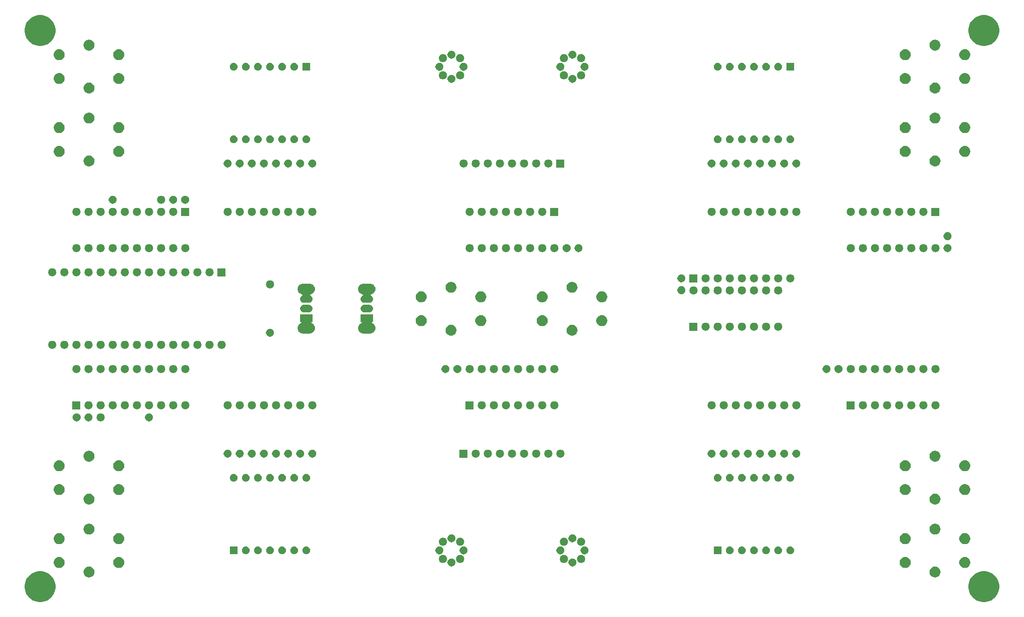
<source format=gbr>
G04 #@! TF.GenerationSoftware,KiCad,Pcbnew,(5.1.4)-1*
G04 #@! TF.CreationDate,2020-08-06T22:09:22-04:00*
G04 #@! TF.ProjectId,mtg_life_counter,6d74675f-6c69-4666-955f-636f756e7465,0.1*
G04 #@! TF.SameCoordinates,Original*
G04 #@! TF.FileFunction,Soldermask,Bot*
G04 #@! TF.FilePolarity,Negative*
%FSLAX46Y46*%
G04 Gerber Fmt 4.6, Leading zero omitted, Abs format (unit mm)*
G04 Created by KiCad (PCBNEW (5.1.4)-1) date 2020-08-06 22:09:22*
%MOMM*%
%LPD*%
G04 APERTURE LIST*
%ADD10C,0.100000*%
G04 APERTURE END LIST*
D10*
G36*
X241909947Y-144126635D02*
G01*
X242248282Y-144193934D01*
X242839926Y-144439001D01*
X243372392Y-144794784D01*
X243825216Y-145247608D01*
X244180999Y-145780074D01*
X244426066Y-146371718D01*
X244426066Y-146371719D01*
X244551000Y-146999803D01*
X244551000Y-147640197D01*
X244488533Y-147954239D01*
X244426066Y-148268282D01*
X244180999Y-148859926D01*
X243825216Y-149392392D01*
X243372392Y-149845216D01*
X242839926Y-150200999D01*
X242248282Y-150446066D01*
X241934239Y-150508533D01*
X241620197Y-150571000D01*
X240979803Y-150571000D01*
X240665761Y-150508533D01*
X240351718Y-150446066D01*
X239760074Y-150200999D01*
X239227608Y-149845216D01*
X238774784Y-149392392D01*
X238419001Y-148859926D01*
X238173934Y-148268282D01*
X238111467Y-147954239D01*
X238049000Y-147640197D01*
X238049000Y-146999803D01*
X238173934Y-146371719D01*
X238173934Y-146371718D01*
X238419001Y-145780074D01*
X238774784Y-145247608D01*
X239227608Y-144794784D01*
X239760074Y-144439001D01*
X240351718Y-144193934D01*
X240690053Y-144126635D01*
X240979803Y-144069000D01*
X241620197Y-144069000D01*
X241909947Y-144126635D01*
X241909947Y-144126635D01*
G37*
G36*
X43789947Y-144126635D02*
G01*
X44128282Y-144193934D01*
X44719926Y-144439001D01*
X45252392Y-144794784D01*
X45705216Y-145247608D01*
X46060999Y-145780074D01*
X46306066Y-146371718D01*
X46306066Y-146371719D01*
X46431000Y-146999803D01*
X46431000Y-147640197D01*
X46368533Y-147954239D01*
X46306066Y-148268282D01*
X46060999Y-148859926D01*
X45705216Y-149392392D01*
X45252392Y-149845216D01*
X44719926Y-150200999D01*
X44128282Y-150446066D01*
X43814239Y-150508533D01*
X43500197Y-150571000D01*
X42859803Y-150571000D01*
X42545761Y-150508533D01*
X42231718Y-150446066D01*
X41640074Y-150200999D01*
X41107608Y-149845216D01*
X40654784Y-149392392D01*
X40299001Y-148859926D01*
X40053934Y-148268282D01*
X39991467Y-147954239D01*
X39929000Y-147640197D01*
X39929000Y-146999803D01*
X40053934Y-146371719D01*
X40053934Y-146371718D01*
X40299001Y-145780074D01*
X40654784Y-145247608D01*
X41107608Y-144794784D01*
X41640074Y-144439001D01*
X42231718Y-144193934D01*
X42570053Y-144126635D01*
X42859803Y-144069000D01*
X43500197Y-144069000D01*
X43789947Y-144126635D01*
X43789947Y-144126635D01*
G37*
G36*
X231264549Y-143111116D02*
G01*
X231375734Y-143133232D01*
X231585203Y-143219997D01*
X231773720Y-143345960D01*
X231934040Y-143506280D01*
X232060003Y-143694797D01*
X232146768Y-143904266D01*
X232191000Y-144126636D01*
X232191000Y-144353364D01*
X232146768Y-144575734D01*
X232060003Y-144785203D01*
X231934040Y-144973720D01*
X231773720Y-145134040D01*
X231585203Y-145260003D01*
X231375734Y-145346768D01*
X231341045Y-145353668D01*
X231153365Y-145391000D01*
X230926635Y-145391000D01*
X230738955Y-145353668D01*
X230704266Y-145346768D01*
X230494797Y-145260003D01*
X230306280Y-145134040D01*
X230145960Y-144973720D01*
X230019997Y-144785203D01*
X229933232Y-144575734D01*
X229889000Y-144353364D01*
X229889000Y-144126636D01*
X229933232Y-143904266D01*
X230019997Y-143694797D01*
X230145960Y-143506280D01*
X230306280Y-143345960D01*
X230494797Y-143219997D01*
X230704266Y-143133232D01*
X230815451Y-143111116D01*
X230926635Y-143089000D01*
X231153365Y-143089000D01*
X231264549Y-143111116D01*
X231264549Y-143111116D01*
G37*
G36*
X53664549Y-143111116D02*
G01*
X53775734Y-143133232D01*
X53985203Y-143219997D01*
X54173720Y-143345960D01*
X54334040Y-143506280D01*
X54460003Y-143694797D01*
X54546768Y-143904266D01*
X54591000Y-144126636D01*
X54591000Y-144353364D01*
X54546768Y-144575734D01*
X54460003Y-144785203D01*
X54334040Y-144973720D01*
X54173720Y-145134040D01*
X53985203Y-145260003D01*
X53775734Y-145346768D01*
X53741045Y-145353668D01*
X53553365Y-145391000D01*
X53326635Y-145391000D01*
X53138955Y-145353668D01*
X53104266Y-145346768D01*
X52894797Y-145260003D01*
X52706280Y-145134040D01*
X52545960Y-144973720D01*
X52419997Y-144785203D01*
X52333232Y-144575734D01*
X52289000Y-144353364D01*
X52289000Y-144126636D01*
X52333232Y-143904266D01*
X52419997Y-143694797D01*
X52545960Y-143506280D01*
X52706280Y-143345960D01*
X52894797Y-143219997D01*
X53104266Y-143133232D01*
X53215451Y-143111116D01*
X53326635Y-143089000D01*
X53553365Y-143089000D01*
X53664549Y-143111116D01*
X53664549Y-143111116D01*
G37*
G36*
X225014549Y-141111116D02*
G01*
X225125734Y-141133232D01*
X225335203Y-141219997D01*
X225523720Y-141345960D01*
X225684040Y-141506280D01*
X225810003Y-141694797D01*
X225810004Y-141694799D01*
X225811131Y-141697521D01*
X225896284Y-141903097D01*
X225896768Y-141904267D01*
X225941000Y-142126635D01*
X225941000Y-142353365D01*
X225896768Y-142575733D01*
X225811131Y-142782481D01*
X225810003Y-142785203D01*
X225684040Y-142973720D01*
X225523720Y-143134040D01*
X225335203Y-143260003D01*
X225125734Y-143346768D01*
X225014549Y-143368884D01*
X224903365Y-143391000D01*
X224676635Y-143391000D01*
X224565451Y-143368884D01*
X224454266Y-143346768D01*
X224244797Y-143260003D01*
X224056280Y-143134040D01*
X223895960Y-142973720D01*
X223769997Y-142785203D01*
X223768870Y-142782481D01*
X223683232Y-142575733D01*
X223639000Y-142353365D01*
X223639000Y-142126635D01*
X223683232Y-141904267D01*
X223683717Y-141903097D01*
X223768869Y-141697521D01*
X223769996Y-141694799D01*
X223769997Y-141694797D01*
X223895960Y-141506280D01*
X224056280Y-141345960D01*
X224244797Y-141219997D01*
X224454266Y-141133232D01*
X224565451Y-141111116D01*
X224676635Y-141089000D01*
X224903365Y-141089000D01*
X225014549Y-141111116D01*
X225014549Y-141111116D01*
G37*
G36*
X237514549Y-141111116D02*
G01*
X237625734Y-141133232D01*
X237835203Y-141219997D01*
X238023720Y-141345960D01*
X238184040Y-141506280D01*
X238310003Y-141694797D01*
X238310004Y-141694799D01*
X238311131Y-141697521D01*
X238396284Y-141903097D01*
X238396768Y-141904267D01*
X238441000Y-142126635D01*
X238441000Y-142353365D01*
X238396768Y-142575733D01*
X238311131Y-142782481D01*
X238310003Y-142785203D01*
X238184040Y-142973720D01*
X238023720Y-143134040D01*
X237835203Y-143260003D01*
X237625734Y-143346768D01*
X237514549Y-143368884D01*
X237403365Y-143391000D01*
X237176635Y-143391000D01*
X237065451Y-143368884D01*
X236954266Y-143346768D01*
X236744797Y-143260003D01*
X236556280Y-143134040D01*
X236395960Y-142973720D01*
X236269997Y-142785203D01*
X236268870Y-142782481D01*
X236183232Y-142575733D01*
X236139000Y-142353365D01*
X236139000Y-142126635D01*
X236183232Y-141904267D01*
X236183717Y-141903097D01*
X236268869Y-141697521D01*
X236269996Y-141694799D01*
X236269997Y-141694797D01*
X236395960Y-141506280D01*
X236556280Y-141345960D01*
X236744797Y-141219997D01*
X236954266Y-141133232D01*
X237065451Y-141111116D01*
X237176635Y-141089000D01*
X237403365Y-141089000D01*
X237514549Y-141111116D01*
X237514549Y-141111116D01*
G37*
G36*
X47414549Y-141111116D02*
G01*
X47525734Y-141133232D01*
X47735203Y-141219997D01*
X47923720Y-141345960D01*
X48084040Y-141506280D01*
X48210003Y-141694797D01*
X48210004Y-141694799D01*
X48211131Y-141697521D01*
X48296284Y-141903097D01*
X48296768Y-141904267D01*
X48341000Y-142126635D01*
X48341000Y-142353365D01*
X48296768Y-142575733D01*
X48211131Y-142782481D01*
X48210003Y-142785203D01*
X48084040Y-142973720D01*
X47923720Y-143134040D01*
X47735203Y-143260003D01*
X47525734Y-143346768D01*
X47414549Y-143368884D01*
X47303365Y-143391000D01*
X47076635Y-143391000D01*
X46965451Y-143368884D01*
X46854266Y-143346768D01*
X46644797Y-143260003D01*
X46456280Y-143134040D01*
X46295960Y-142973720D01*
X46169997Y-142785203D01*
X46168870Y-142782481D01*
X46083232Y-142575733D01*
X46039000Y-142353365D01*
X46039000Y-142126635D01*
X46083232Y-141904267D01*
X46083717Y-141903097D01*
X46168869Y-141697521D01*
X46169996Y-141694799D01*
X46169997Y-141694797D01*
X46295960Y-141506280D01*
X46456280Y-141345960D01*
X46644797Y-141219997D01*
X46854266Y-141133232D01*
X46965451Y-141111116D01*
X47076635Y-141089000D01*
X47303365Y-141089000D01*
X47414549Y-141111116D01*
X47414549Y-141111116D01*
G37*
G36*
X59914549Y-141111116D02*
G01*
X60025734Y-141133232D01*
X60235203Y-141219997D01*
X60423720Y-141345960D01*
X60584040Y-141506280D01*
X60710003Y-141694797D01*
X60710004Y-141694799D01*
X60711131Y-141697521D01*
X60796284Y-141903097D01*
X60796768Y-141904267D01*
X60841000Y-142126635D01*
X60841000Y-142353365D01*
X60796768Y-142575733D01*
X60711131Y-142782481D01*
X60710003Y-142785203D01*
X60584040Y-142973720D01*
X60423720Y-143134040D01*
X60235203Y-143260003D01*
X60025734Y-143346768D01*
X59914549Y-143368884D01*
X59803365Y-143391000D01*
X59576635Y-143391000D01*
X59465451Y-143368884D01*
X59354266Y-143346768D01*
X59144797Y-143260003D01*
X58956280Y-143134040D01*
X58795960Y-142973720D01*
X58669997Y-142785203D01*
X58668870Y-142782481D01*
X58583232Y-142575733D01*
X58539000Y-142353365D01*
X58539000Y-142126635D01*
X58583232Y-141904267D01*
X58583717Y-141903097D01*
X58668869Y-141697521D01*
X58669996Y-141694799D01*
X58669997Y-141694797D01*
X58795960Y-141506280D01*
X58956280Y-141345960D01*
X59144797Y-141219997D01*
X59354266Y-141133232D01*
X59465451Y-141111116D01*
X59576635Y-141089000D01*
X59803365Y-141089000D01*
X59914549Y-141111116D01*
X59914549Y-141111116D01*
G37*
G36*
X129788228Y-141421703D02*
G01*
X129943100Y-141485853D01*
X130082481Y-141578985D01*
X130201015Y-141697519D01*
X130294147Y-141836900D01*
X130294148Y-141836903D01*
X130294149Y-141836904D01*
X130309695Y-141855846D01*
X130328636Y-141871391D01*
X130350247Y-141882942D01*
X130373696Y-141890055D01*
X130387567Y-141891421D01*
X130377985Y-141903096D01*
X130366434Y-141924707D01*
X130359321Y-141948156D01*
X130356919Y-141972542D01*
X130359319Y-141996911D01*
X130391000Y-142156184D01*
X130391000Y-142323816D01*
X130358297Y-142488228D01*
X130294147Y-142643100D01*
X130201015Y-142782481D01*
X130082481Y-142901015D01*
X129943100Y-142994147D01*
X129788228Y-143058297D01*
X129623816Y-143091000D01*
X129456184Y-143091000D01*
X129291772Y-143058297D01*
X129136900Y-142994147D01*
X128997519Y-142901015D01*
X128878985Y-142782481D01*
X128785853Y-142643100D01*
X128721703Y-142488228D01*
X128689000Y-142323816D01*
X128689000Y-142156184D01*
X128720681Y-141996911D01*
X128723081Y-141972543D01*
X128720679Y-141948157D01*
X128713566Y-141924708D01*
X128702015Y-141903097D01*
X128692433Y-141891421D01*
X128706303Y-141890055D01*
X128729752Y-141882942D01*
X128751363Y-141871391D01*
X128770305Y-141855846D01*
X128785851Y-141836904D01*
X128785852Y-141836903D01*
X128785853Y-141836900D01*
X128878985Y-141697519D01*
X128997519Y-141578985D01*
X129136900Y-141485853D01*
X129291772Y-141421703D01*
X129456184Y-141389000D01*
X129623816Y-141389000D01*
X129788228Y-141421703D01*
X129788228Y-141421703D01*
G37*
G36*
X155188228Y-141421703D02*
G01*
X155343100Y-141485853D01*
X155482481Y-141578985D01*
X155601015Y-141697519D01*
X155694147Y-141836900D01*
X155694148Y-141836903D01*
X155694149Y-141836904D01*
X155709695Y-141855846D01*
X155728636Y-141871391D01*
X155750247Y-141882942D01*
X155773696Y-141890055D01*
X155787567Y-141891421D01*
X155777985Y-141903096D01*
X155766434Y-141924707D01*
X155759321Y-141948156D01*
X155756919Y-141972542D01*
X155759319Y-141996911D01*
X155791000Y-142156184D01*
X155791000Y-142323816D01*
X155758297Y-142488228D01*
X155694147Y-142643100D01*
X155601015Y-142782481D01*
X155482481Y-142901015D01*
X155343100Y-142994147D01*
X155188228Y-143058297D01*
X155023816Y-143091000D01*
X154856184Y-143091000D01*
X154691772Y-143058297D01*
X154536900Y-142994147D01*
X154397519Y-142901015D01*
X154278985Y-142782481D01*
X154185853Y-142643100D01*
X154121703Y-142488228D01*
X154089000Y-142323816D01*
X154089000Y-142156184D01*
X154120681Y-141996911D01*
X154123081Y-141972543D01*
X154120679Y-141948157D01*
X154113566Y-141924708D01*
X154102015Y-141903097D01*
X154092433Y-141891421D01*
X154106303Y-141890055D01*
X154129752Y-141882942D01*
X154151363Y-141871391D01*
X154170305Y-141855846D01*
X154185851Y-141836904D01*
X154185852Y-141836903D01*
X154185853Y-141836900D01*
X154278985Y-141697519D01*
X154397519Y-141578985D01*
X154536900Y-141485853D01*
X154691772Y-141421703D01*
X154856184Y-141389000D01*
X155023816Y-141389000D01*
X155188228Y-141421703D01*
X155188228Y-141421703D01*
G37*
G36*
X156983089Y-140680681D02*
G01*
X157007457Y-140683081D01*
X157031843Y-140680679D01*
X157055292Y-140673566D01*
X157076903Y-140662015D01*
X157088579Y-140652433D01*
X157089945Y-140666303D01*
X157097058Y-140689752D01*
X157108609Y-140711363D01*
X157124154Y-140730305D01*
X157143096Y-140745851D01*
X157143097Y-140745852D01*
X157143100Y-140745853D01*
X157282481Y-140838985D01*
X157401015Y-140957519D01*
X157494147Y-141096900D01*
X157558297Y-141251772D01*
X157591000Y-141416184D01*
X157591000Y-141583816D01*
X157558297Y-141748228D01*
X157494147Y-141903100D01*
X157401015Y-142042481D01*
X157282481Y-142161015D01*
X157143100Y-142254147D01*
X156988228Y-142318297D01*
X156823816Y-142351000D01*
X156656184Y-142351000D01*
X156491772Y-142318297D01*
X156336900Y-142254147D01*
X156197519Y-142161015D01*
X156078985Y-142042481D01*
X155985853Y-141903100D01*
X155985851Y-141903096D01*
X155970305Y-141884154D01*
X155951364Y-141868609D01*
X155929753Y-141857058D01*
X155906304Y-141849945D01*
X155892433Y-141848579D01*
X155902015Y-141836904D01*
X155913566Y-141815293D01*
X155920679Y-141791844D01*
X155923081Y-141767458D01*
X155920681Y-141743089D01*
X155889000Y-141583816D01*
X155889000Y-141416184D01*
X155921703Y-141251772D01*
X155985853Y-141096900D01*
X156078985Y-140957519D01*
X156197519Y-140838985D01*
X156336900Y-140745853D01*
X156491772Y-140681703D01*
X156656184Y-140649000D01*
X156823816Y-140649000D01*
X156983089Y-140680681D01*
X156983089Y-140680681D01*
G37*
G36*
X153388228Y-140681703D02*
G01*
X153543100Y-140745853D01*
X153682481Y-140838985D01*
X153801015Y-140957519D01*
X153894147Y-141096900D01*
X153958297Y-141251772D01*
X153991000Y-141416184D01*
X153991000Y-141583816D01*
X153959319Y-141743089D01*
X153956919Y-141767457D01*
X153959321Y-141791843D01*
X153966434Y-141815292D01*
X153977985Y-141836903D01*
X153987567Y-141848579D01*
X153973697Y-141849945D01*
X153950248Y-141857058D01*
X153928637Y-141868609D01*
X153909695Y-141884154D01*
X153894149Y-141903096D01*
X153894147Y-141903100D01*
X153801015Y-142042481D01*
X153682481Y-142161015D01*
X153543100Y-142254147D01*
X153388228Y-142318297D01*
X153223816Y-142351000D01*
X153056184Y-142351000D01*
X152891772Y-142318297D01*
X152736900Y-142254147D01*
X152597519Y-142161015D01*
X152478985Y-142042481D01*
X152385853Y-141903100D01*
X152321703Y-141748228D01*
X152289000Y-141583816D01*
X152289000Y-141416184D01*
X152321703Y-141251772D01*
X152385853Y-141096900D01*
X152478985Y-140957519D01*
X152597519Y-140838985D01*
X152736900Y-140745853D01*
X152736903Y-140745852D01*
X152736904Y-140745851D01*
X152755846Y-140730305D01*
X152771391Y-140711364D01*
X152782942Y-140689753D01*
X152790055Y-140666304D01*
X152791421Y-140652433D01*
X152803096Y-140662015D01*
X152824707Y-140673566D01*
X152848156Y-140680679D01*
X152872542Y-140683081D01*
X152896911Y-140680681D01*
X153056184Y-140649000D01*
X153223816Y-140649000D01*
X153388228Y-140681703D01*
X153388228Y-140681703D01*
G37*
G36*
X127988228Y-140681703D02*
G01*
X128143100Y-140745853D01*
X128282481Y-140838985D01*
X128401015Y-140957519D01*
X128494147Y-141096900D01*
X128558297Y-141251772D01*
X128591000Y-141416184D01*
X128591000Y-141583816D01*
X128559319Y-141743089D01*
X128556919Y-141767457D01*
X128559321Y-141791843D01*
X128566434Y-141815292D01*
X128577985Y-141836903D01*
X128587567Y-141848579D01*
X128573697Y-141849945D01*
X128550248Y-141857058D01*
X128528637Y-141868609D01*
X128509695Y-141884154D01*
X128494149Y-141903096D01*
X128494147Y-141903100D01*
X128401015Y-142042481D01*
X128282481Y-142161015D01*
X128143100Y-142254147D01*
X127988228Y-142318297D01*
X127823816Y-142351000D01*
X127656184Y-142351000D01*
X127491772Y-142318297D01*
X127336900Y-142254147D01*
X127197519Y-142161015D01*
X127078985Y-142042481D01*
X126985853Y-141903100D01*
X126921703Y-141748228D01*
X126889000Y-141583816D01*
X126889000Y-141416184D01*
X126921703Y-141251772D01*
X126985853Y-141096900D01*
X127078985Y-140957519D01*
X127197519Y-140838985D01*
X127336900Y-140745853D01*
X127336903Y-140745852D01*
X127336904Y-140745851D01*
X127355846Y-140730305D01*
X127371391Y-140711364D01*
X127382942Y-140689753D01*
X127390055Y-140666304D01*
X127391421Y-140652433D01*
X127403096Y-140662015D01*
X127424707Y-140673566D01*
X127448156Y-140680679D01*
X127472542Y-140683081D01*
X127496911Y-140680681D01*
X127656184Y-140649000D01*
X127823816Y-140649000D01*
X127988228Y-140681703D01*
X127988228Y-140681703D01*
G37*
G36*
X131583089Y-140680681D02*
G01*
X131607457Y-140683081D01*
X131631843Y-140680679D01*
X131655292Y-140673566D01*
X131676903Y-140662015D01*
X131688579Y-140652433D01*
X131689945Y-140666303D01*
X131697058Y-140689752D01*
X131708609Y-140711363D01*
X131724154Y-140730305D01*
X131743096Y-140745851D01*
X131743097Y-140745852D01*
X131743100Y-140745853D01*
X131882481Y-140838985D01*
X132001015Y-140957519D01*
X132094147Y-141096900D01*
X132158297Y-141251772D01*
X132191000Y-141416184D01*
X132191000Y-141583816D01*
X132158297Y-141748228D01*
X132094147Y-141903100D01*
X132001015Y-142042481D01*
X131882481Y-142161015D01*
X131743100Y-142254147D01*
X131588228Y-142318297D01*
X131423816Y-142351000D01*
X131256184Y-142351000D01*
X131091772Y-142318297D01*
X130936900Y-142254147D01*
X130797519Y-142161015D01*
X130678985Y-142042481D01*
X130585853Y-141903100D01*
X130585851Y-141903096D01*
X130570305Y-141884154D01*
X130551364Y-141868609D01*
X130529753Y-141857058D01*
X130506304Y-141849945D01*
X130492433Y-141848579D01*
X130502015Y-141836904D01*
X130513566Y-141815293D01*
X130520679Y-141791844D01*
X130523081Y-141767458D01*
X130520681Y-141743089D01*
X130489000Y-141583816D01*
X130489000Y-141416184D01*
X130521703Y-141251772D01*
X130585853Y-141096900D01*
X130678985Y-140957519D01*
X130797519Y-140838985D01*
X130936900Y-140745853D01*
X131091772Y-140681703D01*
X131256184Y-140649000D01*
X131423816Y-140649000D01*
X131583089Y-140680681D01*
X131583089Y-140680681D01*
G37*
G36*
X127243089Y-138880681D02*
G01*
X127267457Y-138883081D01*
X127291843Y-138880679D01*
X127315292Y-138873566D01*
X127336903Y-138862015D01*
X127348579Y-138852433D01*
X127349945Y-138866303D01*
X127357058Y-138889752D01*
X127368609Y-138911363D01*
X127384154Y-138930305D01*
X127403096Y-138945851D01*
X127403097Y-138945852D01*
X127403100Y-138945853D01*
X127542481Y-139038985D01*
X127661015Y-139157519D01*
X127754147Y-139296900D01*
X127818297Y-139451772D01*
X127851000Y-139616184D01*
X127851000Y-139783816D01*
X127818297Y-139948228D01*
X127754147Y-140103100D01*
X127661015Y-140242481D01*
X127542481Y-140361015D01*
X127403100Y-140454147D01*
X127403097Y-140454148D01*
X127403096Y-140454149D01*
X127384154Y-140469695D01*
X127368609Y-140488636D01*
X127357058Y-140510247D01*
X127349945Y-140533696D01*
X127348579Y-140547567D01*
X127336904Y-140537985D01*
X127315293Y-140526434D01*
X127291844Y-140519321D01*
X127267458Y-140516919D01*
X127243089Y-140519319D01*
X127083816Y-140551000D01*
X126916184Y-140551000D01*
X126751772Y-140518297D01*
X126596900Y-140454147D01*
X126457519Y-140361015D01*
X126338985Y-140242481D01*
X126245853Y-140103100D01*
X126181703Y-139948228D01*
X126149000Y-139783816D01*
X126149000Y-139616184D01*
X126181703Y-139451772D01*
X126245853Y-139296900D01*
X126338985Y-139157519D01*
X126457519Y-139038985D01*
X126596900Y-138945853D01*
X126751772Y-138881703D01*
X126916184Y-138849000D01*
X127083816Y-138849000D01*
X127243089Y-138880681D01*
X127243089Y-138880681D01*
G37*
G36*
X132328228Y-138881703D02*
G01*
X132483100Y-138945853D01*
X132622481Y-139038985D01*
X132741015Y-139157519D01*
X132834147Y-139296900D01*
X132898297Y-139451772D01*
X132931000Y-139616184D01*
X132931000Y-139783816D01*
X132898297Y-139948228D01*
X132834147Y-140103100D01*
X132741015Y-140242481D01*
X132622481Y-140361015D01*
X132483100Y-140454147D01*
X132328228Y-140518297D01*
X132163816Y-140551000D01*
X131996184Y-140551000D01*
X131836911Y-140519319D01*
X131812543Y-140516919D01*
X131788157Y-140519321D01*
X131764708Y-140526434D01*
X131743097Y-140537985D01*
X131731421Y-140547567D01*
X131730055Y-140533697D01*
X131722942Y-140510248D01*
X131711391Y-140488637D01*
X131695846Y-140469695D01*
X131676904Y-140454149D01*
X131676903Y-140454148D01*
X131676900Y-140454147D01*
X131537519Y-140361015D01*
X131418985Y-140242481D01*
X131325853Y-140103100D01*
X131261703Y-139948228D01*
X131229000Y-139783816D01*
X131229000Y-139616184D01*
X131261703Y-139451772D01*
X131325853Y-139296900D01*
X131418985Y-139157519D01*
X131537519Y-139038985D01*
X131676900Y-138945853D01*
X131676903Y-138945852D01*
X131676904Y-138945851D01*
X131695846Y-138930305D01*
X131711391Y-138911364D01*
X131722942Y-138889753D01*
X131730055Y-138866304D01*
X131731421Y-138852433D01*
X131743096Y-138862015D01*
X131764707Y-138873566D01*
X131788156Y-138880679D01*
X131812542Y-138883081D01*
X131836911Y-138880681D01*
X131996184Y-138849000D01*
X132163816Y-138849000D01*
X132328228Y-138881703D01*
X132328228Y-138881703D01*
G37*
G36*
X152643089Y-138880681D02*
G01*
X152667457Y-138883081D01*
X152691843Y-138880679D01*
X152715292Y-138873566D01*
X152736903Y-138862015D01*
X152748579Y-138852433D01*
X152749945Y-138866303D01*
X152757058Y-138889752D01*
X152768609Y-138911363D01*
X152784154Y-138930305D01*
X152803096Y-138945851D01*
X152803097Y-138945852D01*
X152803100Y-138945853D01*
X152942481Y-139038985D01*
X153061015Y-139157519D01*
X153154147Y-139296900D01*
X153218297Y-139451772D01*
X153251000Y-139616184D01*
X153251000Y-139783816D01*
X153218297Y-139948228D01*
X153154147Y-140103100D01*
X153061015Y-140242481D01*
X152942481Y-140361015D01*
X152803100Y-140454147D01*
X152803097Y-140454148D01*
X152803096Y-140454149D01*
X152784154Y-140469695D01*
X152768609Y-140488636D01*
X152757058Y-140510247D01*
X152749945Y-140533696D01*
X152748579Y-140547567D01*
X152736904Y-140537985D01*
X152715293Y-140526434D01*
X152691844Y-140519321D01*
X152667458Y-140516919D01*
X152643089Y-140519319D01*
X152483816Y-140551000D01*
X152316184Y-140551000D01*
X152151772Y-140518297D01*
X151996900Y-140454147D01*
X151857519Y-140361015D01*
X151738985Y-140242481D01*
X151645853Y-140103100D01*
X151581703Y-139948228D01*
X151549000Y-139783816D01*
X151549000Y-139616184D01*
X151581703Y-139451772D01*
X151645853Y-139296900D01*
X151738985Y-139157519D01*
X151857519Y-139038985D01*
X151996900Y-138945853D01*
X152151772Y-138881703D01*
X152316184Y-138849000D01*
X152483816Y-138849000D01*
X152643089Y-138880681D01*
X152643089Y-138880681D01*
G37*
G36*
X157728228Y-138881703D02*
G01*
X157883100Y-138945853D01*
X158022481Y-139038985D01*
X158141015Y-139157519D01*
X158234147Y-139296900D01*
X158298297Y-139451772D01*
X158331000Y-139616184D01*
X158331000Y-139783816D01*
X158298297Y-139948228D01*
X158234147Y-140103100D01*
X158141015Y-140242481D01*
X158022481Y-140361015D01*
X157883100Y-140454147D01*
X157728228Y-140518297D01*
X157563816Y-140551000D01*
X157396184Y-140551000D01*
X157236911Y-140519319D01*
X157212543Y-140516919D01*
X157188157Y-140519321D01*
X157164708Y-140526434D01*
X157143097Y-140537985D01*
X157131421Y-140547567D01*
X157130055Y-140533697D01*
X157122942Y-140510248D01*
X157111391Y-140488637D01*
X157095846Y-140469695D01*
X157076904Y-140454149D01*
X157076903Y-140454148D01*
X157076900Y-140454147D01*
X156937519Y-140361015D01*
X156818985Y-140242481D01*
X156725853Y-140103100D01*
X156661703Y-139948228D01*
X156629000Y-139783816D01*
X156629000Y-139616184D01*
X156661703Y-139451772D01*
X156725853Y-139296900D01*
X156818985Y-139157519D01*
X156937519Y-139038985D01*
X157076900Y-138945853D01*
X157076903Y-138945852D01*
X157076904Y-138945851D01*
X157095846Y-138930305D01*
X157111391Y-138911364D01*
X157122942Y-138889753D01*
X157130055Y-138866304D01*
X157131421Y-138852433D01*
X157143096Y-138862015D01*
X157164707Y-138873566D01*
X157188156Y-138880679D01*
X157212542Y-138883081D01*
X157236911Y-138880681D01*
X157396184Y-138849000D01*
X157563816Y-138849000D01*
X157728228Y-138881703D01*
X157728228Y-138881703D01*
G37*
G36*
X89133642Y-138929781D02*
G01*
X89279414Y-138990162D01*
X89279416Y-138990163D01*
X89410608Y-139077822D01*
X89522178Y-139189392D01*
X89594012Y-139296900D01*
X89609838Y-139320586D01*
X89670219Y-139466358D01*
X89701000Y-139621107D01*
X89701000Y-139778893D01*
X89670219Y-139933642D01*
X89609838Y-140079414D01*
X89609837Y-140079416D01*
X89522178Y-140210608D01*
X89410608Y-140322178D01*
X89279416Y-140409837D01*
X89279415Y-140409838D01*
X89279414Y-140409838D01*
X89133642Y-140470219D01*
X88978893Y-140501000D01*
X88821107Y-140501000D01*
X88666358Y-140470219D01*
X88520586Y-140409838D01*
X88520585Y-140409838D01*
X88520584Y-140409837D01*
X88389392Y-140322178D01*
X88277822Y-140210608D01*
X88190163Y-140079416D01*
X88190162Y-140079414D01*
X88129781Y-139933642D01*
X88099000Y-139778893D01*
X88099000Y-139621107D01*
X88129781Y-139466358D01*
X88190162Y-139320586D01*
X88205988Y-139296900D01*
X88277822Y-139189392D01*
X88389392Y-139077822D01*
X88520584Y-138990163D01*
X88520586Y-138990162D01*
X88666358Y-138929781D01*
X88821107Y-138899000D01*
X88978893Y-138899000D01*
X89133642Y-138929781D01*
X89133642Y-138929781D01*
G37*
G36*
X198353642Y-138929781D02*
G01*
X198499414Y-138990162D01*
X198499416Y-138990163D01*
X198630608Y-139077822D01*
X198742178Y-139189392D01*
X198814012Y-139296900D01*
X198829838Y-139320586D01*
X198890219Y-139466358D01*
X198921000Y-139621107D01*
X198921000Y-139778893D01*
X198890219Y-139933642D01*
X198829838Y-140079414D01*
X198829837Y-140079416D01*
X198742178Y-140210608D01*
X198630608Y-140322178D01*
X198499416Y-140409837D01*
X198499415Y-140409838D01*
X198499414Y-140409838D01*
X198353642Y-140470219D01*
X198198893Y-140501000D01*
X198041107Y-140501000D01*
X197886358Y-140470219D01*
X197740586Y-140409838D01*
X197740585Y-140409838D01*
X197740584Y-140409837D01*
X197609392Y-140322178D01*
X197497822Y-140210608D01*
X197410163Y-140079416D01*
X197410162Y-140079414D01*
X197349781Y-139933642D01*
X197319000Y-139778893D01*
X197319000Y-139621107D01*
X197349781Y-139466358D01*
X197410162Y-139320586D01*
X197425988Y-139296900D01*
X197497822Y-139189392D01*
X197609392Y-139077822D01*
X197740584Y-138990163D01*
X197740586Y-138990162D01*
X197886358Y-138929781D01*
X198041107Y-138899000D01*
X198198893Y-138899000D01*
X198353642Y-138929781D01*
X198353642Y-138929781D01*
G37*
G36*
X195813642Y-138929781D02*
G01*
X195959414Y-138990162D01*
X195959416Y-138990163D01*
X196090608Y-139077822D01*
X196202178Y-139189392D01*
X196274012Y-139296900D01*
X196289838Y-139320586D01*
X196350219Y-139466358D01*
X196381000Y-139621107D01*
X196381000Y-139778893D01*
X196350219Y-139933642D01*
X196289838Y-140079414D01*
X196289837Y-140079416D01*
X196202178Y-140210608D01*
X196090608Y-140322178D01*
X195959416Y-140409837D01*
X195959415Y-140409838D01*
X195959414Y-140409838D01*
X195813642Y-140470219D01*
X195658893Y-140501000D01*
X195501107Y-140501000D01*
X195346358Y-140470219D01*
X195200586Y-140409838D01*
X195200585Y-140409838D01*
X195200584Y-140409837D01*
X195069392Y-140322178D01*
X194957822Y-140210608D01*
X194870163Y-140079416D01*
X194870162Y-140079414D01*
X194809781Y-139933642D01*
X194779000Y-139778893D01*
X194779000Y-139621107D01*
X194809781Y-139466358D01*
X194870162Y-139320586D01*
X194885988Y-139296900D01*
X194957822Y-139189392D01*
X195069392Y-139077822D01*
X195200584Y-138990163D01*
X195200586Y-138990162D01*
X195346358Y-138929781D01*
X195501107Y-138899000D01*
X195658893Y-138899000D01*
X195813642Y-138929781D01*
X195813642Y-138929781D01*
G37*
G36*
X200893642Y-138929781D02*
G01*
X201039414Y-138990162D01*
X201039416Y-138990163D01*
X201170608Y-139077822D01*
X201282178Y-139189392D01*
X201354012Y-139296900D01*
X201369838Y-139320586D01*
X201430219Y-139466358D01*
X201461000Y-139621107D01*
X201461000Y-139778893D01*
X201430219Y-139933642D01*
X201369838Y-140079414D01*
X201369837Y-140079416D01*
X201282178Y-140210608D01*
X201170608Y-140322178D01*
X201039416Y-140409837D01*
X201039415Y-140409838D01*
X201039414Y-140409838D01*
X200893642Y-140470219D01*
X200738893Y-140501000D01*
X200581107Y-140501000D01*
X200426358Y-140470219D01*
X200280586Y-140409838D01*
X200280585Y-140409838D01*
X200280584Y-140409837D01*
X200149392Y-140322178D01*
X200037822Y-140210608D01*
X199950163Y-140079416D01*
X199950162Y-140079414D01*
X199889781Y-139933642D01*
X199859000Y-139778893D01*
X199859000Y-139621107D01*
X199889781Y-139466358D01*
X199950162Y-139320586D01*
X199965988Y-139296900D01*
X200037822Y-139189392D01*
X200149392Y-139077822D01*
X200280584Y-138990163D01*
X200280586Y-138990162D01*
X200426358Y-138929781D01*
X200581107Y-138899000D01*
X200738893Y-138899000D01*
X200893642Y-138929781D01*
X200893642Y-138929781D01*
G37*
G36*
X193273642Y-138929781D02*
G01*
X193419414Y-138990162D01*
X193419416Y-138990163D01*
X193550608Y-139077822D01*
X193662178Y-139189392D01*
X193734012Y-139296900D01*
X193749838Y-139320586D01*
X193810219Y-139466358D01*
X193841000Y-139621107D01*
X193841000Y-139778893D01*
X193810219Y-139933642D01*
X193749838Y-140079414D01*
X193749837Y-140079416D01*
X193662178Y-140210608D01*
X193550608Y-140322178D01*
X193419416Y-140409837D01*
X193419415Y-140409838D01*
X193419414Y-140409838D01*
X193273642Y-140470219D01*
X193118893Y-140501000D01*
X192961107Y-140501000D01*
X192806358Y-140470219D01*
X192660586Y-140409838D01*
X192660585Y-140409838D01*
X192660584Y-140409837D01*
X192529392Y-140322178D01*
X192417822Y-140210608D01*
X192330163Y-140079416D01*
X192330162Y-140079414D01*
X192269781Y-139933642D01*
X192239000Y-139778893D01*
X192239000Y-139621107D01*
X192269781Y-139466358D01*
X192330162Y-139320586D01*
X192345988Y-139296900D01*
X192417822Y-139189392D01*
X192529392Y-139077822D01*
X192660584Y-138990163D01*
X192660586Y-138990162D01*
X192806358Y-138929781D01*
X192961107Y-138899000D01*
X193118893Y-138899000D01*
X193273642Y-138929781D01*
X193273642Y-138929781D01*
G37*
G36*
X190733642Y-138929781D02*
G01*
X190879414Y-138990162D01*
X190879416Y-138990163D01*
X191010608Y-139077822D01*
X191122178Y-139189392D01*
X191194012Y-139296900D01*
X191209838Y-139320586D01*
X191270219Y-139466358D01*
X191301000Y-139621107D01*
X191301000Y-139778893D01*
X191270219Y-139933642D01*
X191209838Y-140079414D01*
X191209837Y-140079416D01*
X191122178Y-140210608D01*
X191010608Y-140322178D01*
X190879416Y-140409837D01*
X190879415Y-140409838D01*
X190879414Y-140409838D01*
X190733642Y-140470219D01*
X190578893Y-140501000D01*
X190421107Y-140501000D01*
X190266358Y-140470219D01*
X190120586Y-140409838D01*
X190120585Y-140409838D01*
X190120584Y-140409837D01*
X189989392Y-140322178D01*
X189877822Y-140210608D01*
X189790163Y-140079416D01*
X189790162Y-140079414D01*
X189729781Y-139933642D01*
X189699000Y-139778893D01*
X189699000Y-139621107D01*
X189729781Y-139466358D01*
X189790162Y-139320586D01*
X189805988Y-139296900D01*
X189877822Y-139189392D01*
X189989392Y-139077822D01*
X190120584Y-138990163D01*
X190120586Y-138990162D01*
X190266358Y-138929781D01*
X190421107Y-138899000D01*
X190578893Y-138899000D01*
X190733642Y-138929781D01*
X190733642Y-138929781D01*
G37*
G36*
X188193642Y-138929781D02*
G01*
X188339414Y-138990162D01*
X188339416Y-138990163D01*
X188470608Y-139077822D01*
X188582178Y-139189392D01*
X188654012Y-139296900D01*
X188669838Y-139320586D01*
X188730219Y-139466358D01*
X188761000Y-139621107D01*
X188761000Y-139778893D01*
X188730219Y-139933642D01*
X188669838Y-140079414D01*
X188669837Y-140079416D01*
X188582178Y-140210608D01*
X188470608Y-140322178D01*
X188339416Y-140409837D01*
X188339415Y-140409838D01*
X188339414Y-140409838D01*
X188193642Y-140470219D01*
X188038893Y-140501000D01*
X187881107Y-140501000D01*
X187726358Y-140470219D01*
X187580586Y-140409838D01*
X187580585Y-140409838D01*
X187580584Y-140409837D01*
X187449392Y-140322178D01*
X187337822Y-140210608D01*
X187250163Y-140079416D01*
X187250162Y-140079414D01*
X187189781Y-139933642D01*
X187159000Y-139778893D01*
X187159000Y-139621107D01*
X187189781Y-139466358D01*
X187250162Y-139320586D01*
X187265988Y-139296900D01*
X187337822Y-139189392D01*
X187449392Y-139077822D01*
X187580584Y-138990163D01*
X187580586Y-138990162D01*
X187726358Y-138929781D01*
X187881107Y-138899000D01*
X188038893Y-138899000D01*
X188193642Y-138929781D01*
X188193642Y-138929781D01*
G37*
G36*
X186221000Y-140501000D02*
G01*
X184619000Y-140501000D01*
X184619000Y-138899000D01*
X186221000Y-138899000D01*
X186221000Y-140501000D01*
X186221000Y-140501000D01*
G37*
G36*
X99293642Y-138929781D02*
G01*
X99439414Y-138990162D01*
X99439416Y-138990163D01*
X99570608Y-139077822D01*
X99682178Y-139189392D01*
X99754012Y-139296900D01*
X99769838Y-139320586D01*
X99830219Y-139466358D01*
X99861000Y-139621107D01*
X99861000Y-139778893D01*
X99830219Y-139933642D01*
X99769838Y-140079414D01*
X99769837Y-140079416D01*
X99682178Y-140210608D01*
X99570608Y-140322178D01*
X99439416Y-140409837D01*
X99439415Y-140409838D01*
X99439414Y-140409838D01*
X99293642Y-140470219D01*
X99138893Y-140501000D01*
X98981107Y-140501000D01*
X98826358Y-140470219D01*
X98680586Y-140409838D01*
X98680585Y-140409838D01*
X98680584Y-140409837D01*
X98549392Y-140322178D01*
X98437822Y-140210608D01*
X98350163Y-140079416D01*
X98350162Y-140079414D01*
X98289781Y-139933642D01*
X98259000Y-139778893D01*
X98259000Y-139621107D01*
X98289781Y-139466358D01*
X98350162Y-139320586D01*
X98365988Y-139296900D01*
X98437822Y-139189392D01*
X98549392Y-139077822D01*
X98680584Y-138990163D01*
X98680586Y-138990162D01*
X98826358Y-138929781D01*
X98981107Y-138899000D01*
X99138893Y-138899000D01*
X99293642Y-138929781D01*
X99293642Y-138929781D01*
G37*
G36*
X86593642Y-138929781D02*
G01*
X86739414Y-138990162D01*
X86739416Y-138990163D01*
X86870608Y-139077822D01*
X86982178Y-139189392D01*
X87054012Y-139296900D01*
X87069838Y-139320586D01*
X87130219Y-139466358D01*
X87161000Y-139621107D01*
X87161000Y-139778893D01*
X87130219Y-139933642D01*
X87069838Y-140079414D01*
X87069837Y-140079416D01*
X86982178Y-140210608D01*
X86870608Y-140322178D01*
X86739416Y-140409837D01*
X86739415Y-140409838D01*
X86739414Y-140409838D01*
X86593642Y-140470219D01*
X86438893Y-140501000D01*
X86281107Y-140501000D01*
X86126358Y-140470219D01*
X85980586Y-140409838D01*
X85980585Y-140409838D01*
X85980584Y-140409837D01*
X85849392Y-140322178D01*
X85737822Y-140210608D01*
X85650163Y-140079416D01*
X85650162Y-140079414D01*
X85589781Y-139933642D01*
X85559000Y-139778893D01*
X85559000Y-139621107D01*
X85589781Y-139466358D01*
X85650162Y-139320586D01*
X85665988Y-139296900D01*
X85737822Y-139189392D01*
X85849392Y-139077822D01*
X85980584Y-138990163D01*
X85980586Y-138990162D01*
X86126358Y-138929781D01*
X86281107Y-138899000D01*
X86438893Y-138899000D01*
X86593642Y-138929781D01*
X86593642Y-138929781D01*
G37*
G36*
X91673642Y-138929781D02*
G01*
X91819414Y-138990162D01*
X91819416Y-138990163D01*
X91950608Y-139077822D01*
X92062178Y-139189392D01*
X92134012Y-139296900D01*
X92149838Y-139320586D01*
X92210219Y-139466358D01*
X92241000Y-139621107D01*
X92241000Y-139778893D01*
X92210219Y-139933642D01*
X92149838Y-140079414D01*
X92149837Y-140079416D01*
X92062178Y-140210608D01*
X91950608Y-140322178D01*
X91819416Y-140409837D01*
X91819415Y-140409838D01*
X91819414Y-140409838D01*
X91673642Y-140470219D01*
X91518893Y-140501000D01*
X91361107Y-140501000D01*
X91206358Y-140470219D01*
X91060586Y-140409838D01*
X91060585Y-140409838D01*
X91060584Y-140409837D01*
X90929392Y-140322178D01*
X90817822Y-140210608D01*
X90730163Y-140079416D01*
X90730162Y-140079414D01*
X90669781Y-139933642D01*
X90639000Y-139778893D01*
X90639000Y-139621107D01*
X90669781Y-139466358D01*
X90730162Y-139320586D01*
X90745988Y-139296900D01*
X90817822Y-139189392D01*
X90929392Y-139077822D01*
X91060584Y-138990163D01*
X91060586Y-138990162D01*
X91206358Y-138929781D01*
X91361107Y-138899000D01*
X91518893Y-138899000D01*
X91673642Y-138929781D01*
X91673642Y-138929781D01*
G37*
G36*
X94213642Y-138929781D02*
G01*
X94359414Y-138990162D01*
X94359416Y-138990163D01*
X94490608Y-139077822D01*
X94602178Y-139189392D01*
X94674012Y-139296900D01*
X94689838Y-139320586D01*
X94750219Y-139466358D01*
X94781000Y-139621107D01*
X94781000Y-139778893D01*
X94750219Y-139933642D01*
X94689838Y-140079414D01*
X94689837Y-140079416D01*
X94602178Y-140210608D01*
X94490608Y-140322178D01*
X94359416Y-140409837D01*
X94359415Y-140409838D01*
X94359414Y-140409838D01*
X94213642Y-140470219D01*
X94058893Y-140501000D01*
X93901107Y-140501000D01*
X93746358Y-140470219D01*
X93600586Y-140409838D01*
X93600585Y-140409838D01*
X93600584Y-140409837D01*
X93469392Y-140322178D01*
X93357822Y-140210608D01*
X93270163Y-140079416D01*
X93270162Y-140079414D01*
X93209781Y-139933642D01*
X93179000Y-139778893D01*
X93179000Y-139621107D01*
X93209781Y-139466358D01*
X93270162Y-139320586D01*
X93285988Y-139296900D01*
X93357822Y-139189392D01*
X93469392Y-139077822D01*
X93600584Y-138990163D01*
X93600586Y-138990162D01*
X93746358Y-138929781D01*
X93901107Y-138899000D01*
X94058893Y-138899000D01*
X94213642Y-138929781D01*
X94213642Y-138929781D01*
G37*
G36*
X96753642Y-138929781D02*
G01*
X96899414Y-138990162D01*
X96899416Y-138990163D01*
X97030608Y-139077822D01*
X97142178Y-139189392D01*
X97214012Y-139296900D01*
X97229838Y-139320586D01*
X97290219Y-139466358D01*
X97321000Y-139621107D01*
X97321000Y-139778893D01*
X97290219Y-139933642D01*
X97229838Y-140079414D01*
X97229837Y-140079416D01*
X97142178Y-140210608D01*
X97030608Y-140322178D01*
X96899416Y-140409837D01*
X96899415Y-140409838D01*
X96899414Y-140409838D01*
X96753642Y-140470219D01*
X96598893Y-140501000D01*
X96441107Y-140501000D01*
X96286358Y-140470219D01*
X96140586Y-140409838D01*
X96140585Y-140409838D01*
X96140584Y-140409837D01*
X96009392Y-140322178D01*
X95897822Y-140210608D01*
X95810163Y-140079416D01*
X95810162Y-140079414D01*
X95749781Y-139933642D01*
X95719000Y-139778893D01*
X95719000Y-139621107D01*
X95749781Y-139466358D01*
X95810162Y-139320586D01*
X95825988Y-139296900D01*
X95897822Y-139189392D01*
X96009392Y-139077822D01*
X96140584Y-138990163D01*
X96140586Y-138990162D01*
X96286358Y-138929781D01*
X96441107Y-138899000D01*
X96598893Y-138899000D01*
X96753642Y-138929781D01*
X96753642Y-138929781D01*
G37*
G36*
X84621000Y-140501000D02*
G01*
X83019000Y-140501000D01*
X83019000Y-138899000D01*
X84621000Y-138899000D01*
X84621000Y-140501000D01*
X84621000Y-140501000D01*
G37*
G36*
X127988228Y-137081703D02*
G01*
X128143100Y-137145853D01*
X128282481Y-137238985D01*
X128401015Y-137357519D01*
X128494147Y-137496900D01*
X128494148Y-137496903D01*
X128494149Y-137496904D01*
X128509695Y-137515846D01*
X128528636Y-137531391D01*
X128550247Y-137542942D01*
X128573696Y-137550055D01*
X128587567Y-137551421D01*
X128577985Y-137563096D01*
X128566434Y-137584707D01*
X128559321Y-137608156D01*
X128556919Y-137632542D01*
X128559319Y-137656911D01*
X128591000Y-137816184D01*
X128591000Y-137983816D01*
X128558297Y-138148228D01*
X128494147Y-138303100D01*
X128401015Y-138442481D01*
X128282481Y-138561015D01*
X128143100Y-138654147D01*
X127988228Y-138718297D01*
X127823816Y-138751000D01*
X127656184Y-138751000D01*
X127496911Y-138719319D01*
X127472543Y-138716919D01*
X127448157Y-138719321D01*
X127424708Y-138726434D01*
X127403097Y-138737985D01*
X127391421Y-138747567D01*
X127390055Y-138733697D01*
X127382942Y-138710248D01*
X127371391Y-138688637D01*
X127355846Y-138669695D01*
X127336904Y-138654149D01*
X127336903Y-138654148D01*
X127336900Y-138654147D01*
X127197519Y-138561015D01*
X127078985Y-138442481D01*
X126985853Y-138303100D01*
X126921703Y-138148228D01*
X126889000Y-137983816D01*
X126889000Y-137816184D01*
X126921703Y-137651772D01*
X126985853Y-137496900D01*
X127078985Y-137357519D01*
X127197519Y-137238985D01*
X127336900Y-137145853D01*
X127491772Y-137081703D01*
X127656184Y-137049000D01*
X127823816Y-137049000D01*
X127988228Y-137081703D01*
X127988228Y-137081703D01*
G37*
G36*
X153388228Y-137081703D02*
G01*
X153543100Y-137145853D01*
X153682481Y-137238985D01*
X153801015Y-137357519D01*
X153894147Y-137496900D01*
X153894148Y-137496903D01*
X153894149Y-137496904D01*
X153909695Y-137515846D01*
X153928636Y-137531391D01*
X153950247Y-137542942D01*
X153973696Y-137550055D01*
X153987567Y-137551421D01*
X153977985Y-137563096D01*
X153966434Y-137584707D01*
X153959321Y-137608156D01*
X153956919Y-137632542D01*
X153959319Y-137656911D01*
X153991000Y-137816184D01*
X153991000Y-137983816D01*
X153958297Y-138148228D01*
X153894147Y-138303100D01*
X153801015Y-138442481D01*
X153682481Y-138561015D01*
X153543100Y-138654147D01*
X153388228Y-138718297D01*
X153223816Y-138751000D01*
X153056184Y-138751000D01*
X152896911Y-138719319D01*
X152872543Y-138716919D01*
X152848157Y-138719321D01*
X152824708Y-138726434D01*
X152803097Y-138737985D01*
X152791421Y-138747567D01*
X152790055Y-138733697D01*
X152782942Y-138710248D01*
X152771391Y-138688637D01*
X152755846Y-138669695D01*
X152736904Y-138654149D01*
X152736903Y-138654148D01*
X152736900Y-138654147D01*
X152597519Y-138561015D01*
X152478985Y-138442481D01*
X152385853Y-138303100D01*
X152321703Y-138148228D01*
X152289000Y-137983816D01*
X152289000Y-137816184D01*
X152321703Y-137651772D01*
X152385853Y-137496900D01*
X152478985Y-137357519D01*
X152597519Y-137238985D01*
X152736900Y-137145853D01*
X152891772Y-137081703D01*
X153056184Y-137049000D01*
X153223816Y-137049000D01*
X153388228Y-137081703D01*
X153388228Y-137081703D01*
G37*
G36*
X156988228Y-137081703D02*
G01*
X157143100Y-137145853D01*
X157282481Y-137238985D01*
X157401015Y-137357519D01*
X157494147Y-137496900D01*
X157558297Y-137651772D01*
X157591000Y-137816184D01*
X157591000Y-137983816D01*
X157558297Y-138148228D01*
X157494147Y-138303100D01*
X157401015Y-138442481D01*
X157282481Y-138561015D01*
X157143100Y-138654147D01*
X157143097Y-138654148D01*
X157143096Y-138654149D01*
X157124154Y-138669695D01*
X157108609Y-138688636D01*
X157097058Y-138710247D01*
X157089945Y-138733696D01*
X157088579Y-138747567D01*
X157076904Y-138737985D01*
X157055293Y-138726434D01*
X157031844Y-138719321D01*
X157007458Y-138716919D01*
X156983089Y-138719319D01*
X156823816Y-138751000D01*
X156656184Y-138751000D01*
X156491772Y-138718297D01*
X156336900Y-138654147D01*
X156197519Y-138561015D01*
X156078985Y-138442481D01*
X155985853Y-138303100D01*
X155921703Y-138148228D01*
X155889000Y-137983816D01*
X155889000Y-137816184D01*
X155920681Y-137656911D01*
X155923081Y-137632543D01*
X155920679Y-137608157D01*
X155913566Y-137584708D01*
X155902015Y-137563097D01*
X155892433Y-137551421D01*
X155906303Y-137550055D01*
X155929752Y-137542942D01*
X155951363Y-137531391D01*
X155970305Y-137515846D01*
X155985851Y-137496904D01*
X155985852Y-137496903D01*
X155985853Y-137496900D01*
X156078985Y-137357519D01*
X156197519Y-137238985D01*
X156336900Y-137145853D01*
X156491772Y-137081703D01*
X156656184Y-137049000D01*
X156823816Y-137049000D01*
X156988228Y-137081703D01*
X156988228Y-137081703D01*
G37*
G36*
X131588228Y-137081703D02*
G01*
X131743100Y-137145853D01*
X131882481Y-137238985D01*
X132001015Y-137357519D01*
X132094147Y-137496900D01*
X132158297Y-137651772D01*
X132191000Y-137816184D01*
X132191000Y-137983816D01*
X132158297Y-138148228D01*
X132094147Y-138303100D01*
X132001015Y-138442481D01*
X131882481Y-138561015D01*
X131743100Y-138654147D01*
X131743097Y-138654148D01*
X131743096Y-138654149D01*
X131724154Y-138669695D01*
X131708609Y-138688636D01*
X131697058Y-138710247D01*
X131689945Y-138733696D01*
X131688579Y-138747567D01*
X131676904Y-138737985D01*
X131655293Y-138726434D01*
X131631844Y-138719321D01*
X131607458Y-138716919D01*
X131583089Y-138719319D01*
X131423816Y-138751000D01*
X131256184Y-138751000D01*
X131091772Y-138718297D01*
X130936900Y-138654147D01*
X130797519Y-138561015D01*
X130678985Y-138442481D01*
X130585853Y-138303100D01*
X130521703Y-138148228D01*
X130489000Y-137983816D01*
X130489000Y-137816184D01*
X130520681Y-137656911D01*
X130523081Y-137632543D01*
X130520679Y-137608157D01*
X130513566Y-137584708D01*
X130502015Y-137563097D01*
X130492433Y-137551421D01*
X130506303Y-137550055D01*
X130529752Y-137542942D01*
X130551363Y-137531391D01*
X130570305Y-137515846D01*
X130585851Y-137496904D01*
X130585852Y-137496903D01*
X130585853Y-137496900D01*
X130678985Y-137357519D01*
X130797519Y-137238985D01*
X130936900Y-137145853D01*
X131091772Y-137081703D01*
X131256184Y-137049000D01*
X131423816Y-137049000D01*
X131588228Y-137081703D01*
X131588228Y-137081703D01*
G37*
G36*
X237514549Y-136111116D02*
G01*
X237625734Y-136133232D01*
X237835203Y-136219997D01*
X238023720Y-136345960D01*
X238184040Y-136506280D01*
X238258368Y-136617520D01*
X238310004Y-136694799D01*
X238396768Y-136904267D01*
X238441000Y-137126635D01*
X238441000Y-137353365D01*
X238440173Y-137357521D01*
X238396768Y-137575734D01*
X238310003Y-137785203D01*
X238184040Y-137973720D01*
X238023720Y-138134040D01*
X237835203Y-138260003D01*
X237625734Y-138346768D01*
X237514549Y-138368884D01*
X237403365Y-138391000D01*
X237176635Y-138391000D01*
X237065451Y-138368884D01*
X236954266Y-138346768D01*
X236744797Y-138260003D01*
X236556280Y-138134040D01*
X236395960Y-137973720D01*
X236269997Y-137785203D01*
X236183232Y-137575734D01*
X236139827Y-137357521D01*
X236139000Y-137353365D01*
X236139000Y-137126635D01*
X236183232Y-136904267D01*
X236269996Y-136694799D01*
X236321632Y-136617520D01*
X236395960Y-136506280D01*
X236556280Y-136345960D01*
X236744797Y-136219997D01*
X236954266Y-136133232D01*
X237065451Y-136111116D01*
X237176635Y-136089000D01*
X237403365Y-136089000D01*
X237514549Y-136111116D01*
X237514549Y-136111116D01*
G37*
G36*
X225014549Y-136111116D02*
G01*
X225125734Y-136133232D01*
X225335203Y-136219997D01*
X225523720Y-136345960D01*
X225684040Y-136506280D01*
X225758368Y-136617520D01*
X225810004Y-136694799D01*
X225896768Y-136904267D01*
X225941000Y-137126635D01*
X225941000Y-137353365D01*
X225940173Y-137357521D01*
X225896768Y-137575734D01*
X225810003Y-137785203D01*
X225684040Y-137973720D01*
X225523720Y-138134040D01*
X225335203Y-138260003D01*
X225125734Y-138346768D01*
X225014549Y-138368884D01*
X224903365Y-138391000D01*
X224676635Y-138391000D01*
X224565451Y-138368884D01*
X224454266Y-138346768D01*
X224244797Y-138260003D01*
X224056280Y-138134040D01*
X223895960Y-137973720D01*
X223769997Y-137785203D01*
X223683232Y-137575734D01*
X223639827Y-137357521D01*
X223639000Y-137353365D01*
X223639000Y-137126635D01*
X223683232Y-136904267D01*
X223769996Y-136694799D01*
X223821632Y-136617520D01*
X223895960Y-136506280D01*
X224056280Y-136345960D01*
X224244797Y-136219997D01*
X224454266Y-136133232D01*
X224565451Y-136111116D01*
X224676635Y-136089000D01*
X224903365Y-136089000D01*
X225014549Y-136111116D01*
X225014549Y-136111116D01*
G37*
G36*
X59914549Y-136111116D02*
G01*
X60025734Y-136133232D01*
X60235203Y-136219997D01*
X60423720Y-136345960D01*
X60584040Y-136506280D01*
X60658368Y-136617520D01*
X60710004Y-136694799D01*
X60796768Y-136904267D01*
X60841000Y-137126635D01*
X60841000Y-137353365D01*
X60840173Y-137357521D01*
X60796768Y-137575734D01*
X60710003Y-137785203D01*
X60584040Y-137973720D01*
X60423720Y-138134040D01*
X60235203Y-138260003D01*
X60025734Y-138346768D01*
X59914549Y-138368884D01*
X59803365Y-138391000D01*
X59576635Y-138391000D01*
X59465451Y-138368884D01*
X59354266Y-138346768D01*
X59144797Y-138260003D01*
X58956280Y-138134040D01*
X58795960Y-137973720D01*
X58669997Y-137785203D01*
X58583232Y-137575734D01*
X58539827Y-137357521D01*
X58539000Y-137353365D01*
X58539000Y-137126635D01*
X58583232Y-136904267D01*
X58669996Y-136694799D01*
X58721632Y-136617520D01*
X58795960Y-136506280D01*
X58956280Y-136345960D01*
X59144797Y-136219997D01*
X59354266Y-136133232D01*
X59465451Y-136111116D01*
X59576635Y-136089000D01*
X59803365Y-136089000D01*
X59914549Y-136111116D01*
X59914549Y-136111116D01*
G37*
G36*
X47414549Y-136111116D02*
G01*
X47525734Y-136133232D01*
X47735203Y-136219997D01*
X47923720Y-136345960D01*
X48084040Y-136506280D01*
X48158368Y-136617520D01*
X48210004Y-136694799D01*
X48296768Y-136904267D01*
X48341000Y-137126635D01*
X48341000Y-137353365D01*
X48340173Y-137357521D01*
X48296768Y-137575734D01*
X48210003Y-137785203D01*
X48084040Y-137973720D01*
X47923720Y-138134040D01*
X47735203Y-138260003D01*
X47525734Y-138346768D01*
X47414549Y-138368884D01*
X47303365Y-138391000D01*
X47076635Y-138391000D01*
X46965451Y-138368884D01*
X46854266Y-138346768D01*
X46644797Y-138260003D01*
X46456280Y-138134040D01*
X46295960Y-137973720D01*
X46169997Y-137785203D01*
X46083232Y-137575734D01*
X46039827Y-137357521D01*
X46039000Y-137353365D01*
X46039000Y-137126635D01*
X46083232Y-136904267D01*
X46169996Y-136694799D01*
X46221632Y-136617520D01*
X46295960Y-136506280D01*
X46456280Y-136345960D01*
X46644797Y-136219997D01*
X46854266Y-136133232D01*
X46965451Y-136111116D01*
X47076635Y-136089000D01*
X47303365Y-136089000D01*
X47414549Y-136111116D01*
X47414549Y-136111116D01*
G37*
G36*
X155188228Y-136341703D02*
G01*
X155343100Y-136405853D01*
X155482481Y-136498985D01*
X155601015Y-136617519D01*
X155694147Y-136756900D01*
X155758297Y-136911772D01*
X155791000Y-137076184D01*
X155791000Y-137243816D01*
X155759319Y-137403089D01*
X155756919Y-137427457D01*
X155759321Y-137451843D01*
X155766434Y-137475292D01*
X155777985Y-137496903D01*
X155787567Y-137508579D01*
X155773697Y-137509945D01*
X155750248Y-137517058D01*
X155728637Y-137528609D01*
X155709695Y-137544154D01*
X155694149Y-137563096D01*
X155694147Y-137563100D01*
X155601015Y-137702481D01*
X155482481Y-137821015D01*
X155343100Y-137914147D01*
X155188228Y-137978297D01*
X155023816Y-138011000D01*
X154856184Y-138011000D01*
X154691772Y-137978297D01*
X154536900Y-137914147D01*
X154397519Y-137821015D01*
X154278985Y-137702481D01*
X154185853Y-137563100D01*
X154185851Y-137563096D01*
X154170305Y-137544154D01*
X154151364Y-137528609D01*
X154129753Y-137517058D01*
X154106304Y-137509945D01*
X154092433Y-137508579D01*
X154102015Y-137496904D01*
X154113566Y-137475293D01*
X154120679Y-137451844D01*
X154123081Y-137427458D01*
X154120681Y-137403089D01*
X154089000Y-137243816D01*
X154089000Y-137076184D01*
X154121703Y-136911772D01*
X154185853Y-136756900D01*
X154278985Y-136617519D01*
X154397519Y-136498985D01*
X154536900Y-136405853D01*
X154691772Y-136341703D01*
X154856184Y-136309000D01*
X155023816Y-136309000D01*
X155188228Y-136341703D01*
X155188228Y-136341703D01*
G37*
G36*
X129788228Y-136341703D02*
G01*
X129943100Y-136405853D01*
X130082481Y-136498985D01*
X130201015Y-136617519D01*
X130294147Y-136756900D01*
X130358297Y-136911772D01*
X130391000Y-137076184D01*
X130391000Y-137243816D01*
X130359319Y-137403089D01*
X130356919Y-137427457D01*
X130359321Y-137451843D01*
X130366434Y-137475292D01*
X130377985Y-137496903D01*
X130387567Y-137508579D01*
X130373697Y-137509945D01*
X130350248Y-137517058D01*
X130328637Y-137528609D01*
X130309695Y-137544154D01*
X130294149Y-137563096D01*
X130294147Y-137563100D01*
X130201015Y-137702481D01*
X130082481Y-137821015D01*
X129943100Y-137914147D01*
X129788228Y-137978297D01*
X129623816Y-138011000D01*
X129456184Y-138011000D01*
X129291772Y-137978297D01*
X129136900Y-137914147D01*
X128997519Y-137821015D01*
X128878985Y-137702481D01*
X128785853Y-137563100D01*
X128785851Y-137563096D01*
X128770305Y-137544154D01*
X128751364Y-137528609D01*
X128729753Y-137517058D01*
X128706304Y-137509945D01*
X128692433Y-137508579D01*
X128702015Y-137496904D01*
X128713566Y-137475293D01*
X128720679Y-137451844D01*
X128723081Y-137427458D01*
X128720681Y-137403089D01*
X128689000Y-137243816D01*
X128689000Y-137076184D01*
X128721703Y-136911772D01*
X128785853Y-136756900D01*
X128878985Y-136617519D01*
X128997519Y-136498985D01*
X129136900Y-136405853D01*
X129291772Y-136341703D01*
X129456184Y-136309000D01*
X129623816Y-136309000D01*
X129788228Y-136341703D01*
X129788228Y-136341703D01*
G37*
G36*
X53664549Y-134111116D02*
G01*
X53775734Y-134133232D01*
X53985203Y-134219997D01*
X54173720Y-134345960D01*
X54334040Y-134506280D01*
X54460003Y-134694797D01*
X54546768Y-134904266D01*
X54591000Y-135126636D01*
X54591000Y-135353364D01*
X54546768Y-135575734D01*
X54460003Y-135785203D01*
X54334040Y-135973720D01*
X54173720Y-136134040D01*
X53985203Y-136260003D01*
X53775734Y-136346768D01*
X53664549Y-136368884D01*
X53553365Y-136391000D01*
X53326635Y-136391000D01*
X53215451Y-136368884D01*
X53104266Y-136346768D01*
X52894797Y-136260003D01*
X52706280Y-136134040D01*
X52545960Y-135973720D01*
X52419997Y-135785203D01*
X52333232Y-135575734D01*
X52289000Y-135353364D01*
X52289000Y-135126636D01*
X52333232Y-134904266D01*
X52419997Y-134694797D01*
X52545960Y-134506280D01*
X52706280Y-134345960D01*
X52894797Y-134219997D01*
X53104266Y-134133232D01*
X53215451Y-134111116D01*
X53326635Y-134089000D01*
X53553365Y-134089000D01*
X53664549Y-134111116D01*
X53664549Y-134111116D01*
G37*
G36*
X231264549Y-134111116D02*
G01*
X231375734Y-134133232D01*
X231585203Y-134219997D01*
X231773720Y-134345960D01*
X231934040Y-134506280D01*
X232060003Y-134694797D01*
X232146768Y-134904266D01*
X232191000Y-135126636D01*
X232191000Y-135353364D01*
X232146768Y-135575734D01*
X232060003Y-135785203D01*
X231934040Y-135973720D01*
X231773720Y-136134040D01*
X231585203Y-136260003D01*
X231375734Y-136346768D01*
X231264549Y-136368884D01*
X231153365Y-136391000D01*
X230926635Y-136391000D01*
X230815451Y-136368884D01*
X230704266Y-136346768D01*
X230494797Y-136260003D01*
X230306280Y-136134040D01*
X230145960Y-135973720D01*
X230019997Y-135785203D01*
X229933232Y-135575734D01*
X229889000Y-135353364D01*
X229889000Y-135126636D01*
X229933232Y-134904266D01*
X230019997Y-134694797D01*
X230145960Y-134506280D01*
X230306280Y-134345960D01*
X230494797Y-134219997D01*
X230704266Y-134133232D01*
X230815451Y-134111116D01*
X230926635Y-134089000D01*
X231153365Y-134089000D01*
X231264549Y-134111116D01*
X231264549Y-134111116D01*
G37*
G36*
X53664549Y-127791116D02*
G01*
X53775734Y-127813232D01*
X53985203Y-127899997D01*
X54173720Y-128025960D01*
X54334040Y-128186280D01*
X54460003Y-128374797D01*
X54546768Y-128584266D01*
X54591000Y-128806636D01*
X54591000Y-129033364D01*
X54546768Y-129255734D01*
X54460003Y-129465203D01*
X54334040Y-129653720D01*
X54173720Y-129814040D01*
X53985203Y-129940003D01*
X53775734Y-130026768D01*
X53664549Y-130048884D01*
X53553365Y-130071000D01*
X53326635Y-130071000D01*
X53215451Y-130048884D01*
X53104266Y-130026768D01*
X52894797Y-129940003D01*
X52706280Y-129814040D01*
X52545960Y-129653720D01*
X52419997Y-129465203D01*
X52333232Y-129255734D01*
X52289000Y-129033364D01*
X52289000Y-128806636D01*
X52333232Y-128584266D01*
X52419997Y-128374797D01*
X52545960Y-128186280D01*
X52706280Y-128025960D01*
X52894797Y-127899997D01*
X53104266Y-127813232D01*
X53215451Y-127791116D01*
X53326635Y-127769000D01*
X53553365Y-127769000D01*
X53664549Y-127791116D01*
X53664549Y-127791116D01*
G37*
G36*
X231264549Y-127791116D02*
G01*
X231375734Y-127813232D01*
X231585203Y-127899997D01*
X231773720Y-128025960D01*
X231934040Y-128186280D01*
X232060003Y-128374797D01*
X232146768Y-128584266D01*
X232191000Y-128806636D01*
X232191000Y-129033364D01*
X232146768Y-129255734D01*
X232060003Y-129465203D01*
X231934040Y-129653720D01*
X231773720Y-129814040D01*
X231585203Y-129940003D01*
X231375734Y-130026768D01*
X231264549Y-130048884D01*
X231153365Y-130071000D01*
X230926635Y-130071000D01*
X230815451Y-130048884D01*
X230704266Y-130026768D01*
X230494797Y-129940003D01*
X230306280Y-129814040D01*
X230145960Y-129653720D01*
X230019997Y-129465203D01*
X229933232Y-129255734D01*
X229889000Y-129033364D01*
X229889000Y-128806636D01*
X229933232Y-128584266D01*
X230019997Y-128374797D01*
X230145960Y-128186280D01*
X230306280Y-128025960D01*
X230494797Y-127899997D01*
X230704266Y-127813232D01*
X230815451Y-127791116D01*
X230926635Y-127769000D01*
X231153365Y-127769000D01*
X231264549Y-127791116D01*
X231264549Y-127791116D01*
G37*
G36*
X47414549Y-125791116D02*
G01*
X47525734Y-125813232D01*
X47735203Y-125899997D01*
X47923720Y-126025960D01*
X48084040Y-126186280D01*
X48210003Y-126374797D01*
X48296768Y-126584266D01*
X48341000Y-126806636D01*
X48341000Y-127033364D01*
X48296768Y-127255734D01*
X48210003Y-127465203D01*
X48084040Y-127653720D01*
X47923720Y-127814040D01*
X47735203Y-127940003D01*
X47525734Y-128026768D01*
X47414549Y-128048884D01*
X47303365Y-128071000D01*
X47076635Y-128071000D01*
X46965451Y-128048884D01*
X46854266Y-128026768D01*
X46644797Y-127940003D01*
X46456280Y-127814040D01*
X46295960Y-127653720D01*
X46169997Y-127465203D01*
X46083232Y-127255734D01*
X46039000Y-127033364D01*
X46039000Y-126806636D01*
X46083232Y-126584266D01*
X46169997Y-126374797D01*
X46295960Y-126186280D01*
X46456280Y-126025960D01*
X46644797Y-125899997D01*
X46854266Y-125813232D01*
X46965451Y-125791116D01*
X47076635Y-125769000D01*
X47303365Y-125769000D01*
X47414549Y-125791116D01*
X47414549Y-125791116D01*
G37*
G36*
X237514549Y-125791116D02*
G01*
X237625734Y-125813232D01*
X237835203Y-125899997D01*
X238023720Y-126025960D01*
X238184040Y-126186280D01*
X238310003Y-126374797D01*
X238396768Y-126584266D01*
X238441000Y-126806636D01*
X238441000Y-127033364D01*
X238396768Y-127255734D01*
X238310003Y-127465203D01*
X238184040Y-127653720D01*
X238023720Y-127814040D01*
X237835203Y-127940003D01*
X237625734Y-128026768D01*
X237514549Y-128048884D01*
X237403365Y-128071000D01*
X237176635Y-128071000D01*
X237065451Y-128048884D01*
X236954266Y-128026768D01*
X236744797Y-127940003D01*
X236556280Y-127814040D01*
X236395960Y-127653720D01*
X236269997Y-127465203D01*
X236183232Y-127255734D01*
X236139000Y-127033364D01*
X236139000Y-126806636D01*
X236183232Y-126584266D01*
X236269997Y-126374797D01*
X236395960Y-126186280D01*
X236556280Y-126025960D01*
X236744797Y-125899997D01*
X236954266Y-125813232D01*
X237065451Y-125791116D01*
X237176635Y-125769000D01*
X237403365Y-125769000D01*
X237514549Y-125791116D01*
X237514549Y-125791116D01*
G37*
G36*
X225014549Y-125791116D02*
G01*
X225125734Y-125813232D01*
X225335203Y-125899997D01*
X225523720Y-126025960D01*
X225684040Y-126186280D01*
X225810003Y-126374797D01*
X225896768Y-126584266D01*
X225941000Y-126806636D01*
X225941000Y-127033364D01*
X225896768Y-127255734D01*
X225810003Y-127465203D01*
X225684040Y-127653720D01*
X225523720Y-127814040D01*
X225335203Y-127940003D01*
X225125734Y-128026768D01*
X225014549Y-128048884D01*
X224903365Y-128071000D01*
X224676635Y-128071000D01*
X224565451Y-128048884D01*
X224454266Y-128026768D01*
X224244797Y-127940003D01*
X224056280Y-127814040D01*
X223895960Y-127653720D01*
X223769997Y-127465203D01*
X223683232Y-127255734D01*
X223639000Y-127033364D01*
X223639000Y-126806636D01*
X223683232Y-126584266D01*
X223769997Y-126374797D01*
X223895960Y-126186280D01*
X224056280Y-126025960D01*
X224244797Y-125899997D01*
X224454266Y-125813232D01*
X224565451Y-125791116D01*
X224676635Y-125769000D01*
X224903365Y-125769000D01*
X225014549Y-125791116D01*
X225014549Y-125791116D01*
G37*
G36*
X59914549Y-125791116D02*
G01*
X60025734Y-125813232D01*
X60235203Y-125899997D01*
X60423720Y-126025960D01*
X60584040Y-126186280D01*
X60710003Y-126374797D01*
X60796768Y-126584266D01*
X60841000Y-126806636D01*
X60841000Y-127033364D01*
X60796768Y-127255734D01*
X60710003Y-127465203D01*
X60584040Y-127653720D01*
X60423720Y-127814040D01*
X60235203Y-127940003D01*
X60025734Y-128026768D01*
X59914549Y-128048884D01*
X59803365Y-128071000D01*
X59576635Y-128071000D01*
X59465451Y-128048884D01*
X59354266Y-128026768D01*
X59144797Y-127940003D01*
X58956280Y-127814040D01*
X58795960Y-127653720D01*
X58669997Y-127465203D01*
X58583232Y-127255734D01*
X58539000Y-127033364D01*
X58539000Y-126806636D01*
X58583232Y-126584266D01*
X58669997Y-126374797D01*
X58795960Y-126186280D01*
X58956280Y-126025960D01*
X59144797Y-125899997D01*
X59354266Y-125813232D01*
X59465451Y-125791116D01*
X59576635Y-125769000D01*
X59803365Y-125769000D01*
X59914549Y-125791116D01*
X59914549Y-125791116D01*
G37*
G36*
X99293642Y-123689781D02*
G01*
X99439414Y-123750162D01*
X99439416Y-123750163D01*
X99570608Y-123837822D01*
X99682178Y-123949392D01*
X99769837Y-124080584D01*
X99769838Y-124080586D01*
X99830219Y-124226358D01*
X99861000Y-124381107D01*
X99861000Y-124538893D01*
X99830219Y-124693642D01*
X99769838Y-124839414D01*
X99769837Y-124839416D01*
X99682178Y-124970608D01*
X99570608Y-125082178D01*
X99439416Y-125169837D01*
X99439415Y-125169838D01*
X99439414Y-125169838D01*
X99293642Y-125230219D01*
X99138893Y-125261000D01*
X98981107Y-125261000D01*
X98826358Y-125230219D01*
X98680586Y-125169838D01*
X98680585Y-125169838D01*
X98680584Y-125169837D01*
X98549392Y-125082178D01*
X98437822Y-124970608D01*
X98350163Y-124839416D01*
X98350162Y-124839414D01*
X98289781Y-124693642D01*
X98259000Y-124538893D01*
X98259000Y-124381107D01*
X98289781Y-124226358D01*
X98350162Y-124080586D01*
X98350163Y-124080584D01*
X98437822Y-123949392D01*
X98549392Y-123837822D01*
X98680584Y-123750163D01*
X98680586Y-123750162D01*
X98826358Y-123689781D01*
X98981107Y-123659000D01*
X99138893Y-123659000D01*
X99293642Y-123689781D01*
X99293642Y-123689781D01*
G37*
G36*
X96753642Y-123689781D02*
G01*
X96899414Y-123750162D01*
X96899416Y-123750163D01*
X97030608Y-123837822D01*
X97142178Y-123949392D01*
X97229837Y-124080584D01*
X97229838Y-124080586D01*
X97290219Y-124226358D01*
X97321000Y-124381107D01*
X97321000Y-124538893D01*
X97290219Y-124693642D01*
X97229838Y-124839414D01*
X97229837Y-124839416D01*
X97142178Y-124970608D01*
X97030608Y-125082178D01*
X96899416Y-125169837D01*
X96899415Y-125169838D01*
X96899414Y-125169838D01*
X96753642Y-125230219D01*
X96598893Y-125261000D01*
X96441107Y-125261000D01*
X96286358Y-125230219D01*
X96140586Y-125169838D01*
X96140585Y-125169838D01*
X96140584Y-125169837D01*
X96009392Y-125082178D01*
X95897822Y-124970608D01*
X95810163Y-124839416D01*
X95810162Y-124839414D01*
X95749781Y-124693642D01*
X95719000Y-124538893D01*
X95719000Y-124381107D01*
X95749781Y-124226358D01*
X95810162Y-124080586D01*
X95810163Y-124080584D01*
X95897822Y-123949392D01*
X96009392Y-123837822D01*
X96140584Y-123750163D01*
X96140586Y-123750162D01*
X96286358Y-123689781D01*
X96441107Y-123659000D01*
X96598893Y-123659000D01*
X96753642Y-123689781D01*
X96753642Y-123689781D01*
G37*
G36*
X94213642Y-123689781D02*
G01*
X94359414Y-123750162D01*
X94359416Y-123750163D01*
X94490608Y-123837822D01*
X94602178Y-123949392D01*
X94689837Y-124080584D01*
X94689838Y-124080586D01*
X94750219Y-124226358D01*
X94781000Y-124381107D01*
X94781000Y-124538893D01*
X94750219Y-124693642D01*
X94689838Y-124839414D01*
X94689837Y-124839416D01*
X94602178Y-124970608D01*
X94490608Y-125082178D01*
X94359416Y-125169837D01*
X94359415Y-125169838D01*
X94359414Y-125169838D01*
X94213642Y-125230219D01*
X94058893Y-125261000D01*
X93901107Y-125261000D01*
X93746358Y-125230219D01*
X93600586Y-125169838D01*
X93600585Y-125169838D01*
X93600584Y-125169837D01*
X93469392Y-125082178D01*
X93357822Y-124970608D01*
X93270163Y-124839416D01*
X93270162Y-124839414D01*
X93209781Y-124693642D01*
X93179000Y-124538893D01*
X93179000Y-124381107D01*
X93209781Y-124226358D01*
X93270162Y-124080586D01*
X93270163Y-124080584D01*
X93357822Y-123949392D01*
X93469392Y-123837822D01*
X93600584Y-123750163D01*
X93600586Y-123750162D01*
X93746358Y-123689781D01*
X93901107Y-123659000D01*
X94058893Y-123659000D01*
X94213642Y-123689781D01*
X94213642Y-123689781D01*
G37*
G36*
X91673642Y-123689781D02*
G01*
X91819414Y-123750162D01*
X91819416Y-123750163D01*
X91950608Y-123837822D01*
X92062178Y-123949392D01*
X92149837Y-124080584D01*
X92149838Y-124080586D01*
X92210219Y-124226358D01*
X92241000Y-124381107D01*
X92241000Y-124538893D01*
X92210219Y-124693642D01*
X92149838Y-124839414D01*
X92149837Y-124839416D01*
X92062178Y-124970608D01*
X91950608Y-125082178D01*
X91819416Y-125169837D01*
X91819415Y-125169838D01*
X91819414Y-125169838D01*
X91673642Y-125230219D01*
X91518893Y-125261000D01*
X91361107Y-125261000D01*
X91206358Y-125230219D01*
X91060586Y-125169838D01*
X91060585Y-125169838D01*
X91060584Y-125169837D01*
X90929392Y-125082178D01*
X90817822Y-124970608D01*
X90730163Y-124839416D01*
X90730162Y-124839414D01*
X90669781Y-124693642D01*
X90639000Y-124538893D01*
X90639000Y-124381107D01*
X90669781Y-124226358D01*
X90730162Y-124080586D01*
X90730163Y-124080584D01*
X90817822Y-123949392D01*
X90929392Y-123837822D01*
X91060584Y-123750163D01*
X91060586Y-123750162D01*
X91206358Y-123689781D01*
X91361107Y-123659000D01*
X91518893Y-123659000D01*
X91673642Y-123689781D01*
X91673642Y-123689781D01*
G37*
G36*
X89133642Y-123689781D02*
G01*
X89279414Y-123750162D01*
X89279416Y-123750163D01*
X89410608Y-123837822D01*
X89522178Y-123949392D01*
X89609837Y-124080584D01*
X89609838Y-124080586D01*
X89670219Y-124226358D01*
X89701000Y-124381107D01*
X89701000Y-124538893D01*
X89670219Y-124693642D01*
X89609838Y-124839414D01*
X89609837Y-124839416D01*
X89522178Y-124970608D01*
X89410608Y-125082178D01*
X89279416Y-125169837D01*
X89279415Y-125169838D01*
X89279414Y-125169838D01*
X89133642Y-125230219D01*
X88978893Y-125261000D01*
X88821107Y-125261000D01*
X88666358Y-125230219D01*
X88520586Y-125169838D01*
X88520585Y-125169838D01*
X88520584Y-125169837D01*
X88389392Y-125082178D01*
X88277822Y-124970608D01*
X88190163Y-124839416D01*
X88190162Y-124839414D01*
X88129781Y-124693642D01*
X88099000Y-124538893D01*
X88099000Y-124381107D01*
X88129781Y-124226358D01*
X88190162Y-124080586D01*
X88190163Y-124080584D01*
X88277822Y-123949392D01*
X88389392Y-123837822D01*
X88520584Y-123750163D01*
X88520586Y-123750162D01*
X88666358Y-123689781D01*
X88821107Y-123659000D01*
X88978893Y-123659000D01*
X89133642Y-123689781D01*
X89133642Y-123689781D01*
G37*
G36*
X185653642Y-123689781D02*
G01*
X185799414Y-123750162D01*
X185799416Y-123750163D01*
X185930608Y-123837822D01*
X186042178Y-123949392D01*
X186129837Y-124080584D01*
X186129838Y-124080586D01*
X186190219Y-124226358D01*
X186221000Y-124381107D01*
X186221000Y-124538893D01*
X186190219Y-124693642D01*
X186129838Y-124839414D01*
X186129837Y-124839416D01*
X186042178Y-124970608D01*
X185930608Y-125082178D01*
X185799416Y-125169837D01*
X185799415Y-125169838D01*
X185799414Y-125169838D01*
X185653642Y-125230219D01*
X185498893Y-125261000D01*
X185341107Y-125261000D01*
X185186358Y-125230219D01*
X185040586Y-125169838D01*
X185040585Y-125169838D01*
X185040584Y-125169837D01*
X184909392Y-125082178D01*
X184797822Y-124970608D01*
X184710163Y-124839416D01*
X184710162Y-124839414D01*
X184649781Y-124693642D01*
X184619000Y-124538893D01*
X184619000Y-124381107D01*
X184649781Y-124226358D01*
X184710162Y-124080586D01*
X184710163Y-124080584D01*
X184797822Y-123949392D01*
X184909392Y-123837822D01*
X185040584Y-123750163D01*
X185040586Y-123750162D01*
X185186358Y-123689781D01*
X185341107Y-123659000D01*
X185498893Y-123659000D01*
X185653642Y-123689781D01*
X185653642Y-123689781D01*
G37*
G36*
X188193642Y-123689781D02*
G01*
X188339414Y-123750162D01*
X188339416Y-123750163D01*
X188470608Y-123837822D01*
X188582178Y-123949392D01*
X188669837Y-124080584D01*
X188669838Y-124080586D01*
X188730219Y-124226358D01*
X188761000Y-124381107D01*
X188761000Y-124538893D01*
X188730219Y-124693642D01*
X188669838Y-124839414D01*
X188669837Y-124839416D01*
X188582178Y-124970608D01*
X188470608Y-125082178D01*
X188339416Y-125169837D01*
X188339415Y-125169838D01*
X188339414Y-125169838D01*
X188193642Y-125230219D01*
X188038893Y-125261000D01*
X187881107Y-125261000D01*
X187726358Y-125230219D01*
X187580586Y-125169838D01*
X187580585Y-125169838D01*
X187580584Y-125169837D01*
X187449392Y-125082178D01*
X187337822Y-124970608D01*
X187250163Y-124839416D01*
X187250162Y-124839414D01*
X187189781Y-124693642D01*
X187159000Y-124538893D01*
X187159000Y-124381107D01*
X187189781Y-124226358D01*
X187250162Y-124080586D01*
X187250163Y-124080584D01*
X187337822Y-123949392D01*
X187449392Y-123837822D01*
X187580584Y-123750163D01*
X187580586Y-123750162D01*
X187726358Y-123689781D01*
X187881107Y-123659000D01*
X188038893Y-123659000D01*
X188193642Y-123689781D01*
X188193642Y-123689781D01*
G37*
G36*
X193273642Y-123689781D02*
G01*
X193419414Y-123750162D01*
X193419416Y-123750163D01*
X193550608Y-123837822D01*
X193662178Y-123949392D01*
X193749837Y-124080584D01*
X193749838Y-124080586D01*
X193810219Y-124226358D01*
X193841000Y-124381107D01*
X193841000Y-124538893D01*
X193810219Y-124693642D01*
X193749838Y-124839414D01*
X193749837Y-124839416D01*
X193662178Y-124970608D01*
X193550608Y-125082178D01*
X193419416Y-125169837D01*
X193419415Y-125169838D01*
X193419414Y-125169838D01*
X193273642Y-125230219D01*
X193118893Y-125261000D01*
X192961107Y-125261000D01*
X192806358Y-125230219D01*
X192660586Y-125169838D01*
X192660585Y-125169838D01*
X192660584Y-125169837D01*
X192529392Y-125082178D01*
X192417822Y-124970608D01*
X192330163Y-124839416D01*
X192330162Y-124839414D01*
X192269781Y-124693642D01*
X192239000Y-124538893D01*
X192239000Y-124381107D01*
X192269781Y-124226358D01*
X192330162Y-124080586D01*
X192330163Y-124080584D01*
X192417822Y-123949392D01*
X192529392Y-123837822D01*
X192660584Y-123750163D01*
X192660586Y-123750162D01*
X192806358Y-123689781D01*
X192961107Y-123659000D01*
X193118893Y-123659000D01*
X193273642Y-123689781D01*
X193273642Y-123689781D01*
G37*
G36*
X84053642Y-123689781D02*
G01*
X84199414Y-123750162D01*
X84199416Y-123750163D01*
X84330608Y-123837822D01*
X84442178Y-123949392D01*
X84529837Y-124080584D01*
X84529838Y-124080586D01*
X84590219Y-124226358D01*
X84621000Y-124381107D01*
X84621000Y-124538893D01*
X84590219Y-124693642D01*
X84529838Y-124839414D01*
X84529837Y-124839416D01*
X84442178Y-124970608D01*
X84330608Y-125082178D01*
X84199416Y-125169837D01*
X84199415Y-125169838D01*
X84199414Y-125169838D01*
X84053642Y-125230219D01*
X83898893Y-125261000D01*
X83741107Y-125261000D01*
X83586358Y-125230219D01*
X83440586Y-125169838D01*
X83440585Y-125169838D01*
X83440584Y-125169837D01*
X83309392Y-125082178D01*
X83197822Y-124970608D01*
X83110163Y-124839416D01*
X83110162Y-124839414D01*
X83049781Y-124693642D01*
X83019000Y-124538893D01*
X83019000Y-124381107D01*
X83049781Y-124226358D01*
X83110162Y-124080586D01*
X83110163Y-124080584D01*
X83197822Y-123949392D01*
X83309392Y-123837822D01*
X83440584Y-123750163D01*
X83440586Y-123750162D01*
X83586358Y-123689781D01*
X83741107Y-123659000D01*
X83898893Y-123659000D01*
X84053642Y-123689781D01*
X84053642Y-123689781D01*
G37*
G36*
X86593642Y-123689781D02*
G01*
X86739414Y-123750162D01*
X86739416Y-123750163D01*
X86870608Y-123837822D01*
X86982178Y-123949392D01*
X87069837Y-124080584D01*
X87069838Y-124080586D01*
X87130219Y-124226358D01*
X87161000Y-124381107D01*
X87161000Y-124538893D01*
X87130219Y-124693642D01*
X87069838Y-124839414D01*
X87069837Y-124839416D01*
X86982178Y-124970608D01*
X86870608Y-125082178D01*
X86739416Y-125169837D01*
X86739415Y-125169838D01*
X86739414Y-125169838D01*
X86593642Y-125230219D01*
X86438893Y-125261000D01*
X86281107Y-125261000D01*
X86126358Y-125230219D01*
X85980586Y-125169838D01*
X85980585Y-125169838D01*
X85980584Y-125169837D01*
X85849392Y-125082178D01*
X85737822Y-124970608D01*
X85650163Y-124839416D01*
X85650162Y-124839414D01*
X85589781Y-124693642D01*
X85559000Y-124538893D01*
X85559000Y-124381107D01*
X85589781Y-124226358D01*
X85650162Y-124080586D01*
X85650163Y-124080584D01*
X85737822Y-123949392D01*
X85849392Y-123837822D01*
X85980584Y-123750163D01*
X85980586Y-123750162D01*
X86126358Y-123689781D01*
X86281107Y-123659000D01*
X86438893Y-123659000D01*
X86593642Y-123689781D01*
X86593642Y-123689781D01*
G37*
G36*
X200893642Y-123689781D02*
G01*
X201039414Y-123750162D01*
X201039416Y-123750163D01*
X201170608Y-123837822D01*
X201282178Y-123949392D01*
X201369837Y-124080584D01*
X201369838Y-124080586D01*
X201430219Y-124226358D01*
X201461000Y-124381107D01*
X201461000Y-124538893D01*
X201430219Y-124693642D01*
X201369838Y-124839414D01*
X201369837Y-124839416D01*
X201282178Y-124970608D01*
X201170608Y-125082178D01*
X201039416Y-125169837D01*
X201039415Y-125169838D01*
X201039414Y-125169838D01*
X200893642Y-125230219D01*
X200738893Y-125261000D01*
X200581107Y-125261000D01*
X200426358Y-125230219D01*
X200280586Y-125169838D01*
X200280585Y-125169838D01*
X200280584Y-125169837D01*
X200149392Y-125082178D01*
X200037822Y-124970608D01*
X199950163Y-124839416D01*
X199950162Y-124839414D01*
X199889781Y-124693642D01*
X199859000Y-124538893D01*
X199859000Y-124381107D01*
X199889781Y-124226358D01*
X199950162Y-124080586D01*
X199950163Y-124080584D01*
X200037822Y-123949392D01*
X200149392Y-123837822D01*
X200280584Y-123750163D01*
X200280586Y-123750162D01*
X200426358Y-123689781D01*
X200581107Y-123659000D01*
X200738893Y-123659000D01*
X200893642Y-123689781D01*
X200893642Y-123689781D01*
G37*
G36*
X195813642Y-123689781D02*
G01*
X195959414Y-123750162D01*
X195959416Y-123750163D01*
X196090608Y-123837822D01*
X196202178Y-123949392D01*
X196289837Y-124080584D01*
X196289838Y-124080586D01*
X196350219Y-124226358D01*
X196381000Y-124381107D01*
X196381000Y-124538893D01*
X196350219Y-124693642D01*
X196289838Y-124839414D01*
X196289837Y-124839416D01*
X196202178Y-124970608D01*
X196090608Y-125082178D01*
X195959416Y-125169837D01*
X195959415Y-125169838D01*
X195959414Y-125169838D01*
X195813642Y-125230219D01*
X195658893Y-125261000D01*
X195501107Y-125261000D01*
X195346358Y-125230219D01*
X195200586Y-125169838D01*
X195200585Y-125169838D01*
X195200584Y-125169837D01*
X195069392Y-125082178D01*
X194957822Y-124970608D01*
X194870163Y-124839416D01*
X194870162Y-124839414D01*
X194809781Y-124693642D01*
X194779000Y-124538893D01*
X194779000Y-124381107D01*
X194809781Y-124226358D01*
X194870162Y-124080586D01*
X194870163Y-124080584D01*
X194957822Y-123949392D01*
X195069392Y-123837822D01*
X195200584Y-123750163D01*
X195200586Y-123750162D01*
X195346358Y-123689781D01*
X195501107Y-123659000D01*
X195658893Y-123659000D01*
X195813642Y-123689781D01*
X195813642Y-123689781D01*
G37*
G36*
X198353642Y-123689781D02*
G01*
X198499414Y-123750162D01*
X198499416Y-123750163D01*
X198630608Y-123837822D01*
X198742178Y-123949392D01*
X198829837Y-124080584D01*
X198829838Y-124080586D01*
X198890219Y-124226358D01*
X198921000Y-124381107D01*
X198921000Y-124538893D01*
X198890219Y-124693642D01*
X198829838Y-124839414D01*
X198829837Y-124839416D01*
X198742178Y-124970608D01*
X198630608Y-125082178D01*
X198499416Y-125169837D01*
X198499415Y-125169838D01*
X198499414Y-125169838D01*
X198353642Y-125230219D01*
X198198893Y-125261000D01*
X198041107Y-125261000D01*
X197886358Y-125230219D01*
X197740586Y-125169838D01*
X197740585Y-125169838D01*
X197740584Y-125169837D01*
X197609392Y-125082178D01*
X197497822Y-124970608D01*
X197410163Y-124839416D01*
X197410162Y-124839414D01*
X197349781Y-124693642D01*
X197319000Y-124538893D01*
X197319000Y-124381107D01*
X197349781Y-124226358D01*
X197410162Y-124080586D01*
X197410163Y-124080584D01*
X197497822Y-123949392D01*
X197609392Y-123837822D01*
X197740584Y-123750163D01*
X197740586Y-123750162D01*
X197886358Y-123689781D01*
X198041107Y-123659000D01*
X198198893Y-123659000D01*
X198353642Y-123689781D01*
X198353642Y-123689781D01*
G37*
G36*
X190733642Y-123689781D02*
G01*
X190879414Y-123750162D01*
X190879416Y-123750163D01*
X191010608Y-123837822D01*
X191122178Y-123949392D01*
X191209837Y-124080584D01*
X191209838Y-124080586D01*
X191270219Y-124226358D01*
X191301000Y-124381107D01*
X191301000Y-124538893D01*
X191270219Y-124693642D01*
X191209838Y-124839414D01*
X191209837Y-124839416D01*
X191122178Y-124970608D01*
X191010608Y-125082178D01*
X190879416Y-125169837D01*
X190879415Y-125169838D01*
X190879414Y-125169838D01*
X190733642Y-125230219D01*
X190578893Y-125261000D01*
X190421107Y-125261000D01*
X190266358Y-125230219D01*
X190120586Y-125169838D01*
X190120585Y-125169838D01*
X190120584Y-125169837D01*
X189989392Y-125082178D01*
X189877822Y-124970608D01*
X189790163Y-124839416D01*
X189790162Y-124839414D01*
X189729781Y-124693642D01*
X189699000Y-124538893D01*
X189699000Y-124381107D01*
X189729781Y-124226358D01*
X189790162Y-124080586D01*
X189790163Y-124080584D01*
X189877822Y-123949392D01*
X189989392Y-123837822D01*
X190120584Y-123750163D01*
X190120586Y-123750162D01*
X190266358Y-123689781D01*
X190421107Y-123659000D01*
X190578893Y-123659000D01*
X190733642Y-123689781D01*
X190733642Y-123689781D01*
G37*
G36*
X225014549Y-120791116D02*
G01*
X225125734Y-120813232D01*
X225335203Y-120899997D01*
X225523720Y-121025960D01*
X225684040Y-121186280D01*
X225810003Y-121374797D01*
X225896768Y-121584266D01*
X225941000Y-121806636D01*
X225941000Y-122033364D01*
X225896768Y-122255734D01*
X225810003Y-122465203D01*
X225684040Y-122653720D01*
X225523720Y-122814040D01*
X225335203Y-122940003D01*
X225125734Y-123026768D01*
X225014549Y-123048884D01*
X224903365Y-123071000D01*
X224676635Y-123071000D01*
X224565451Y-123048884D01*
X224454266Y-123026768D01*
X224244797Y-122940003D01*
X224056280Y-122814040D01*
X223895960Y-122653720D01*
X223769997Y-122465203D01*
X223683232Y-122255734D01*
X223639000Y-122033364D01*
X223639000Y-121806636D01*
X223683232Y-121584266D01*
X223769997Y-121374797D01*
X223895960Y-121186280D01*
X224056280Y-121025960D01*
X224244797Y-120899997D01*
X224454266Y-120813232D01*
X224565451Y-120791116D01*
X224676635Y-120769000D01*
X224903365Y-120769000D01*
X225014549Y-120791116D01*
X225014549Y-120791116D01*
G37*
G36*
X237514549Y-120791116D02*
G01*
X237625734Y-120813232D01*
X237835203Y-120899997D01*
X238023720Y-121025960D01*
X238184040Y-121186280D01*
X238310003Y-121374797D01*
X238396768Y-121584266D01*
X238441000Y-121806636D01*
X238441000Y-122033364D01*
X238396768Y-122255734D01*
X238310003Y-122465203D01*
X238184040Y-122653720D01*
X238023720Y-122814040D01*
X237835203Y-122940003D01*
X237625734Y-123026768D01*
X237514549Y-123048884D01*
X237403365Y-123071000D01*
X237176635Y-123071000D01*
X237065451Y-123048884D01*
X236954266Y-123026768D01*
X236744797Y-122940003D01*
X236556280Y-122814040D01*
X236395960Y-122653720D01*
X236269997Y-122465203D01*
X236183232Y-122255734D01*
X236139000Y-122033364D01*
X236139000Y-121806636D01*
X236183232Y-121584266D01*
X236269997Y-121374797D01*
X236395960Y-121186280D01*
X236556280Y-121025960D01*
X236744797Y-120899997D01*
X236954266Y-120813232D01*
X237065451Y-120791116D01*
X237176635Y-120769000D01*
X237403365Y-120769000D01*
X237514549Y-120791116D01*
X237514549Y-120791116D01*
G37*
G36*
X59914549Y-120791116D02*
G01*
X60025734Y-120813232D01*
X60235203Y-120899997D01*
X60423720Y-121025960D01*
X60584040Y-121186280D01*
X60710003Y-121374797D01*
X60796768Y-121584266D01*
X60841000Y-121806636D01*
X60841000Y-122033364D01*
X60796768Y-122255734D01*
X60710003Y-122465203D01*
X60584040Y-122653720D01*
X60423720Y-122814040D01*
X60235203Y-122940003D01*
X60025734Y-123026768D01*
X59914549Y-123048884D01*
X59803365Y-123071000D01*
X59576635Y-123071000D01*
X59465451Y-123048884D01*
X59354266Y-123026768D01*
X59144797Y-122940003D01*
X58956280Y-122814040D01*
X58795960Y-122653720D01*
X58669997Y-122465203D01*
X58583232Y-122255734D01*
X58539000Y-122033364D01*
X58539000Y-121806636D01*
X58583232Y-121584266D01*
X58669997Y-121374797D01*
X58795960Y-121186280D01*
X58956280Y-121025960D01*
X59144797Y-120899997D01*
X59354266Y-120813232D01*
X59465451Y-120791116D01*
X59576635Y-120769000D01*
X59803365Y-120769000D01*
X59914549Y-120791116D01*
X59914549Y-120791116D01*
G37*
G36*
X47414549Y-120791116D02*
G01*
X47525734Y-120813232D01*
X47735203Y-120899997D01*
X47923720Y-121025960D01*
X48084040Y-121186280D01*
X48210003Y-121374797D01*
X48296768Y-121584266D01*
X48341000Y-121806636D01*
X48341000Y-122033364D01*
X48296768Y-122255734D01*
X48210003Y-122465203D01*
X48084040Y-122653720D01*
X47923720Y-122814040D01*
X47735203Y-122940003D01*
X47525734Y-123026768D01*
X47414549Y-123048884D01*
X47303365Y-123071000D01*
X47076635Y-123071000D01*
X46965451Y-123048884D01*
X46854266Y-123026768D01*
X46644797Y-122940003D01*
X46456280Y-122814040D01*
X46295960Y-122653720D01*
X46169997Y-122465203D01*
X46083232Y-122255734D01*
X46039000Y-122033364D01*
X46039000Y-121806636D01*
X46083232Y-121584266D01*
X46169997Y-121374797D01*
X46295960Y-121186280D01*
X46456280Y-121025960D01*
X46644797Y-120899997D01*
X46854266Y-120813232D01*
X46965451Y-120791116D01*
X47076635Y-120769000D01*
X47303365Y-120769000D01*
X47414549Y-120791116D01*
X47414549Y-120791116D01*
G37*
G36*
X231264549Y-118791116D02*
G01*
X231375734Y-118813232D01*
X231585203Y-118899997D01*
X231773720Y-119025960D01*
X231934040Y-119186280D01*
X232060003Y-119374797D01*
X232146768Y-119584266D01*
X232155513Y-119628229D01*
X232186319Y-119783100D01*
X232191000Y-119806636D01*
X232191000Y-120033364D01*
X232146768Y-120255734D01*
X232060003Y-120465203D01*
X231934040Y-120653720D01*
X231773720Y-120814040D01*
X231585203Y-120940003D01*
X231375734Y-121026768D01*
X231264549Y-121048884D01*
X231153365Y-121071000D01*
X230926635Y-121071000D01*
X230815451Y-121048884D01*
X230704266Y-121026768D01*
X230494797Y-120940003D01*
X230306280Y-120814040D01*
X230145960Y-120653720D01*
X230019997Y-120465203D01*
X229933232Y-120255734D01*
X229889000Y-120033364D01*
X229889000Y-119806636D01*
X229893682Y-119783100D01*
X229924487Y-119628229D01*
X229933232Y-119584266D01*
X230019997Y-119374797D01*
X230145960Y-119186280D01*
X230306280Y-119025960D01*
X230494797Y-118899997D01*
X230704266Y-118813232D01*
X230815451Y-118791116D01*
X230926635Y-118769000D01*
X231153365Y-118769000D01*
X231264549Y-118791116D01*
X231264549Y-118791116D01*
G37*
G36*
X53664549Y-118791116D02*
G01*
X53775734Y-118813232D01*
X53985203Y-118899997D01*
X54173720Y-119025960D01*
X54334040Y-119186280D01*
X54460003Y-119374797D01*
X54546768Y-119584266D01*
X54555513Y-119628229D01*
X54586319Y-119783100D01*
X54591000Y-119806636D01*
X54591000Y-120033364D01*
X54546768Y-120255734D01*
X54460003Y-120465203D01*
X54334040Y-120653720D01*
X54173720Y-120814040D01*
X53985203Y-120940003D01*
X53775734Y-121026768D01*
X53664549Y-121048884D01*
X53553365Y-121071000D01*
X53326635Y-121071000D01*
X53215451Y-121048884D01*
X53104266Y-121026768D01*
X52894797Y-120940003D01*
X52706280Y-120814040D01*
X52545960Y-120653720D01*
X52419997Y-120465203D01*
X52333232Y-120255734D01*
X52289000Y-120033364D01*
X52289000Y-119806636D01*
X52293682Y-119783100D01*
X52324487Y-119628229D01*
X52333232Y-119584266D01*
X52419997Y-119374797D01*
X52545960Y-119186280D01*
X52706280Y-119025960D01*
X52894797Y-118899997D01*
X53104266Y-118813232D01*
X53215451Y-118791116D01*
X53326635Y-118769000D01*
X53553365Y-118769000D01*
X53664549Y-118791116D01*
X53664549Y-118791116D01*
G37*
G36*
X192018228Y-118561703D02*
G01*
X192173100Y-118625853D01*
X192312481Y-118718985D01*
X192431015Y-118837519D01*
X192524147Y-118976900D01*
X192588297Y-119131772D01*
X192621000Y-119296184D01*
X192621000Y-119463816D01*
X192588297Y-119628228D01*
X192524147Y-119783100D01*
X192431015Y-119922481D01*
X192312481Y-120041015D01*
X192173100Y-120134147D01*
X192018228Y-120198297D01*
X191853816Y-120231000D01*
X191686184Y-120231000D01*
X191521772Y-120198297D01*
X191366900Y-120134147D01*
X191227519Y-120041015D01*
X191108985Y-119922481D01*
X191015853Y-119783100D01*
X190951703Y-119628228D01*
X190919000Y-119463816D01*
X190919000Y-119296184D01*
X190951703Y-119131772D01*
X191015853Y-118976900D01*
X191108985Y-118837519D01*
X191227519Y-118718985D01*
X191366900Y-118625853D01*
X191521772Y-118561703D01*
X191686184Y-118529000D01*
X191853816Y-118529000D01*
X192018228Y-118561703D01*
X192018228Y-118561703D01*
G37*
G36*
X184398228Y-118561703D02*
G01*
X184553100Y-118625853D01*
X184692481Y-118718985D01*
X184811015Y-118837519D01*
X184904147Y-118976900D01*
X184968297Y-119131772D01*
X185001000Y-119296184D01*
X185001000Y-119463816D01*
X184968297Y-119628228D01*
X184904147Y-119783100D01*
X184811015Y-119922481D01*
X184692481Y-120041015D01*
X184553100Y-120134147D01*
X184398228Y-120198297D01*
X184233816Y-120231000D01*
X184066184Y-120231000D01*
X183901772Y-120198297D01*
X183746900Y-120134147D01*
X183607519Y-120041015D01*
X183488985Y-119922481D01*
X183395853Y-119783100D01*
X183331703Y-119628228D01*
X183299000Y-119463816D01*
X183299000Y-119296184D01*
X183331703Y-119131772D01*
X183395853Y-118976900D01*
X183488985Y-118837519D01*
X183607519Y-118718985D01*
X183746900Y-118625853D01*
X183901772Y-118561703D01*
X184066184Y-118529000D01*
X184233816Y-118529000D01*
X184398228Y-118561703D01*
X184398228Y-118561703D01*
G37*
G36*
X189478228Y-118561703D02*
G01*
X189633100Y-118625853D01*
X189772481Y-118718985D01*
X189891015Y-118837519D01*
X189984147Y-118976900D01*
X190048297Y-119131772D01*
X190081000Y-119296184D01*
X190081000Y-119463816D01*
X190048297Y-119628228D01*
X189984147Y-119783100D01*
X189891015Y-119922481D01*
X189772481Y-120041015D01*
X189633100Y-120134147D01*
X189478228Y-120198297D01*
X189313816Y-120231000D01*
X189146184Y-120231000D01*
X188981772Y-120198297D01*
X188826900Y-120134147D01*
X188687519Y-120041015D01*
X188568985Y-119922481D01*
X188475853Y-119783100D01*
X188411703Y-119628228D01*
X188379000Y-119463816D01*
X188379000Y-119296184D01*
X188411703Y-119131772D01*
X188475853Y-118976900D01*
X188568985Y-118837519D01*
X188687519Y-118718985D01*
X188826900Y-118625853D01*
X188981772Y-118561703D01*
X189146184Y-118529000D01*
X189313816Y-118529000D01*
X189478228Y-118561703D01*
X189478228Y-118561703D01*
G37*
G36*
X186938228Y-118561703D02*
G01*
X187093100Y-118625853D01*
X187232481Y-118718985D01*
X187351015Y-118837519D01*
X187444147Y-118976900D01*
X187508297Y-119131772D01*
X187541000Y-119296184D01*
X187541000Y-119463816D01*
X187508297Y-119628228D01*
X187444147Y-119783100D01*
X187351015Y-119922481D01*
X187232481Y-120041015D01*
X187093100Y-120134147D01*
X186938228Y-120198297D01*
X186773816Y-120231000D01*
X186606184Y-120231000D01*
X186441772Y-120198297D01*
X186286900Y-120134147D01*
X186147519Y-120041015D01*
X186028985Y-119922481D01*
X185935853Y-119783100D01*
X185871703Y-119628228D01*
X185839000Y-119463816D01*
X185839000Y-119296184D01*
X185871703Y-119131772D01*
X185935853Y-118976900D01*
X186028985Y-118837519D01*
X186147519Y-118718985D01*
X186286900Y-118625853D01*
X186441772Y-118561703D01*
X186606184Y-118529000D01*
X186773816Y-118529000D01*
X186938228Y-118561703D01*
X186938228Y-118561703D01*
G37*
G36*
X197098228Y-118561703D02*
G01*
X197253100Y-118625853D01*
X197392481Y-118718985D01*
X197511015Y-118837519D01*
X197604147Y-118976900D01*
X197668297Y-119131772D01*
X197701000Y-119296184D01*
X197701000Y-119463816D01*
X197668297Y-119628228D01*
X197604147Y-119783100D01*
X197511015Y-119922481D01*
X197392481Y-120041015D01*
X197253100Y-120134147D01*
X197098228Y-120198297D01*
X196933816Y-120231000D01*
X196766184Y-120231000D01*
X196601772Y-120198297D01*
X196446900Y-120134147D01*
X196307519Y-120041015D01*
X196188985Y-119922481D01*
X196095853Y-119783100D01*
X196031703Y-119628228D01*
X195999000Y-119463816D01*
X195999000Y-119296184D01*
X196031703Y-119131772D01*
X196095853Y-118976900D01*
X196188985Y-118837519D01*
X196307519Y-118718985D01*
X196446900Y-118625853D01*
X196601772Y-118561703D01*
X196766184Y-118529000D01*
X196933816Y-118529000D01*
X197098228Y-118561703D01*
X197098228Y-118561703D01*
G37*
G36*
X139866823Y-118541313D02*
G01*
X140027242Y-118589976D01*
X140094361Y-118625852D01*
X140175078Y-118668996D01*
X140304659Y-118775341D01*
X140411004Y-118904922D01*
X140411005Y-118904924D01*
X140490024Y-119052758D01*
X140538687Y-119213177D01*
X140555117Y-119380000D01*
X140538687Y-119546823D01*
X140490024Y-119707242D01*
X140449477Y-119783100D01*
X140411004Y-119855078D01*
X140304659Y-119984659D01*
X140175078Y-120091004D01*
X140175076Y-120091005D01*
X140027242Y-120170024D01*
X139866823Y-120218687D01*
X139741804Y-120231000D01*
X139658196Y-120231000D01*
X139533177Y-120218687D01*
X139372758Y-120170024D01*
X139224924Y-120091005D01*
X139224922Y-120091004D01*
X139095341Y-119984659D01*
X138988996Y-119855078D01*
X138950523Y-119783100D01*
X138909976Y-119707242D01*
X138861313Y-119546823D01*
X138844883Y-119380000D01*
X138861313Y-119213177D01*
X138909976Y-119052758D01*
X138988995Y-118904924D01*
X138988996Y-118904922D01*
X139095341Y-118775341D01*
X139224922Y-118668996D01*
X139305639Y-118625852D01*
X139372758Y-118589976D01*
X139533177Y-118541313D01*
X139658196Y-118529000D01*
X139741804Y-118529000D01*
X139866823Y-118541313D01*
X139866823Y-118541313D01*
G37*
G36*
X152566823Y-118541313D02*
G01*
X152727242Y-118589976D01*
X152794361Y-118625852D01*
X152875078Y-118668996D01*
X153004659Y-118775341D01*
X153111004Y-118904922D01*
X153111005Y-118904924D01*
X153190024Y-119052758D01*
X153238687Y-119213177D01*
X153255117Y-119380000D01*
X153238687Y-119546823D01*
X153190024Y-119707242D01*
X153149477Y-119783100D01*
X153111004Y-119855078D01*
X153004659Y-119984659D01*
X152875078Y-120091004D01*
X152875076Y-120091005D01*
X152727242Y-120170024D01*
X152566823Y-120218687D01*
X152441804Y-120231000D01*
X152358196Y-120231000D01*
X152233177Y-120218687D01*
X152072758Y-120170024D01*
X151924924Y-120091005D01*
X151924922Y-120091004D01*
X151795341Y-119984659D01*
X151688996Y-119855078D01*
X151650523Y-119783100D01*
X151609976Y-119707242D01*
X151561313Y-119546823D01*
X151544883Y-119380000D01*
X151561313Y-119213177D01*
X151609976Y-119052758D01*
X151688995Y-118904924D01*
X151688996Y-118904922D01*
X151795341Y-118775341D01*
X151924922Y-118668996D01*
X152005639Y-118625852D01*
X152072758Y-118589976D01*
X152233177Y-118541313D01*
X152358196Y-118529000D01*
X152441804Y-118529000D01*
X152566823Y-118541313D01*
X152566823Y-118541313D01*
G37*
G36*
X150026823Y-118541313D02*
G01*
X150187242Y-118589976D01*
X150254361Y-118625852D01*
X150335078Y-118668996D01*
X150464659Y-118775341D01*
X150571004Y-118904922D01*
X150571005Y-118904924D01*
X150650024Y-119052758D01*
X150698687Y-119213177D01*
X150715117Y-119380000D01*
X150698687Y-119546823D01*
X150650024Y-119707242D01*
X150609477Y-119783100D01*
X150571004Y-119855078D01*
X150464659Y-119984659D01*
X150335078Y-120091004D01*
X150335076Y-120091005D01*
X150187242Y-120170024D01*
X150026823Y-120218687D01*
X149901804Y-120231000D01*
X149818196Y-120231000D01*
X149693177Y-120218687D01*
X149532758Y-120170024D01*
X149384924Y-120091005D01*
X149384922Y-120091004D01*
X149255341Y-119984659D01*
X149148996Y-119855078D01*
X149110523Y-119783100D01*
X149069976Y-119707242D01*
X149021313Y-119546823D01*
X149004883Y-119380000D01*
X149021313Y-119213177D01*
X149069976Y-119052758D01*
X149148995Y-118904924D01*
X149148996Y-118904922D01*
X149255341Y-118775341D01*
X149384922Y-118668996D01*
X149465639Y-118625852D01*
X149532758Y-118589976D01*
X149693177Y-118541313D01*
X149818196Y-118529000D01*
X149901804Y-118529000D01*
X150026823Y-118541313D01*
X150026823Y-118541313D01*
G37*
G36*
X147486823Y-118541313D02*
G01*
X147647242Y-118589976D01*
X147714361Y-118625852D01*
X147795078Y-118668996D01*
X147924659Y-118775341D01*
X148031004Y-118904922D01*
X148031005Y-118904924D01*
X148110024Y-119052758D01*
X148158687Y-119213177D01*
X148175117Y-119380000D01*
X148158687Y-119546823D01*
X148110024Y-119707242D01*
X148069477Y-119783100D01*
X148031004Y-119855078D01*
X147924659Y-119984659D01*
X147795078Y-120091004D01*
X147795076Y-120091005D01*
X147647242Y-120170024D01*
X147486823Y-120218687D01*
X147361804Y-120231000D01*
X147278196Y-120231000D01*
X147153177Y-120218687D01*
X146992758Y-120170024D01*
X146844924Y-120091005D01*
X146844922Y-120091004D01*
X146715341Y-119984659D01*
X146608996Y-119855078D01*
X146570523Y-119783100D01*
X146529976Y-119707242D01*
X146481313Y-119546823D01*
X146464883Y-119380000D01*
X146481313Y-119213177D01*
X146529976Y-119052758D01*
X146608995Y-118904924D01*
X146608996Y-118904922D01*
X146715341Y-118775341D01*
X146844922Y-118668996D01*
X146925639Y-118625852D01*
X146992758Y-118589976D01*
X147153177Y-118541313D01*
X147278196Y-118529000D01*
X147361804Y-118529000D01*
X147486823Y-118541313D01*
X147486823Y-118541313D01*
G37*
G36*
X144946823Y-118541313D02*
G01*
X145107242Y-118589976D01*
X145174361Y-118625852D01*
X145255078Y-118668996D01*
X145384659Y-118775341D01*
X145491004Y-118904922D01*
X145491005Y-118904924D01*
X145570024Y-119052758D01*
X145618687Y-119213177D01*
X145635117Y-119380000D01*
X145618687Y-119546823D01*
X145570024Y-119707242D01*
X145529477Y-119783100D01*
X145491004Y-119855078D01*
X145384659Y-119984659D01*
X145255078Y-120091004D01*
X145255076Y-120091005D01*
X145107242Y-120170024D01*
X144946823Y-120218687D01*
X144821804Y-120231000D01*
X144738196Y-120231000D01*
X144613177Y-120218687D01*
X144452758Y-120170024D01*
X144304924Y-120091005D01*
X144304922Y-120091004D01*
X144175341Y-119984659D01*
X144068996Y-119855078D01*
X144030523Y-119783100D01*
X143989976Y-119707242D01*
X143941313Y-119546823D01*
X143924883Y-119380000D01*
X143941313Y-119213177D01*
X143989976Y-119052758D01*
X144068995Y-118904924D01*
X144068996Y-118904922D01*
X144175341Y-118775341D01*
X144304922Y-118668996D01*
X144385639Y-118625852D01*
X144452758Y-118589976D01*
X144613177Y-118541313D01*
X144738196Y-118529000D01*
X144821804Y-118529000D01*
X144946823Y-118541313D01*
X144946823Y-118541313D01*
G37*
G36*
X137326823Y-118541313D02*
G01*
X137487242Y-118589976D01*
X137554361Y-118625852D01*
X137635078Y-118668996D01*
X137764659Y-118775341D01*
X137871004Y-118904922D01*
X137871005Y-118904924D01*
X137950024Y-119052758D01*
X137998687Y-119213177D01*
X138015117Y-119380000D01*
X137998687Y-119546823D01*
X137950024Y-119707242D01*
X137909477Y-119783100D01*
X137871004Y-119855078D01*
X137764659Y-119984659D01*
X137635078Y-120091004D01*
X137635076Y-120091005D01*
X137487242Y-120170024D01*
X137326823Y-120218687D01*
X137201804Y-120231000D01*
X137118196Y-120231000D01*
X136993177Y-120218687D01*
X136832758Y-120170024D01*
X136684924Y-120091005D01*
X136684922Y-120091004D01*
X136555341Y-119984659D01*
X136448996Y-119855078D01*
X136410523Y-119783100D01*
X136369976Y-119707242D01*
X136321313Y-119546823D01*
X136304883Y-119380000D01*
X136321313Y-119213177D01*
X136369976Y-119052758D01*
X136448995Y-118904924D01*
X136448996Y-118904922D01*
X136555341Y-118775341D01*
X136684922Y-118668996D01*
X136765639Y-118625852D01*
X136832758Y-118589976D01*
X136993177Y-118541313D01*
X137118196Y-118529000D01*
X137201804Y-118529000D01*
X137326823Y-118541313D01*
X137326823Y-118541313D01*
G37*
G36*
X142406823Y-118541313D02*
G01*
X142567242Y-118589976D01*
X142634361Y-118625852D01*
X142715078Y-118668996D01*
X142844659Y-118775341D01*
X142951004Y-118904922D01*
X142951005Y-118904924D01*
X143030024Y-119052758D01*
X143078687Y-119213177D01*
X143095117Y-119380000D01*
X143078687Y-119546823D01*
X143030024Y-119707242D01*
X142989477Y-119783100D01*
X142951004Y-119855078D01*
X142844659Y-119984659D01*
X142715078Y-120091004D01*
X142715076Y-120091005D01*
X142567242Y-120170024D01*
X142406823Y-120218687D01*
X142281804Y-120231000D01*
X142198196Y-120231000D01*
X142073177Y-120218687D01*
X141912758Y-120170024D01*
X141764924Y-120091005D01*
X141764922Y-120091004D01*
X141635341Y-119984659D01*
X141528996Y-119855078D01*
X141490523Y-119783100D01*
X141449976Y-119707242D01*
X141401313Y-119546823D01*
X141384883Y-119380000D01*
X141401313Y-119213177D01*
X141449976Y-119052758D01*
X141528995Y-118904924D01*
X141528996Y-118904922D01*
X141635341Y-118775341D01*
X141764922Y-118668996D01*
X141845639Y-118625852D01*
X141912758Y-118589976D01*
X142073177Y-118541313D01*
X142198196Y-118529000D01*
X142281804Y-118529000D01*
X142406823Y-118541313D01*
X142406823Y-118541313D01*
G37*
G36*
X92958228Y-118561703D02*
G01*
X93113100Y-118625853D01*
X93252481Y-118718985D01*
X93371015Y-118837519D01*
X93464147Y-118976900D01*
X93528297Y-119131772D01*
X93561000Y-119296184D01*
X93561000Y-119463816D01*
X93528297Y-119628228D01*
X93464147Y-119783100D01*
X93371015Y-119922481D01*
X93252481Y-120041015D01*
X93113100Y-120134147D01*
X92958228Y-120198297D01*
X92793816Y-120231000D01*
X92626184Y-120231000D01*
X92461772Y-120198297D01*
X92306900Y-120134147D01*
X92167519Y-120041015D01*
X92048985Y-119922481D01*
X91955853Y-119783100D01*
X91891703Y-119628228D01*
X91859000Y-119463816D01*
X91859000Y-119296184D01*
X91891703Y-119131772D01*
X91955853Y-118976900D01*
X92048985Y-118837519D01*
X92167519Y-118718985D01*
X92306900Y-118625853D01*
X92461772Y-118561703D01*
X92626184Y-118529000D01*
X92793816Y-118529000D01*
X92958228Y-118561703D01*
X92958228Y-118561703D01*
G37*
G36*
X202178228Y-118561703D02*
G01*
X202333100Y-118625853D01*
X202472481Y-118718985D01*
X202591015Y-118837519D01*
X202684147Y-118976900D01*
X202748297Y-119131772D01*
X202781000Y-119296184D01*
X202781000Y-119463816D01*
X202748297Y-119628228D01*
X202684147Y-119783100D01*
X202591015Y-119922481D01*
X202472481Y-120041015D01*
X202333100Y-120134147D01*
X202178228Y-120198297D01*
X202013816Y-120231000D01*
X201846184Y-120231000D01*
X201681772Y-120198297D01*
X201526900Y-120134147D01*
X201387519Y-120041015D01*
X201268985Y-119922481D01*
X201175853Y-119783100D01*
X201111703Y-119628228D01*
X201079000Y-119463816D01*
X201079000Y-119296184D01*
X201111703Y-119131772D01*
X201175853Y-118976900D01*
X201268985Y-118837519D01*
X201387519Y-118718985D01*
X201526900Y-118625853D01*
X201681772Y-118561703D01*
X201846184Y-118529000D01*
X202013816Y-118529000D01*
X202178228Y-118561703D01*
X202178228Y-118561703D01*
G37*
G36*
X194558228Y-118561703D02*
G01*
X194713100Y-118625853D01*
X194852481Y-118718985D01*
X194971015Y-118837519D01*
X195064147Y-118976900D01*
X195128297Y-119131772D01*
X195161000Y-119296184D01*
X195161000Y-119463816D01*
X195128297Y-119628228D01*
X195064147Y-119783100D01*
X194971015Y-119922481D01*
X194852481Y-120041015D01*
X194713100Y-120134147D01*
X194558228Y-120198297D01*
X194393816Y-120231000D01*
X194226184Y-120231000D01*
X194061772Y-120198297D01*
X193906900Y-120134147D01*
X193767519Y-120041015D01*
X193648985Y-119922481D01*
X193555853Y-119783100D01*
X193491703Y-119628228D01*
X193459000Y-119463816D01*
X193459000Y-119296184D01*
X193491703Y-119131772D01*
X193555853Y-118976900D01*
X193648985Y-118837519D01*
X193767519Y-118718985D01*
X193906900Y-118625853D01*
X194061772Y-118561703D01*
X194226184Y-118529000D01*
X194393816Y-118529000D01*
X194558228Y-118561703D01*
X194558228Y-118561703D01*
G37*
G36*
X98038228Y-118561703D02*
G01*
X98193100Y-118625853D01*
X98332481Y-118718985D01*
X98451015Y-118837519D01*
X98544147Y-118976900D01*
X98608297Y-119131772D01*
X98641000Y-119296184D01*
X98641000Y-119463816D01*
X98608297Y-119628228D01*
X98544147Y-119783100D01*
X98451015Y-119922481D01*
X98332481Y-120041015D01*
X98193100Y-120134147D01*
X98038228Y-120198297D01*
X97873816Y-120231000D01*
X97706184Y-120231000D01*
X97541772Y-120198297D01*
X97386900Y-120134147D01*
X97247519Y-120041015D01*
X97128985Y-119922481D01*
X97035853Y-119783100D01*
X96971703Y-119628228D01*
X96939000Y-119463816D01*
X96939000Y-119296184D01*
X96971703Y-119131772D01*
X97035853Y-118976900D01*
X97128985Y-118837519D01*
X97247519Y-118718985D01*
X97386900Y-118625853D01*
X97541772Y-118561703D01*
X97706184Y-118529000D01*
X97873816Y-118529000D01*
X98038228Y-118561703D01*
X98038228Y-118561703D01*
G37*
G36*
X82798228Y-118561703D02*
G01*
X82953100Y-118625853D01*
X83092481Y-118718985D01*
X83211015Y-118837519D01*
X83304147Y-118976900D01*
X83368297Y-119131772D01*
X83401000Y-119296184D01*
X83401000Y-119463816D01*
X83368297Y-119628228D01*
X83304147Y-119783100D01*
X83211015Y-119922481D01*
X83092481Y-120041015D01*
X82953100Y-120134147D01*
X82798228Y-120198297D01*
X82633816Y-120231000D01*
X82466184Y-120231000D01*
X82301772Y-120198297D01*
X82146900Y-120134147D01*
X82007519Y-120041015D01*
X81888985Y-119922481D01*
X81795853Y-119783100D01*
X81731703Y-119628228D01*
X81699000Y-119463816D01*
X81699000Y-119296184D01*
X81731703Y-119131772D01*
X81795853Y-118976900D01*
X81888985Y-118837519D01*
X82007519Y-118718985D01*
X82146900Y-118625853D01*
X82301772Y-118561703D01*
X82466184Y-118529000D01*
X82633816Y-118529000D01*
X82798228Y-118561703D01*
X82798228Y-118561703D01*
G37*
G36*
X85338228Y-118561703D02*
G01*
X85493100Y-118625853D01*
X85632481Y-118718985D01*
X85751015Y-118837519D01*
X85844147Y-118976900D01*
X85908297Y-119131772D01*
X85941000Y-119296184D01*
X85941000Y-119463816D01*
X85908297Y-119628228D01*
X85844147Y-119783100D01*
X85751015Y-119922481D01*
X85632481Y-120041015D01*
X85493100Y-120134147D01*
X85338228Y-120198297D01*
X85173816Y-120231000D01*
X85006184Y-120231000D01*
X84841772Y-120198297D01*
X84686900Y-120134147D01*
X84547519Y-120041015D01*
X84428985Y-119922481D01*
X84335853Y-119783100D01*
X84271703Y-119628228D01*
X84239000Y-119463816D01*
X84239000Y-119296184D01*
X84271703Y-119131772D01*
X84335853Y-118976900D01*
X84428985Y-118837519D01*
X84547519Y-118718985D01*
X84686900Y-118625853D01*
X84841772Y-118561703D01*
X85006184Y-118529000D01*
X85173816Y-118529000D01*
X85338228Y-118561703D01*
X85338228Y-118561703D01*
G37*
G36*
X134786823Y-118541313D02*
G01*
X134947242Y-118589976D01*
X135014361Y-118625852D01*
X135095078Y-118668996D01*
X135224659Y-118775341D01*
X135331004Y-118904922D01*
X135331005Y-118904924D01*
X135410024Y-119052758D01*
X135458687Y-119213177D01*
X135475117Y-119380000D01*
X135458687Y-119546823D01*
X135410024Y-119707242D01*
X135369477Y-119783100D01*
X135331004Y-119855078D01*
X135224659Y-119984659D01*
X135095078Y-120091004D01*
X135095076Y-120091005D01*
X134947242Y-120170024D01*
X134786823Y-120218687D01*
X134661804Y-120231000D01*
X134578196Y-120231000D01*
X134453177Y-120218687D01*
X134292758Y-120170024D01*
X134144924Y-120091005D01*
X134144922Y-120091004D01*
X134015341Y-119984659D01*
X133908996Y-119855078D01*
X133870523Y-119783100D01*
X133829976Y-119707242D01*
X133781313Y-119546823D01*
X133764883Y-119380000D01*
X133781313Y-119213177D01*
X133829976Y-119052758D01*
X133908995Y-118904924D01*
X133908996Y-118904922D01*
X134015341Y-118775341D01*
X134144922Y-118668996D01*
X134225639Y-118625852D01*
X134292758Y-118589976D01*
X134453177Y-118541313D01*
X134578196Y-118529000D01*
X134661804Y-118529000D01*
X134786823Y-118541313D01*
X134786823Y-118541313D01*
G37*
G36*
X199638228Y-118561703D02*
G01*
X199793100Y-118625853D01*
X199932481Y-118718985D01*
X200051015Y-118837519D01*
X200144147Y-118976900D01*
X200208297Y-119131772D01*
X200241000Y-119296184D01*
X200241000Y-119463816D01*
X200208297Y-119628228D01*
X200144147Y-119783100D01*
X200051015Y-119922481D01*
X199932481Y-120041015D01*
X199793100Y-120134147D01*
X199638228Y-120198297D01*
X199473816Y-120231000D01*
X199306184Y-120231000D01*
X199141772Y-120198297D01*
X198986900Y-120134147D01*
X198847519Y-120041015D01*
X198728985Y-119922481D01*
X198635853Y-119783100D01*
X198571703Y-119628228D01*
X198539000Y-119463816D01*
X198539000Y-119296184D01*
X198571703Y-119131772D01*
X198635853Y-118976900D01*
X198728985Y-118837519D01*
X198847519Y-118718985D01*
X198986900Y-118625853D01*
X199141772Y-118561703D01*
X199306184Y-118529000D01*
X199473816Y-118529000D01*
X199638228Y-118561703D01*
X199638228Y-118561703D01*
G37*
G36*
X132931000Y-120231000D02*
G01*
X131229000Y-120231000D01*
X131229000Y-118529000D01*
X132931000Y-118529000D01*
X132931000Y-120231000D01*
X132931000Y-120231000D01*
G37*
G36*
X100578228Y-118561703D02*
G01*
X100733100Y-118625853D01*
X100872481Y-118718985D01*
X100991015Y-118837519D01*
X101084147Y-118976900D01*
X101148297Y-119131772D01*
X101181000Y-119296184D01*
X101181000Y-119463816D01*
X101148297Y-119628228D01*
X101084147Y-119783100D01*
X100991015Y-119922481D01*
X100872481Y-120041015D01*
X100733100Y-120134147D01*
X100578228Y-120198297D01*
X100413816Y-120231000D01*
X100246184Y-120231000D01*
X100081772Y-120198297D01*
X99926900Y-120134147D01*
X99787519Y-120041015D01*
X99668985Y-119922481D01*
X99575853Y-119783100D01*
X99511703Y-119628228D01*
X99479000Y-119463816D01*
X99479000Y-119296184D01*
X99511703Y-119131772D01*
X99575853Y-118976900D01*
X99668985Y-118837519D01*
X99787519Y-118718985D01*
X99926900Y-118625853D01*
X100081772Y-118561703D01*
X100246184Y-118529000D01*
X100413816Y-118529000D01*
X100578228Y-118561703D01*
X100578228Y-118561703D01*
G37*
G36*
X95498228Y-118561703D02*
G01*
X95653100Y-118625853D01*
X95792481Y-118718985D01*
X95911015Y-118837519D01*
X96004147Y-118976900D01*
X96068297Y-119131772D01*
X96101000Y-119296184D01*
X96101000Y-119463816D01*
X96068297Y-119628228D01*
X96004147Y-119783100D01*
X95911015Y-119922481D01*
X95792481Y-120041015D01*
X95653100Y-120134147D01*
X95498228Y-120198297D01*
X95333816Y-120231000D01*
X95166184Y-120231000D01*
X95001772Y-120198297D01*
X94846900Y-120134147D01*
X94707519Y-120041015D01*
X94588985Y-119922481D01*
X94495853Y-119783100D01*
X94431703Y-119628228D01*
X94399000Y-119463816D01*
X94399000Y-119296184D01*
X94431703Y-119131772D01*
X94495853Y-118976900D01*
X94588985Y-118837519D01*
X94707519Y-118718985D01*
X94846900Y-118625853D01*
X95001772Y-118561703D01*
X95166184Y-118529000D01*
X95333816Y-118529000D01*
X95498228Y-118561703D01*
X95498228Y-118561703D01*
G37*
G36*
X87878228Y-118561703D02*
G01*
X88033100Y-118625853D01*
X88172481Y-118718985D01*
X88291015Y-118837519D01*
X88384147Y-118976900D01*
X88448297Y-119131772D01*
X88481000Y-119296184D01*
X88481000Y-119463816D01*
X88448297Y-119628228D01*
X88384147Y-119783100D01*
X88291015Y-119922481D01*
X88172481Y-120041015D01*
X88033100Y-120134147D01*
X87878228Y-120198297D01*
X87713816Y-120231000D01*
X87546184Y-120231000D01*
X87381772Y-120198297D01*
X87226900Y-120134147D01*
X87087519Y-120041015D01*
X86968985Y-119922481D01*
X86875853Y-119783100D01*
X86811703Y-119628228D01*
X86779000Y-119463816D01*
X86779000Y-119296184D01*
X86811703Y-119131772D01*
X86875853Y-118976900D01*
X86968985Y-118837519D01*
X87087519Y-118718985D01*
X87226900Y-118625853D01*
X87381772Y-118561703D01*
X87546184Y-118529000D01*
X87713816Y-118529000D01*
X87878228Y-118561703D01*
X87878228Y-118561703D01*
G37*
G36*
X90418228Y-118561703D02*
G01*
X90573100Y-118625853D01*
X90712481Y-118718985D01*
X90831015Y-118837519D01*
X90924147Y-118976900D01*
X90988297Y-119131772D01*
X91021000Y-119296184D01*
X91021000Y-119463816D01*
X90988297Y-119628228D01*
X90924147Y-119783100D01*
X90831015Y-119922481D01*
X90712481Y-120041015D01*
X90573100Y-120134147D01*
X90418228Y-120198297D01*
X90253816Y-120231000D01*
X90086184Y-120231000D01*
X89921772Y-120198297D01*
X89766900Y-120134147D01*
X89627519Y-120041015D01*
X89508985Y-119922481D01*
X89415853Y-119783100D01*
X89351703Y-119628228D01*
X89319000Y-119463816D01*
X89319000Y-119296184D01*
X89351703Y-119131772D01*
X89415853Y-118976900D01*
X89508985Y-118837519D01*
X89627519Y-118718985D01*
X89766900Y-118625853D01*
X89921772Y-118561703D01*
X90086184Y-118529000D01*
X90253816Y-118529000D01*
X90418228Y-118561703D01*
X90418228Y-118561703D01*
G37*
G36*
X66288228Y-110941703D02*
G01*
X66443100Y-111005853D01*
X66582481Y-111098985D01*
X66701015Y-111217519D01*
X66794147Y-111356900D01*
X66858297Y-111511772D01*
X66891000Y-111676184D01*
X66891000Y-111843816D01*
X66858297Y-112008228D01*
X66794147Y-112163100D01*
X66701015Y-112302481D01*
X66582481Y-112421015D01*
X66443100Y-112514147D01*
X66288228Y-112578297D01*
X66123816Y-112611000D01*
X65956184Y-112611000D01*
X65791772Y-112578297D01*
X65636900Y-112514147D01*
X65497519Y-112421015D01*
X65378985Y-112302481D01*
X65285853Y-112163100D01*
X65221703Y-112008228D01*
X65189000Y-111843816D01*
X65189000Y-111676184D01*
X65221703Y-111511772D01*
X65285853Y-111356900D01*
X65378985Y-111217519D01*
X65497519Y-111098985D01*
X65636900Y-111005853D01*
X65791772Y-110941703D01*
X65956184Y-110909000D01*
X66123816Y-110909000D01*
X66288228Y-110941703D01*
X66288228Y-110941703D01*
G37*
G36*
X51088228Y-110941703D02*
G01*
X51243100Y-111005853D01*
X51382481Y-111098985D01*
X51501015Y-111217519D01*
X51594147Y-111356900D01*
X51658297Y-111511772D01*
X51691000Y-111676184D01*
X51691000Y-111843816D01*
X51658297Y-112008228D01*
X51594147Y-112163100D01*
X51501015Y-112302481D01*
X51382481Y-112421015D01*
X51243100Y-112514147D01*
X51088228Y-112578297D01*
X50923816Y-112611000D01*
X50756184Y-112611000D01*
X50591772Y-112578297D01*
X50436900Y-112514147D01*
X50297519Y-112421015D01*
X50178985Y-112302481D01*
X50085853Y-112163100D01*
X50021703Y-112008228D01*
X49989000Y-111843816D01*
X49989000Y-111676184D01*
X50021703Y-111511772D01*
X50085853Y-111356900D01*
X50178985Y-111217519D01*
X50297519Y-111098985D01*
X50436900Y-111005853D01*
X50591772Y-110941703D01*
X50756184Y-110909000D01*
X50923816Y-110909000D01*
X51088228Y-110941703D01*
X51088228Y-110941703D01*
G37*
G36*
X56046823Y-110921313D02*
G01*
X56207242Y-110969976D01*
X56274361Y-111005852D01*
X56355078Y-111048996D01*
X56484659Y-111155341D01*
X56591004Y-111284922D01*
X56591005Y-111284924D01*
X56670024Y-111432758D01*
X56718687Y-111593177D01*
X56735117Y-111760000D01*
X56718687Y-111926823D01*
X56670024Y-112087242D01*
X56629477Y-112163100D01*
X56591004Y-112235078D01*
X56484659Y-112364659D01*
X56355078Y-112471004D01*
X56355076Y-112471005D01*
X56207242Y-112550024D01*
X56046823Y-112598687D01*
X55921804Y-112611000D01*
X55838196Y-112611000D01*
X55713177Y-112598687D01*
X55552758Y-112550024D01*
X55404924Y-112471005D01*
X55404922Y-112471004D01*
X55275341Y-112364659D01*
X55168996Y-112235078D01*
X55130523Y-112163100D01*
X55089976Y-112087242D01*
X55041313Y-111926823D01*
X55024883Y-111760000D01*
X55041313Y-111593177D01*
X55089976Y-111432758D01*
X55168995Y-111284924D01*
X55168996Y-111284922D01*
X55275341Y-111155341D01*
X55404922Y-111048996D01*
X55485639Y-111005852D01*
X55552758Y-110969976D01*
X55713177Y-110921313D01*
X55838196Y-110909000D01*
X55921804Y-110909000D01*
X56046823Y-110921313D01*
X56046823Y-110921313D01*
G37*
G36*
X53588228Y-110941703D02*
G01*
X53743100Y-111005853D01*
X53882481Y-111098985D01*
X54001015Y-111217519D01*
X54094147Y-111356900D01*
X54158297Y-111511772D01*
X54191000Y-111676184D01*
X54191000Y-111843816D01*
X54158297Y-112008228D01*
X54094147Y-112163100D01*
X54001015Y-112302481D01*
X53882481Y-112421015D01*
X53743100Y-112514147D01*
X53588228Y-112578297D01*
X53423816Y-112611000D01*
X53256184Y-112611000D01*
X53091772Y-112578297D01*
X52936900Y-112514147D01*
X52797519Y-112421015D01*
X52678985Y-112302481D01*
X52585853Y-112163100D01*
X52521703Y-112008228D01*
X52489000Y-111843816D01*
X52489000Y-111676184D01*
X52521703Y-111511772D01*
X52585853Y-111356900D01*
X52678985Y-111217519D01*
X52797519Y-111098985D01*
X52936900Y-111005853D01*
X53091772Y-110941703D01*
X53256184Y-110909000D01*
X53423816Y-110909000D01*
X53588228Y-110941703D01*
X53588228Y-110941703D01*
G37*
G36*
X134201000Y-110071000D02*
G01*
X132499000Y-110071000D01*
X132499000Y-108369000D01*
X134201000Y-108369000D01*
X134201000Y-110071000D01*
X134201000Y-110071000D01*
G37*
G36*
X82716823Y-108381313D02*
G01*
X82877242Y-108429976D01*
X83009906Y-108500886D01*
X83025078Y-108508996D01*
X83154659Y-108615341D01*
X83261004Y-108744922D01*
X83261005Y-108744924D01*
X83340024Y-108892758D01*
X83388687Y-109053177D01*
X83405117Y-109220000D01*
X83388687Y-109386823D01*
X83340024Y-109547242D01*
X83269114Y-109679906D01*
X83261004Y-109695078D01*
X83154659Y-109824659D01*
X83025078Y-109931004D01*
X83025076Y-109931005D01*
X82877242Y-110010024D01*
X82716823Y-110058687D01*
X82591804Y-110071000D01*
X82508196Y-110071000D01*
X82383177Y-110058687D01*
X82222758Y-110010024D01*
X82074924Y-109931005D01*
X82074922Y-109931004D01*
X81945341Y-109824659D01*
X81838996Y-109695078D01*
X81830886Y-109679906D01*
X81759976Y-109547242D01*
X81711313Y-109386823D01*
X81694883Y-109220000D01*
X81711313Y-109053177D01*
X81759976Y-108892758D01*
X81838995Y-108744924D01*
X81838996Y-108744922D01*
X81945341Y-108615341D01*
X82074922Y-108508996D01*
X82090094Y-108500886D01*
X82222758Y-108429976D01*
X82383177Y-108381313D01*
X82508196Y-108369000D01*
X82591804Y-108369000D01*
X82716823Y-108381313D01*
X82716823Y-108381313D01*
G37*
G36*
X73826823Y-108381313D02*
G01*
X73987242Y-108429976D01*
X74119906Y-108500886D01*
X74135078Y-108508996D01*
X74264659Y-108615341D01*
X74371004Y-108744922D01*
X74371005Y-108744924D01*
X74450024Y-108892758D01*
X74498687Y-109053177D01*
X74515117Y-109220000D01*
X74498687Y-109386823D01*
X74450024Y-109547242D01*
X74379114Y-109679906D01*
X74371004Y-109695078D01*
X74264659Y-109824659D01*
X74135078Y-109931004D01*
X74135076Y-109931005D01*
X73987242Y-110010024D01*
X73826823Y-110058687D01*
X73701804Y-110071000D01*
X73618196Y-110071000D01*
X73493177Y-110058687D01*
X73332758Y-110010024D01*
X73184924Y-109931005D01*
X73184922Y-109931004D01*
X73055341Y-109824659D01*
X72948996Y-109695078D01*
X72940886Y-109679906D01*
X72869976Y-109547242D01*
X72821313Y-109386823D01*
X72804883Y-109220000D01*
X72821313Y-109053177D01*
X72869976Y-108892758D01*
X72948995Y-108744924D01*
X72948996Y-108744922D01*
X73055341Y-108615341D01*
X73184922Y-108508996D01*
X73200094Y-108500886D01*
X73332758Y-108429976D01*
X73493177Y-108381313D01*
X73618196Y-108369000D01*
X73701804Y-108369000D01*
X73826823Y-108381313D01*
X73826823Y-108381313D01*
G37*
G36*
X71286823Y-108381313D02*
G01*
X71447242Y-108429976D01*
X71579906Y-108500886D01*
X71595078Y-108508996D01*
X71724659Y-108615341D01*
X71831004Y-108744922D01*
X71831005Y-108744924D01*
X71910024Y-108892758D01*
X71958687Y-109053177D01*
X71975117Y-109220000D01*
X71958687Y-109386823D01*
X71910024Y-109547242D01*
X71839114Y-109679906D01*
X71831004Y-109695078D01*
X71724659Y-109824659D01*
X71595078Y-109931004D01*
X71595076Y-109931005D01*
X71447242Y-110010024D01*
X71286823Y-110058687D01*
X71161804Y-110071000D01*
X71078196Y-110071000D01*
X70953177Y-110058687D01*
X70792758Y-110010024D01*
X70644924Y-109931005D01*
X70644922Y-109931004D01*
X70515341Y-109824659D01*
X70408996Y-109695078D01*
X70400886Y-109679906D01*
X70329976Y-109547242D01*
X70281313Y-109386823D01*
X70264883Y-109220000D01*
X70281313Y-109053177D01*
X70329976Y-108892758D01*
X70408995Y-108744924D01*
X70408996Y-108744922D01*
X70515341Y-108615341D01*
X70644922Y-108508996D01*
X70660094Y-108500886D01*
X70792758Y-108429976D01*
X70953177Y-108381313D01*
X71078196Y-108369000D01*
X71161804Y-108369000D01*
X71286823Y-108381313D01*
X71286823Y-108381313D01*
G37*
G36*
X68746823Y-108381313D02*
G01*
X68907242Y-108429976D01*
X69039906Y-108500886D01*
X69055078Y-108508996D01*
X69184659Y-108615341D01*
X69291004Y-108744922D01*
X69291005Y-108744924D01*
X69370024Y-108892758D01*
X69418687Y-109053177D01*
X69435117Y-109220000D01*
X69418687Y-109386823D01*
X69370024Y-109547242D01*
X69299114Y-109679906D01*
X69291004Y-109695078D01*
X69184659Y-109824659D01*
X69055078Y-109931004D01*
X69055076Y-109931005D01*
X68907242Y-110010024D01*
X68746823Y-110058687D01*
X68621804Y-110071000D01*
X68538196Y-110071000D01*
X68413177Y-110058687D01*
X68252758Y-110010024D01*
X68104924Y-109931005D01*
X68104922Y-109931004D01*
X67975341Y-109824659D01*
X67868996Y-109695078D01*
X67860886Y-109679906D01*
X67789976Y-109547242D01*
X67741313Y-109386823D01*
X67724883Y-109220000D01*
X67741313Y-109053177D01*
X67789976Y-108892758D01*
X67868995Y-108744924D01*
X67868996Y-108744922D01*
X67975341Y-108615341D01*
X68104922Y-108508996D01*
X68120094Y-108500886D01*
X68252758Y-108429976D01*
X68413177Y-108381313D01*
X68538196Y-108369000D01*
X68621804Y-108369000D01*
X68746823Y-108381313D01*
X68746823Y-108381313D01*
G37*
G36*
X53506823Y-108381313D02*
G01*
X53667242Y-108429976D01*
X53799906Y-108500886D01*
X53815078Y-108508996D01*
X53944659Y-108615341D01*
X54051004Y-108744922D01*
X54051005Y-108744924D01*
X54130024Y-108892758D01*
X54178687Y-109053177D01*
X54195117Y-109220000D01*
X54178687Y-109386823D01*
X54130024Y-109547242D01*
X54059114Y-109679906D01*
X54051004Y-109695078D01*
X53944659Y-109824659D01*
X53815078Y-109931004D01*
X53815076Y-109931005D01*
X53667242Y-110010024D01*
X53506823Y-110058687D01*
X53381804Y-110071000D01*
X53298196Y-110071000D01*
X53173177Y-110058687D01*
X53012758Y-110010024D01*
X52864924Y-109931005D01*
X52864922Y-109931004D01*
X52735341Y-109824659D01*
X52628996Y-109695078D01*
X52620886Y-109679906D01*
X52549976Y-109547242D01*
X52501313Y-109386823D01*
X52484883Y-109220000D01*
X52501313Y-109053177D01*
X52549976Y-108892758D01*
X52628995Y-108744924D01*
X52628996Y-108744922D01*
X52735341Y-108615341D01*
X52864922Y-108508996D01*
X52880094Y-108500886D01*
X53012758Y-108429976D01*
X53173177Y-108381313D01*
X53298196Y-108369000D01*
X53381804Y-108369000D01*
X53506823Y-108381313D01*
X53506823Y-108381313D01*
G37*
G36*
X51651000Y-110071000D02*
G01*
X49949000Y-110071000D01*
X49949000Y-108369000D01*
X51651000Y-108369000D01*
X51651000Y-110071000D01*
X51651000Y-110071000D01*
G37*
G36*
X136056823Y-108381313D02*
G01*
X136217242Y-108429976D01*
X136349906Y-108500886D01*
X136365078Y-108508996D01*
X136494659Y-108615341D01*
X136601004Y-108744922D01*
X136601005Y-108744924D01*
X136680024Y-108892758D01*
X136728687Y-109053177D01*
X136745117Y-109220000D01*
X136728687Y-109386823D01*
X136680024Y-109547242D01*
X136609114Y-109679906D01*
X136601004Y-109695078D01*
X136494659Y-109824659D01*
X136365078Y-109931004D01*
X136365076Y-109931005D01*
X136217242Y-110010024D01*
X136056823Y-110058687D01*
X135931804Y-110071000D01*
X135848196Y-110071000D01*
X135723177Y-110058687D01*
X135562758Y-110010024D01*
X135414924Y-109931005D01*
X135414922Y-109931004D01*
X135285341Y-109824659D01*
X135178996Y-109695078D01*
X135170886Y-109679906D01*
X135099976Y-109547242D01*
X135051313Y-109386823D01*
X135034883Y-109220000D01*
X135051313Y-109053177D01*
X135099976Y-108892758D01*
X135178995Y-108744924D01*
X135178996Y-108744922D01*
X135285341Y-108615341D01*
X135414922Y-108508996D01*
X135430094Y-108500886D01*
X135562758Y-108429976D01*
X135723177Y-108381313D01*
X135848196Y-108369000D01*
X135931804Y-108369000D01*
X136056823Y-108381313D01*
X136056823Y-108381313D01*
G37*
G36*
X138596823Y-108381313D02*
G01*
X138757242Y-108429976D01*
X138889906Y-108500886D01*
X138905078Y-108508996D01*
X139034659Y-108615341D01*
X139141004Y-108744922D01*
X139141005Y-108744924D01*
X139220024Y-108892758D01*
X139268687Y-109053177D01*
X139285117Y-109220000D01*
X139268687Y-109386823D01*
X139220024Y-109547242D01*
X139149114Y-109679906D01*
X139141004Y-109695078D01*
X139034659Y-109824659D01*
X138905078Y-109931004D01*
X138905076Y-109931005D01*
X138757242Y-110010024D01*
X138596823Y-110058687D01*
X138471804Y-110071000D01*
X138388196Y-110071000D01*
X138263177Y-110058687D01*
X138102758Y-110010024D01*
X137954924Y-109931005D01*
X137954922Y-109931004D01*
X137825341Y-109824659D01*
X137718996Y-109695078D01*
X137710886Y-109679906D01*
X137639976Y-109547242D01*
X137591313Y-109386823D01*
X137574883Y-109220000D01*
X137591313Y-109053177D01*
X137639976Y-108892758D01*
X137718995Y-108744924D01*
X137718996Y-108744922D01*
X137825341Y-108615341D01*
X137954922Y-108508996D01*
X137970094Y-108500886D01*
X138102758Y-108429976D01*
X138263177Y-108381313D01*
X138388196Y-108369000D01*
X138471804Y-108369000D01*
X138596823Y-108381313D01*
X138596823Y-108381313D01*
G37*
G36*
X141136823Y-108381313D02*
G01*
X141297242Y-108429976D01*
X141429906Y-108500886D01*
X141445078Y-108508996D01*
X141574659Y-108615341D01*
X141681004Y-108744922D01*
X141681005Y-108744924D01*
X141760024Y-108892758D01*
X141808687Y-109053177D01*
X141825117Y-109220000D01*
X141808687Y-109386823D01*
X141760024Y-109547242D01*
X141689114Y-109679906D01*
X141681004Y-109695078D01*
X141574659Y-109824659D01*
X141445078Y-109931004D01*
X141445076Y-109931005D01*
X141297242Y-110010024D01*
X141136823Y-110058687D01*
X141011804Y-110071000D01*
X140928196Y-110071000D01*
X140803177Y-110058687D01*
X140642758Y-110010024D01*
X140494924Y-109931005D01*
X140494922Y-109931004D01*
X140365341Y-109824659D01*
X140258996Y-109695078D01*
X140250886Y-109679906D01*
X140179976Y-109547242D01*
X140131313Y-109386823D01*
X140114883Y-109220000D01*
X140131313Y-109053177D01*
X140179976Y-108892758D01*
X140258995Y-108744924D01*
X140258996Y-108744922D01*
X140365341Y-108615341D01*
X140494922Y-108508996D01*
X140510094Y-108500886D01*
X140642758Y-108429976D01*
X140803177Y-108381313D01*
X140928196Y-108369000D01*
X141011804Y-108369000D01*
X141136823Y-108381313D01*
X141136823Y-108381313D01*
G37*
G36*
X143676823Y-108381313D02*
G01*
X143837242Y-108429976D01*
X143969906Y-108500886D01*
X143985078Y-108508996D01*
X144114659Y-108615341D01*
X144221004Y-108744922D01*
X144221005Y-108744924D01*
X144300024Y-108892758D01*
X144348687Y-109053177D01*
X144365117Y-109220000D01*
X144348687Y-109386823D01*
X144300024Y-109547242D01*
X144229114Y-109679906D01*
X144221004Y-109695078D01*
X144114659Y-109824659D01*
X143985078Y-109931004D01*
X143985076Y-109931005D01*
X143837242Y-110010024D01*
X143676823Y-110058687D01*
X143551804Y-110071000D01*
X143468196Y-110071000D01*
X143343177Y-110058687D01*
X143182758Y-110010024D01*
X143034924Y-109931005D01*
X143034922Y-109931004D01*
X142905341Y-109824659D01*
X142798996Y-109695078D01*
X142790886Y-109679906D01*
X142719976Y-109547242D01*
X142671313Y-109386823D01*
X142654883Y-109220000D01*
X142671313Y-109053177D01*
X142719976Y-108892758D01*
X142798995Y-108744924D01*
X142798996Y-108744922D01*
X142905341Y-108615341D01*
X143034922Y-108508996D01*
X143050094Y-108500886D01*
X143182758Y-108429976D01*
X143343177Y-108381313D01*
X143468196Y-108369000D01*
X143551804Y-108369000D01*
X143676823Y-108381313D01*
X143676823Y-108381313D01*
G37*
G36*
X146216823Y-108381313D02*
G01*
X146377242Y-108429976D01*
X146509906Y-108500886D01*
X146525078Y-108508996D01*
X146654659Y-108615341D01*
X146761004Y-108744922D01*
X146761005Y-108744924D01*
X146840024Y-108892758D01*
X146888687Y-109053177D01*
X146905117Y-109220000D01*
X146888687Y-109386823D01*
X146840024Y-109547242D01*
X146769114Y-109679906D01*
X146761004Y-109695078D01*
X146654659Y-109824659D01*
X146525078Y-109931004D01*
X146525076Y-109931005D01*
X146377242Y-110010024D01*
X146216823Y-110058687D01*
X146091804Y-110071000D01*
X146008196Y-110071000D01*
X145883177Y-110058687D01*
X145722758Y-110010024D01*
X145574924Y-109931005D01*
X145574922Y-109931004D01*
X145445341Y-109824659D01*
X145338996Y-109695078D01*
X145330886Y-109679906D01*
X145259976Y-109547242D01*
X145211313Y-109386823D01*
X145194883Y-109220000D01*
X145211313Y-109053177D01*
X145259976Y-108892758D01*
X145338995Y-108744924D01*
X145338996Y-108744922D01*
X145445341Y-108615341D01*
X145574922Y-108508996D01*
X145590094Y-108500886D01*
X145722758Y-108429976D01*
X145883177Y-108381313D01*
X146008196Y-108369000D01*
X146091804Y-108369000D01*
X146216823Y-108381313D01*
X146216823Y-108381313D01*
G37*
G36*
X148756823Y-108381313D02*
G01*
X148917242Y-108429976D01*
X149049906Y-108500886D01*
X149065078Y-108508996D01*
X149194659Y-108615341D01*
X149301004Y-108744922D01*
X149301005Y-108744924D01*
X149380024Y-108892758D01*
X149428687Y-109053177D01*
X149445117Y-109220000D01*
X149428687Y-109386823D01*
X149380024Y-109547242D01*
X149309114Y-109679906D01*
X149301004Y-109695078D01*
X149194659Y-109824659D01*
X149065078Y-109931004D01*
X149065076Y-109931005D01*
X148917242Y-110010024D01*
X148756823Y-110058687D01*
X148631804Y-110071000D01*
X148548196Y-110071000D01*
X148423177Y-110058687D01*
X148262758Y-110010024D01*
X148114924Y-109931005D01*
X148114922Y-109931004D01*
X147985341Y-109824659D01*
X147878996Y-109695078D01*
X147870886Y-109679906D01*
X147799976Y-109547242D01*
X147751313Y-109386823D01*
X147734883Y-109220000D01*
X147751313Y-109053177D01*
X147799976Y-108892758D01*
X147878995Y-108744924D01*
X147878996Y-108744922D01*
X147985341Y-108615341D01*
X148114922Y-108508996D01*
X148130094Y-108500886D01*
X148262758Y-108429976D01*
X148423177Y-108381313D01*
X148548196Y-108369000D01*
X148631804Y-108369000D01*
X148756823Y-108381313D01*
X148756823Y-108381313D01*
G37*
G36*
X184316823Y-108381313D02*
G01*
X184477242Y-108429976D01*
X184609906Y-108500886D01*
X184625078Y-108508996D01*
X184754659Y-108615341D01*
X184861004Y-108744922D01*
X184861005Y-108744924D01*
X184940024Y-108892758D01*
X184988687Y-109053177D01*
X185005117Y-109220000D01*
X184988687Y-109386823D01*
X184940024Y-109547242D01*
X184869114Y-109679906D01*
X184861004Y-109695078D01*
X184754659Y-109824659D01*
X184625078Y-109931004D01*
X184625076Y-109931005D01*
X184477242Y-110010024D01*
X184316823Y-110058687D01*
X184191804Y-110071000D01*
X184108196Y-110071000D01*
X183983177Y-110058687D01*
X183822758Y-110010024D01*
X183674924Y-109931005D01*
X183674922Y-109931004D01*
X183545341Y-109824659D01*
X183438996Y-109695078D01*
X183430886Y-109679906D01*
X183359976Y-109547242D01*
X183311313Y-109386823D01*
X183294883Y-109220000D01*
X183311313Y-109053177D01*
X183359976Y-108892758D01*
X183438995Y-108744924D01*
X183438996Y-108744922D01*
X183545341Y-108615341D01*
X183674922Y-108508996D01*
X183690094Y-108500886D01*
X183822758Y-108429976D01*
X183983177Y-108381313D01*
X184108196Y-108369000D01*
X184191804Y-108369000D01*
X184316823Y-108381313D01*
X184316823Y-108381313D01*
G37*
G36*
X87796823Y-108381313D02*
G01*
X87957242Y-108429976D01*
X88089906Y-108500886D01*
X88105078Y-108508996D01*
X88234659Y-108615341D01*
X88341004Y-108744922D01*
X88341005Y-108744924D01*
X88420024Y-108892758D01*
X88468687Y-109053177D01*
X88485117Y-109220000D01*
X88468687Y-109386823D01*
X88420024Y-109547242D01*
X88349114Y-109679906D01*
X88341004Y-109695078D01*
X88234659Y-109824659D01*
X88105078Y-109931004D01*
X88105076Y-109931005D01*
X87957242Y-110010024D01*
X87796823Y-110058687D01*
X87671804Y-110071000D01*
X87588196Y-110071000D01*
X87463177Y-110058687D01*
X87302758Y-110010024D01*
X87154924Y-109931005D01*
X87154922Y-109931004D01*
X87025341Y-109824659D01*
X86918996Y-109695078D01*
X86910886Y-109679906D01*
X86839976Y-109547242D01*
X86791313Y-109386823D01*
X86774883Y-109220000D01*
X86791313Y-109053177D01*
X86839976Y-108892758D01*
X86918995Y-108744924D01*
X86918996Y-108744922D01*
X87025341Y-108615341D01*
X87154922Y-108508996D01*
X87170094Y-108500886D01*
X87302758Y-108429976D01*
X87463177Y-108381313D01*
X87588196Y-108369000D01*
X87671804Y-108369000D01*
X87796823Y-108381313D01*
X87796823Y-108381313D01*
G37*
G36*
X189396823Y-108381313D02*
G01*
X189557242Y-108429976D01*
X189689906Y-108500886D01*
X189705078Y-108508996D01*
X189834659Y-108615341D01*
X189941004Y-108744922D01*
X189941005Y-108744924D01*
X190020024Y-108892758D01*
X190068687Y-109053177D01*
X190085117Y-109220000D01*
X190068687Y-109386823D01*
X190020024Y-109547242D01*
X189949114Y-109679906D01*
X189941004Y-109695078D01*
X189834659Y-109824659D01*
X189705078Y-109931004D01*
X189705076Y-109931005D01*
X189557242Y-110010024D01*
X189396823Y-110058687D01*
X189271804Y-110071000D01*
X189188196Y-110071000D01*
X189063177Y-110058687D01*
X188902758Y-110010024D01*
X188754924Y-109931005D01*
X188754922Y-109931004D01*
X188625341Y-109824659D01*
X188518996Y-109695078D01*
X188510886Y-109679906D01*
X188439976Y-109547242D01*
X188391313Y-109386823D01*
X188374883Y-109220000D01*
X188391313Y-109053177D01*
X188439976Y-108892758D01*
X188518995Y-108744924D01*
X188518996Y-108744922D01*
X188625341Y-108615341D01*
X188754922Y-108508996D01*
X188770094Y-108500886D01*
X188902758Y-108429976D01*
X189063177Y-108381313D01*
X189188196Y-108369000D01*
X189271804Y-108369000D01*
X189396823Y-108381313D01*
X189396823Y-108381313D01*
G37*
G36*
X186856823Y-108381313D02*
G01*
X187017242Y-108429976D01*
X187149906Y-108500886D01*
X187165078Y-108508996D01*
X187294659Y-108615341D01*
X187401004Y-108744922D01*
X187401005Y-108744924D01*
X187480024Y-108892758D01*
X187528687Y-109053177D01*
X187545117Y-109220000D01*
X187528687Y-109386823D01*
X187480024Y-109547242D01*
X187409114Y-109679906D01*
X187401004Y-109695078D01*
X187294659Y-109824659D01*
X187165078Y-109931004D01*
X187165076Y-109931005D01*
X187017242Y-110010024D01*
X186856823Y-110058687D01*
X186731804Y-110071000D01*
X186648196Y-110071000D01*
X186523177Y-110058687D01*
X186362758Y-110010024D01*
X186214924Y-109931005D01*
X186214922Y-109931004D01*
X186085341Y-109824659D01*
X185978996Y-109695078D01*
X185970886Y-109679906D01*
X185899976Y-109547242D01*
X185851313Y-109386823D01*
X185834883Y-109220000D01*
X185851313Y-109053177D01*
X185899976Y-108892758D01*
X185978995Y-108744924D01*
X185978996Y-108744922D01*
X186085341Y-108615341D01*
X186214922Y-108508996D01*
X186230094Y-108500886D01*
X186362758Y-108429976D01*
X186523177Y-108381313D01*
X186648196Y-108369000D01*
X186731804Y-108369000D01*
X186856823Y-108381313D01*
X186856823Y-108381313D01*
G37*
G36*
X197016823Y-108381313D02*
G01*
X197177242Y-108429976D01*
X197309906Y-108500886D01*
X197325078Y-108508996D01*
X197454659Y-108615341D01*
X197561004Y-108744922D01*
X197561005Y-108744924D01*
X197640024Y-108892758D01*
X197688687Y-109053177D01*
X197705117Y-109220000D01*
X197688687Y-109386823D01*
X197640024Y-109547242D01*
X197569114Y-109679906D01*
X197561004Y-109695078D01*
X197454659Y-109824659D01*
X197325078Y-109931004D01*
X197325076Y-109931005D01*
X197177242Y-110010024D01*
X197016823Y-110058687D01*
X196891804Y-110071000D01*
X196808196Y-110071000D01*
X196683177Y-110058687D01*
X196522758Y-110010024D01*
X196374924Y-109931005D01*
X196374922Y-109931004D01*
X196245341Y-109824659D01*
X196138996Y-109695078D01*
X196130886Y-109679906D01*
X196059976Y-109547242D01*
X196011313Y-109386823D01*
X195994883Y-109220000D01*
X196011313Y-109053177D01*
X196059976Y-108892758D01*
X196138995Y-108744924D01*
X196138996Y-108744922D01*
X196245341Y-108615341D01*
X196374922Y-108508996D01*
X196390094Y-108500886D01*
X196522758Y-108429976D01*
X196683177Y-108381313D01*
X196808196Y-108369000D01*
X196891804Y-108369000D01*
X197016823Y-108381313D01*
X197016823Y-108381313D01*
G37*
G36*
X194476823Y-108381313D02*
G01*
X194637242Y-108429976D01*
X194769906Y-108500886D01*
X194785078Y-108508996D01*
X194914659Y-108615341D01*
X195021004Y-108744922D01*
X195021005Y-108744924D01*
X195100024Y-108892758D01*
X195148687Y-109053177D01*
X195165117Y-109220000D01*
X195148687Y-109386823D01*
X195100024Y-109547242D01*
X195029114Y-109679906D01*
X195021004Y-109695078D01*
X194914659Y-109824659D01*
X194785078Y-109931004D01*
X194785076Y-109931005D01*
X194637242Y-110010024D01*
X194476823Y-110058687D01*
X194351804Y-110071000D01*
X194268196Y-110071000D01*
X194143177Y-110058687D01*
X193982758Y-110010024D01*
X193834924Y-109931005D01*
X193834922Y-109931004D01*
X193705341Y-109824659D01*
X193598996Y-109695078D01*
X193590886Y-109679906D01*
X193519976Y-109547242D01*
X193471313Y-109386823D01*
X193454883Y-109220000D01*
X193471313Y-109053177D01*
X193519976Y-108892758D01*
X193598995Y-108744924D01*
X193598996Y-108744922D01*
X193705341Y-108615341D01*
X193834922Y-108508996D01*
X193850094Y-108500886D01*
X193982758Y-108429976D01*
X194143177Y-108381313D01*
X194268196Y-108369000D01*
X194351804Y-108369000D01*
X194476823Y-108381313D01*
X194476823Y-108381313D01*
G37*
G36*
X202096823Y-108381313D02*
G01*
X202257242Y-108429976D01*
X202389906Y-108500886D01*
X202405078Y-108508996D01*
X202534659Y-108615341D01*
X202641004Y-108744922D01*
X202641005Y-108744924D01*
X202720024Y-108892758D01*
X202768687Y-109053177D01*
X202785117Y-109220000D01*
X202768687Y-109386823D01*
X202720024Y-109547242D01*
X202649114Y-109679906D01*
X202641004Y-109695078D01*
X202534659Y-109824659D01*
X202405078Y-109931004D01*
X202405076Y-109931005D01*
X202257242Y-110010024D01*
X202096823Y-110058687D01*
X201971804Y-110071000D01*
X201888196Y-110071000D01*
X201763177Y-110058687D01*
X201602758Y-110010024D01*
X201454924Y-109931005D01*
X201454922Y-109931004D01*
X201325341Y-109824659D01*
X201218996Y-109695078D01*
X201210886Y-109679906D01*
X201139976Y-109547242D01*
X201091313Y-109386823D01*
X201074883Y-109220000D01*
X201091313Y-109053177D01*
X201139976Y-108892758D01*
X201218995Y-108744924D01*
X201218996Y-108744922D01*
X201325341Y-108615341D01*
X201454922Y-108508996D01*
X201470094Y-108500886D01*
X201602758Y-108429976D01*
X201763177Y-108381313D01*
X201888196Y-108369000D01*
X201971804Y-108369000D01*
X202096823Y-108381313D01*
X202096823Y-108381313D01*
G37*
G36*
X191936823Y-108381313D02*
G01*
X192097242Y-108429976D01*
X192229906Y-108500886D01*
X192245078Y-108508996D01*
X192374659Y-108615341D01*
X192481004Y-108744922D01*
X192481005Y-108744924D01*
X192560024Y-108892758D01*
X192608687Y-109053177D01*
X192625117Y-109220000D01*
X192608687Y-109386823D01*
X192560024Y-109547242D01*
X192489114Y-109679906D01*
X192481004Y-109695078D01*
X192374659Y-109824659D01*
X192245078Y-109931004D01*
X192245076Y-109931005D01*
X192097242Y-110010024D01*
X191936823Y-110058687D01*
X191811804Y-110071000D01*
X191728196Y-110071000D01*
X191603177Y-110058687D01*
X191442758Y-110010024D01*
X191294924Y-109931005D01*
X191294922Y-109931004D01*
X191165341Y-109824659D01*
X191058996Y-109695078D01*
X191050886Y-109679906D01*
X190979976Y-109547242D01*
X190931313Y-109386823D01*
X190914883Y-109220000D01*
X190931313Y-109053177D01*
X190979976Y-108892758D01*
X191058995Y-108744924D01*
X191058996Y-108744922D01*
X191165341Y-108615341D01*
X191294922Y-108508996D01*
X191310094Y-108500886D01*
X191442758Y-108429976D01*
X191603177Y-108381313D01*
X191728196Y-108369000D01*
X191811804Y-108369000D01*
X191936823Y-108381313D01*
X191936823Y-108381313D01*
G37*
G36*
X95416823Y-108381313D02*
G01*
X95577242Y-108429976D01*
X95709906Y-108500886D01*
X95725078Y-108508996D01*
X95854659Y-108615341D01*
X95961004Y-108744922D01*
X95961005Y-108744924D01*
X96040024Y-108892758D01*
X96088687Y-109053177D01*
X96105117Y-109220000D01*
X96088687Y-109386823D01*
X96040024Y-109547242D01*
X95969114Y-109679906D01*
X95961004Y-109695078D01*
X95854659Y-109824659D01*
X95725078Y-109931004D01*
X95725076Y-109931005D01*
X95577242Y-110010024D01*
X95416823Y-110058687D01*
X95291804Y-110071000D01*
X95208196Y-110071000D01*
X95083177Y-110058687D01*
X94922758Y-110010024D01*
X94774924Y-109931005D01*
X94774922Y-109931004D01*
X94645341Y-109824659D01*
X94538996Y-109695078D01*
X94530886Y-109679906D01*
X94459976Y-109547242D01*
X94411313Y-109386823D01*
X94394883Y-109220000D01*
X94411313Y-109053177D01*
X94459976Y-108892758D01*
X94538995Y-108744924D01*
X94538996Y-108744922D01*
X94645341Y-108615341D01*
X94774922Y-108508996D01*
X94790094Y-108500886D01*
X94922758Y-108429976D01*
X95083177Y-108381313D01*
X95208196Y-108369000D01*
X95291804Y-108369000D01*
X95416823Y-108381313D01*
X95416823Y-108381313D01*
G37*
G36*
X231306823Y-108381313D02*
G01*
X231467242Y-108429976D01*
X231599906Y-108500886D01*
X231615078Y-108508996D01*
X231744659Y-108615341D01*
X231851004Y-108744922D01*
X231851005Y-108744924D01*
X231930024Y-108892758D01*
X231978687Y-109053177D01*
X231995117Y-109220000D01*
X231978687Y-109386823D01*
X231930024Y-109547242D01*
X231859114Y-109679906D01*
X231851004Y-109695078D01*
X231744659Y-109824659D01*
X231615078Y-109931004D01*
X231615076Y-109931005D01*
X231467242Y-110010024D01*
X231306823Y-110058687D01*
X231181804Y-110071000D01*
X231098196Y-110071000D01*
X230973177Y-110058687D01*
X230812758Y-110010024D01*
X230664924Y-109931005D01*
X230664922Y-109931004D01*
X230535341Y-109824659D01*
X230428996Y-109695078D01*
X230420886Y-109679906D01*
X230349976Y-109547242D01*
X230301313Y-109386823D01*
X230284883Y-109220000D01*
X230301313Y-109053177D01*
X230349976Y-108892758D01*
X230428995Y-108744924D01*
X230428996Y-108744922D01*
X230535341Y-108615341D01*
X230664922Y-108508996D01*
X230680094Y-108500886D01*
X230812758Y-108429976D01*
X230973177Y-108381313D01*
X231098196Y-108369000D01*
X231181804Y-108369000D01*
X231306823Y-108381313D01*
X231306823Y-108381313D01*
G37*
G36*
X66206823Y-108381313D02*
G01*
X66367242Y-108429976D01*
X66499906Y-108500886D01*
X66515078Y-108508996D01*
X66644659Y-108615341D01*
X66751004Y-108744922D01*
X66751005Y-108744924D01*
X66830024Y-108892758D01*
X66878687Y-109053177D01*
X66895117Y-109220000D01*
X66878687Y-109386823D01*
X66830024Y-109547242D01*
X66759114Y-109679906D01*
X66751004Y-109695078D01*
X66644659Y-109824659D01*
X66515078Y-109931004D01*
X66515076Y-109931005D01*
X66367242Y-110010024D01*
X66206823Y-110058687D01*
X66081804Y-110071000D01*
X65998196Y-110071000D01*
X65873177Y-110058687D01*
X65712758Y-110010024D01*
X65564924Y-109931005D01*
X65564922Y-109931004D01*
X65435341Y-109824659D01*
X65328996Y-109695078D01*
X65320886Y-109679906D01*
X65249976Y-109547242D01*
X65201313Y-109386823D01*
X65184883Y-109220000D01*
X65201313Y-109053177D01*
X65249976Y-108892758D01*
X65328995Y-108744924D01*
X65328996Y-108744922D01*
X65435341Y-108615341D01*
X65564922Y-108508996D01*
X65580094Y-108500886D01*
X65712758Y-108429976D01*
X65873177Y-108381313D01*
X65998196Y-108369000D01*
X66081804Y-108369000D01*
X66206823Y-108381313D01*
X66206823Y-108381313D01*
G37*
G36*
X214211000Y-110071000D02*
G01*
X212509000Y-110071000D01*
X212509000Y-108369000D01*
X214211000Y-108369000D01*
X214211000Y-110071000D01*
X214211000Y-110071000D01*
G37*
G36*
X216066823Y-108381313D02*
G01*
X216227242Y-108429976D01*
X216359906Y-108500886D01*
X216375078Y-108508996D01*
X216504659Y-108615341D01*
X216611004Y-108744922D01*
X216611005Y-108744924D01*
X216690024Y-108892758D01*
X216738687Y-109053177D01*
X216755117Y-109220000D01*
X216738687Y-109386823D01*
X216690024Y-109547242D01*
X216619114Y-109679906D01*
X216611004Y-109695078D01*
X216504659Y-109824659D01*
X216375078Y-109931004D01*
X216375076Y-109931005D01*
X216227242Y-110010024D01*
X216066823Y-110058687D01*
X215941804Y-110071000D01*
X215858196Y-110071000D01*
X215733177Y-110058687D01*
X215572758Y-110010024D01*
X215424924Y-109931005D01*
X215424922Y-109931004D01*
X215295341Y-109824659D01*
X215188996Y-109695078D01*
X215180886Y-109679906D01*
X215109976Y-109547242D01*
X215061313Y-109386823D01*
X215044883Y-109220000D01*
X215061313Y-109053177D01*
X215109976Y-108892758D01*
X215188995Y-108744924D01*
X215188996Y-108744922D01*
X215295341Y-108615341D01*
X215424922Y-108508996D01*
X215440094Y-108500886D01*
X215572758Y-108429976D01*
X215733177Y-108381313D01*
X215858196Y-108369000D01*
X215941804Y-108369000D01*
X216066823Y-108381313D01*
X216066823Y-108381313D01*
G37*
G36*
X63666823Y-108381313D02*
G01*
X63827242Y-108429976D01*
X63959906Y-108500886D01*
X63975078Y-108508996D01*
X64104659Y-108615341D01*
X64211004Y-108744922D01*
X64211005Y-108744924D01*
X64290024Y-108892758D01*
X64338687Y-109053177D01*
X64355117Y-109220000D01*
X64338687Y-109386823D01*
X64290024Y-109547242D01*
X64219114Y-109679906D01*
X64211004Y-109695078D01*
X64104659Y-109824659D01*
X63975078Y-109931004D01*
X63975076Y-109931005D01*
X63827242Y-110010024D01*
X63666823Y-110058687D01*
X63541804Y-110071000D01*
X63458196Y-110071000D01*
X63333177Y-110058687D01*
X63172758Y-110010024D01*
X63024924Y-109931005D01*
X63024922Y-109931004D01*
X62895341Y-109824659D01*
X62788996Y-109695078D01*
X62780886Y-109679906D01*
X62709976Y-109547242D01*
X62661313Y-109386823D01*
X62644883Y-109220000D01*
X62661313Y-109053177D01*
X62709976Y-108892758D01*
X62788995Y-108744924D01*
X62788996Y-108744922D01*
X62895341Y-108615341D01*
X63024922Y-108508996D01*
X63040094Y-108500886D01*
X63172758Y-108429976D01*
X63333177Y-108381313D01*
X63458196Y-108369000D01*
X63541804Y-108369000D01*
X63666823Y-108381313D01*
X63666823Y-108381313D01*
G37*
G36*
X218606823Y-108381313D02*
G01*
X218767242Y-108429976D01*
X218899906Y-108500886D01*
X218915078Y-108508996D01*
X219044659Y-108615341D01*
X219151004Y-108744922D01*
X219151005Y-108744924D01*
X219230024Y-108892758D01*
X219278687Y-109053177D01*
X219295117Y-109220000D01*
X219278687Y-109386823D01*
X219230024Y-109547242D01*
X219159114Y-109679906D01*
X219151004Y-109695078D01*
X219044659Y-109824659D01*
X218915078Y-109931004D01*
X218915076Y-109931005D01*
X218767242Y-110010024D01*
X218606823Y-110058687D01*
X218481804Y-110071000D01*
X218398196Y-110071000D01*
X218273177Y-110058687D01*
X218112758Y-110010024D01*
X217964924Y-109931005D01*
X217964922Y-109931004D01*
X217835341Y-109824659D01*
X217728996Y-109695078D01*
X217720886Y-109679906D01*
X217649976Y-109547242D01*
X217601313Y-109386823D01*
X217584883Y-109220000D01*
X217601313Y-109053177D01*
X217649976Y-108892758D01*
X217728995Y-108744924D01*
X217728996Y-108744922D01*
X217835341Y-108615341D01*
X217964922Y-108508996D01*
X217980094Y-108500886D01*
X218112758Y-108429976D01*
X218273177Y-108381313D01*
X218398196Y-108369000D01*
X218481804Y-108369000D01*
X218606823Y-108381313D01*
X218606823Y-108381313D01*
G37*
G36*
X221146823Y-108381313D02*
G01*
X221307242Y-108429976D01*
X221439906Y-108500886D01*
X221455078Y-108508996D01*
X221584659Y-108615341D01*
X221691004Y-108744922D01*
X221691005Y-108744924D01*
X221770024Y-108892758D01*
X221818687Y-109053177D01*
X221835117Y-109220000D01*
X221818687Y-109386823D01*
X221770024Y-109547242D01*
X221699114Y-109679906D01*
X221691004Y-109695078D01*
X221584659Y-109824659D01*
X221455078Y-109931004D01*
X221455076Y-109931005D01*
X221307242Y-110010024D01*
X221146823Y-110058687D01*
X221021804Y-110071000D01*
X220938196Y-110071000D01*
X220813177Y-110058687D01*
X220652758Y-110010024D01*
X220504924Y-109931005D01*
X220504922Y-109931004D01*
X220375341Y-109824659D01*
X220268996Y-109695078D01*
X220260886Y-109679906D01*
X220189976Y-109547242D01*
X220141313Y-109386823D01*
X220124883Y-109220000D01*
X220141313Y-109053177D01*
X220189976Y-108892758D01*
X220268995Y-108744924D01*
X220268996Y-108744922D01*
X220375341Y-108615341D01*
X220504922Y-108508996D01*
X220520094Y-108500886D01*
X220652758Y-108429976D01*
X220813177Y-108381313D01*
X220938196Y-108369000D01*
X221021804Y-108369000D01*
X221146823Y-108381313D01*
X221146823Y-108381313D01*
G37*
G36*
X61126823Y-108381313D02*
G01*
X61287242Y-108429976D01*
X61419906Y-108500886D01*
X61435078Y-108508996D01*
X61564659Y-108615341D01*
X61671004Y-108744922D01*
X61671005Y-108744924D01*
X61750024Y-108892758D01*
X61798687Y-109053177D01*
X61815117Y-109220000D01*
X61798687Y-109386823D01*
X61750024Y-109547242D01*
X61679114Y-109679906D01*
X61671004Y-109695078D01*
X61564659Y-109824659D01*
X61435078Y-109931004D01*
X61435076Y-109931005D01*
X61287242Y-110010024D01*
X61126823Y-110058687D01*
X61001804Y-110071000D01*
X60918196Y-110071000D01*
X60793177Y-110058687D01*
X60632758Y-110010024D01*
X60484924Y-109931005D01*
X60484922Y-109931004D01*
X60355341Y-109824659D01*
X60248996Y-109695078D01*
X60240886Y-109679906D01*
X60169976Y-109547242D01*
X60121313Y-109386823D01*
X60104883Y-109220000D01*
X60121313Y-109053177D01*
X60169976Y-108892758D01*
X60248995Y-108744924D01*
X60248996Y-108744922D01*
X60355341Y-108615341D01*
X60484922Y-108508996D01*
X60500094Y-108500886D01*
X60632758Y-108429976D01*
X60793177Y-108381313D01*
X60918196Y-108369000D01*
X61001804Y-108369000D01*
X61126823Y-108381313D01*
X61126823Y-108381313D01*
G37*
G36*
X223686823Y-108381313D02*
G01*
X223847242Y-108429976D01*
X223979906Y-108500886D01*
X223995078Y-108508996D01*
X224124659Y-108615341D01*
X224231004Y-108744922D01*
X224231005Y-108744924D01*
X224310024Y-108892758D01*
X224358687Y-109053177D01*
X224375117Y-109220000D01*
X224358687Y-109386823D01*
X224310024Y-109547242D01*
X224239114Y-109679906D01*
X224231004Y-109695078D01*
X224124659Y-109824659D01*
X223995078Y-109931004D01*
X223995076Y-109931005D01*
X223847242Y-110010024D01*
X223686823Y-110058687D01*
X223561804Y-110071000D01*
X223478196Y-110071000D01*
X223353177Y-110058687D01*
X223192758Y-110010024D01*
X223044924Y-109931005D01*
X223044922Y-109931004D01*
X222915341Y-109824659D01*
X222808996Y-109695078D01*
X222800886Y-109679906D01*
X222729976Y-109547242D01*
X222681313Y-109386823D01*
X222664883Y-109220000D01*
X222681313Y-109053177D01*
X222729976Y-108892758D01*
X222808995Y-108744924D01*
X222808996Y-108744922D01*
X222915341Y-108615341D01*
X223044922Y-108508996D01*
X223060094Y-108500886D01*
X223192758Y-108429976D01*
X223353177Y-108381313D01*
X223478196Y-108369000D01*
X223561804Y-108369000D01*
X223686823Y-108381313D01*
X223686823Y-108381313D01*
G37*
G36*
X226226823Y-108381313D02*
G01*
X226387242Y-108429976D01*
X226519906Y-108500886D01*
X226535078Y-108508996D01*
X226664659Y-108615341D01*
X226771004Y-108744922D01*
X226771005Y-108744924D01*
X226850024Y-108892758D01*
X226898687Y-109053177D01*
X226915117Y-109220000D01*
X226898687Y-109386823D01*
X226850024Y-109547242D01*
X226779114Y-109679906D01*
X226771004Y-109695078D01*
X226664659Y-109824659D01*
X226535078Y-109931004D01*
X226535076Y-109931005D01*
X226387242Y-110010024D01*
X226226823Y-110058687D01*
X226101804Y-110071000D01*
X226018196Y-110071000D01*
X225893177Y-110058687D01*
X225732758Y-110010024D01*
X225584924Y-109931005D01*
X225584922Y-109931004D01*
X225455341Y-109824659D01*
X225348996Y-109695078D01*
X225340886Y-109679906D01*
X225269976Y-109547242D01*
X225221313Y-109386823D01*
X225204883Y-109220000D01*
X225221313Y-109053177D01*
X225269976Y-108892758D01*
X225348995Y-108744924D01*
X225348996Y-108744922D01*
X225455341Y-108615341D01*
X225584922Y-108508996D01*
X225600094Y-108500886D01*
X225732758Y-108429976D01*
X225893177Y-108381313D01*
X226018196Y-108369000D01*
X226101804Y-108369000D01*
X226226823Y-108381313D01*
X226226823Y-108381313D01*
G37*
G36*
X228766823Y-108381313D02*
G01*
X228927242Y-108429976D01*
X229059906Y-108500886D01*
X229075078Y-108508996D01*
X229204659Y-108615341D01*
X229311004Y-108744922D01*
X229311005Y-108744924D01*
X229390024Y-108892758D01*
X229438687Y-109053177D01*
X229455117Y-109220000D01*
X229438687Y-109386823D01*
X229390024Y-109547242D01*
X229319114Y-109679906D01*
X229311004Y-109695078D01*
X229204659Y-109824659D01*
X229075078Y-109931004D01*
X229075076Y-109931005D01*
X228927242Y-110010024D01*
X228766823Y-110058687D01*
X228641804Y-110071000D01*
X228558196Y-110071000D01*
X228433177Y-110058687D01*
X228272758Y-110010024D01*
X228124924Y-109931005D01*
X228124922Y-109931004D01*
X227995341Y-109824659D01*
X227888996Y-109695078D01*
X227880886Y-109679906D01*
X227809976Y-109547242D01*
X227761313Y-109386823D01*
X227744883Y-109220000D01*
X227761313Y-109053177D01*
X227809976Y-108892758D01*
X227888995Y-108744924D01*
X227888996Y-108744922D01*
X227995341Y-108615341D01*
X228124922Y-108508996D01*
X228140094Y-108500886D01*
X228272758Y-108429976D01*
X228433177Y-108381313D01*
X228558196Y-108369000D01*
X228641804Y-108369000D01*
X228766823Y-108381313D01*
X228766823Y-108381313D01*
G37*
G36*
X97956823Y-108381313D02*
G01*
X98117242Y-108429976D01*
X98249906Y-108500886D01*
X98265078Y-108508996D01*
X98394659Y-108615341D01*
X98501004Y-108744922D01*
X98501005Y-108744924D01*
X98580024Y-108892758D01*
X98628687Y-109053177D01*
X98645117Y-109220000D01*
X98628687Y-109386823D01*
X98580024Y-109547242D01*
X98509114Y-109679906D01*
X98501004Y-109695078D01*
X98394659Y-109824659D01*
X98265078Y-109931004D01*
X98265076Y-109931005D01*
X98117242Y-110010024D01*
X97956823Y-110058687D01*
X97831804Y-110071000D01*
X97748196Y-110071000D01*
X97623177Y-110058687D01*
X97462758Y-110010024D01*
X97314924Y-109931005D01*
X97314922Y-109931004D01*
X97185341Y-109824659D01*
X97078996Y-109695078D01*
X97070886Y-109679906D01*
X96999976Y-109547242D01*
X96951313Y-109386823D01*
X96934883Y-109220000D01*
X96951313Y-109053177D01*
X96999976Y-108892758D01*
X97078995Y-108744924D01*
X97078996Y-108744922D01*
X97185341Y-108615341D01*
X97314922Y-108508996D01*
X97330094Y-108500886D01*
X97462758Y-108429976D01*
X97623177Y-108381313D01*
X97748196Y-108369000D01*
X97831804Y-108369000D01*
X97956823Y-108381313D01*
X97956823Y-108381313D01*
G37*
G36*
X85256823Y-108381313D02*
G01*
X85417242Y-108429976D01*
X85549906Y-108500886D01*
X85565078Y-108508996D01*
X85694659Y-108615341D01*
X85801004Y-108744922D01*
X85801005Y-108744924D01*
X85880024Y-108892758D01*
X85928687Y-109053177D01*
X85945117Y-109220000D01*
X85928687Y-109386823D01*
X85880024Y-109547242D01*
X85809114Y-109679906D01*
X85801004Y-109695078D01*
X85694659Y-109824659D01*
X85565078Y-109931004D01*
X85565076Y-109931005D01*
X85417242Y-110010024D01*
X85256823Y-110058687D01*
X85131804Y-110071000D01*
X85048196Y-110071000D01*
X84923177Y-110058687D01*
X84762758Y-110010024D01*
X84614924Y-109931005D01*
X84614922Y-109931004D01*
X84485341Y-109824659D01*
X84378996Y-109695078D01*
X84370886Y-109679906D01*
X84299976Y-109547242D01*
X84251313Y-109386823D01*
X84234883Y-109220000D01*
X84251313Y-109053177D01*
X84299976Y-108892758D01*
X84378995Y-108744924D01*
X84378996Y-108744922D01*
X84485341Y-108615341D01*
X84614922Y-108508996D01*
X84630094Y-108500886D01*
X84762758Y-108429976D01*
X84923177Y-108381313D01*
X85048196Y-108369000D01*
X85131804Y-108369000D01*
X85256823Y-108381313D01*
X85256823Y-108381313D01*
G37*
G36*
X199556823Y-108381313D02*
G01*
X199717242Y-108429976D01*
X199849906Y-108500886D01*
X199865078Y-108508996D01*
X199994659Y-108615341D01*
X200101004Y-108744922D01*
X200101005Y-108744924D01*
X200180024Y-108892758D01*
X200228687Y-109053177D01*
X200245117Y-109220000D01*
X200228687Y-109386823D01*
X200180024Y-109547242D01*
X200109114Y-109679906D01*
X200101004Y-109695078D01*
X199994659Y-109824659D01*
X199865078Y-109931004D01*
X199865076Y-109931005D01*
X199717242Y-110010024D01*
X199556823Y-110058687D01*
X199431804Y-110071000D01*
X199348196Y-110071000D01*
X199223177Y-110058687D01*
X199062758Y-110010024D01*
X198914924Y-109931005D01*
X198914922Y-109931004D01*
X198785341Y-109824659D01*
X198678996Y-109695078D01*
X198670886Y-109679906D01*
X198599976Y-109547242D01*
X198551313Y-109386823D01*
X198534883Y-109220000D01*
X198551313Y-109053177D01*
X198599976Y-108892758D01*
X198678995Y-108744924D01*
X198678996Y-108744922D01*
X198785341Y-108615341D01*
X198914922Y-108508996D01*
X198930094Y-108500886D01*
X199062758Y-108429976D01*
X199223177Y-108381313D01*
X199348196Y-108369000D01*
X199431804Y-108369000D01*
X199556823Y-108381313D01*
X199556823Y-108381313D01*
G37*
G36*
X90336823Y-108381313D02*
G01*
X90497242Y-108429976D01*
X90629906Y-108500886D01*
X90645078Y-108508996D01*
X90774659Y-108615341D01*
X90881004Y-108744922D01*
X90881005Y-108744924D01*
X90960024Y-108892758D01*
X91008687Y-109053177D01*
X91025117Y-109220000D01*
X91008687Y-109386823D01*
X90960024Y-109547242D01*
X90889114Y-109679906D01*
X90881004Y-109695078D01*
X90774659Y-109824659D01*
X90645078Y-109931004D01*
X90645076Y-109931005D01*
X90497242Y-110010024D01*
X90336823Y-110058687D01*
X90211804Y-110071000D01*
X90128196Y-110071000D01*
X90003177Y-110058687D01*
X89842758Y-110010024D01*
X89694924Y-109931005D01*
X89694922Y-109931004D01*
X89565341Y-109824659D01*
X89458996Y-109695078D01*
X89450886Y-109679906D01*
X89379976Y-109547242D01*
X89331313Y-109386823D01*
X89314883Y-109220000D01*
X89331313Y-109053177D01*
X89379976Y-108892758D01*
X89458995Y-108744924D01*
X89458996Y-108744922D01*
X89565341Y-108615341D01*
X89694922Y-108508996D01*
X89710094Y-108500886D01*
X89842758Y-108429976D01*
X90003177Y-108381313D01*
X90128196Y-108369000D01*
X90211804Y-108369000D01*
X90336823Y-108381313D01*
X90336823Y-108381313D01*
G37*
G36*
X100496823Y-108381313D02*
G01*
X100657242Y-108429976D01*
X100789906Y-108500886D01*
X100805078Y-108508996D01*
X100934659Y-108615341D01*
X101041004Y-108744922D01*
X101041005Y-108744924D01*
X101120024Y-108892758D01*
X101168687Y-109053177D01*
X101185117Y-109220000D01*
X101168687Y-109386823D01*
X101120024Y-109547242D01*
X101049114Y-109679906D01*
X101041004Y-109695078D01*
X100934659Y-109824659D01*
X100805078Y-109931004D01*
X100805076Y-109931005D01*
X100657242Y-110010024D01*
X100496823Y-110058687D01*
X100371804Y-110071000D01*
X100288196Y-110071000D01*
X100163177Y-110058687D01*
X100002758Y-110010024D01*
X99854924Y-109931005D01*
X99854922Y-109931004D01*
X99725341Y-109824659D01*
X99618996Y-109695078D01*
X99610886Y-109679906D01*
X99539976Y-109547242D01*
X99491313Y-109386823D01*
X99474883Y-109220000D01*
X99491313Y-109053177D01*
X99539976Y-108892758D01*
X99618995Y-108744924D01*
X99618996Y-108744922D01*
X99725341Y-108615341D01*
X99854922Y-108508996D01*
X99870094Y-108500886D01*
X100002758Y-108429976D01*
X100163177Y-108381313D01*
X100288196Y-108369000D01*
X100371804Y-108369000D01*
X100496823Y-108381313D01*
X100496823Y-108381313D01*
G37*
G36*
X58586823Y-108381313D02*
G01*
X58747242Y-108429976D01*
X58879906Y-108500886D01*
X58895078Y-108508996D01*
X59024659Y-108615341D01*
X59131004Y-108744922D01*
X59131005Y-108744924D01*
X59210024Y-108892758D01*
X59258687Y-109053177D01*
X59275117Y-109220000D01*
X59258687Y-109386823D01*
X59210024Y-109547242D01*
X59139114Y-109679906D01*
X59131004Y-109695078D01*
X59024659Y-109824659D01*
X58895078Y-109931004D01*
X58895076Y-109931005D01*
X58747242Y-110010024D01*
X58586823Y-110058687D01*
X58461804Y-110071000D01*
X58378196Y-110071000D01*
X58253177Y-110058687D01*
X58092758Y-110010024D01*
X57944924Y-109931005D01*
X57944922Y-109931004D01*
X57815341Y-109824659D01*
X57708996Y-109695078D01*
X57700886Y-109679906D01*
X57629976Y-109547242D01*
X57581313Y-109386823D01*
X57564883Y-109220000D01*
X57581313Y-109053177D01*
X57629976Y-108892758D01*
X57708995Y-108744924D01*
X57708996Y-108744922D01*
X57815341Y-108615341D01*
X57944922Y-108508996D01*
X57960094Y-108500886D01*
X58092758Y-108429976D01*
X58253177Y-108381313D01*
X58378196Y-108369000D01*
X58461804Y-108369000D01*
X58586823Y-108381313D01*
X58586823Y-108381313D01*
G37*
G36*
X92876823Y-108381313D02*
G01*
X93037242Y-108429976D01*
X93169906Y-108500886D01*
X93185078Y-108508996D01*
X93314659Y-108615341D01*
X93421004Y-108744922D01*
X93421005Y-108744924D01*
X93500024Y-108892758D01*
X93548687Y-109053177D01*
X93565117Y-109220000D01*
X93548687Y-109386823D01*
X93500024Y-109547242D01*
X93429114Y-109679906D01*
X93421004Y-109695078D01*
X93314659Y-109824659D01*
X93185078Y-109931004D01*
X93185076Y-109931005D01*
X93037242Y-110010024D01*
X92876823Y-110058687D01*
X92751804Y-110071000D01*
X92668196Y-110071000D01*
X92543177Y-110058687D01*
X92382758Y-110010024D01*
X92234924Y-109931005D01*
X92234922Y-109931004D01*
X92105341Y-109824659D01*
X91998996Y-109695078D01*
X91990886Y-109679906D01*
X91919976Y-109547242D01*
X91871313Y-109386823D01*
X91854883Y-109220000D01*
X91871313Y-109053177D01*
X91919976Y-108892758D01*
X91998995Y-108744924D01*
X91998996Y-108744922D01*
X92105341Y-108615341D01*
X92234922Y-108508996D01*
X92250094Y-108500886D01*
X92382758Y-108429976D01*
X92543177Y-108381313D01*
X92668196Y-108369000D01*
X92751804Y-108369000D01*
X92876823Y-108381313D01*
X92876823Y-108381313D01*
G37*
G36*
X56046823Y-108381313D02*
G01*
X56207242Y-108429976D01*
X56339906Y-108500886D01*
X56355078Y-108508996D01*
X56484659Y-108615341D01*
X56591004Y-108744922D01*
X56591005Y-108744924D01*
X56670024Y-108892758D01*
X56718687Y-109053177D01*
X56735117Y-109220000D01*
X56718687Y-109386823D01*
X56670024Y-109547242D01*
X56599114Y-109679906D01*
X56591004Y-109695078D01*
X56484659Y-109824659D01*
X56355078Y-109931004D01*
X56355076Y-109931005D01*
X56207242Y-110010024D01*
X56046823Y-110058687D01*
X55921804Y-110071000D01*
X55838196Y-110071000D01*
X55713177Y-110058687D01*
X55552758Y-110010024D01*
X55404924Y-109931005D01*
X55404922Y-109931004D01*
X55275341Y-109824659D01*
X55168996Y-109695078D01*
X55160886Y-109679906D01*
X55089976Y-109547242D01*
X55041313Y-109386823D01*
X55024883Y-109220000D01*
X55041313Y-109053177D01*
X55089976Y-108892758D01*
X55168995Y-108744924D01*
X55168996Y-108744922D01*
X55275341Y-108615341D01*
X55404922Y-108508996D01*
X55420094Y-108500886D01*
X55552758Y-108429976D01*
X55713177Y-108381313D01*
X55838196Y-108369000D01*
X55921804Y-108369000D01*
X56046823Y-108381313D01*
X56046823Y-108381313D01*
G37*
G36*
X151296823Y-108381313D02*
G01*
X151457242Y-108429976D01*
X151589906Y-108500886D01*
X151605078Y-108508996D01*
X151734659Y-108615341D01*
X151841004Y-108744922D01*
X151841005Y-108744924D01*
X151920024Y-108892758D01*
X151968687Y-109053177D01*
X151985117Y-109220000D01*
X151968687Y-109386823D01*
X151920024Y-109547242D01*
X151849114Y-109679906D01*
X151841004Y-109695078D01*
X151734659Y-109824659D01*
X151605078Y-109931004D01*
X151605076Y-109931005D01*
X151457242Y-110010024D01*
X151296823Y-110058687D01*
X151171804Y-110071000D01*
X151088196Y-110071000D01*
X150963177Y-110058687D01*
X150802758Y-110010024D01*
X150654924Y-109931005D01*
X150654922Y-109931004D01*
X150525341Y-109824659D01*
X150418996Y-109695078D01*
X150410886Y-109679906D01*
X150339976Y-109547242D01*
X150291313Y-109386823D01*
X150274883Y-109220000D01*
X150291313Y-109053177D01*
X150339976Y-108892758D01*
X150418995Y-108744924D01*
X150418996Y-108744922D01*
X150525341Y-108615341D01*
X150654922Y-108508996D01*
X150670094Y-108500886D01*
X150802758Y-108429976D01*
X150963177Y-108381313D01*
X151088196Y-108369000D01*
X151171804Y-108369000D01*
X151296823Y-108381313D01*
X151296823Y-108381313D01*
G37*
G36*
X136056823Y-100761313D02*
G01*
X136217242Y-100809976D01*
X136284361Y-100845852D01*
X136365078Y-100888996D01*
X136494659Y-100995341D01*
X136601004Y-101124922D01*
X136601005Y-101124924D01*
X136680024Y-101272758D01*
X136728687Y-101433177D01*
X136745117Y-101600000D01*
X136728687Y-101766823D01*
X136680024Y-101927242D01*
X136639477Y-102003100D01*
X136601004Y-102075078D01*
X136494659Y-102204659D01*
X136365078Y-102311004D01*
X136365076Y-102311005D01*
X136217242Y-102390024D01*
X136056823Y-102438687D01*
X135931804Y-102451000D01*
X135848196Y-102451000D01*
X135723177Y-102438687D01*
X135562758Y-102390024D01*
X135414924Y-102311005D01*
X135414922Y-102311004D01*
X135285341Y-102204659D01*
X135178996Y-102075078D01*
X135140523Y-102003100D01*
X135099976Y-101927242D01*
X135051313Y-101766823D01*
X135034883Y-101600000D01*
X135051313Y-101433177D01*
X135099976Y-101272758D01*
X135178995Y-101124924D01*
X135178996Y-101124922D01*
X135285341Y-100995341D01*
X135414922Y-100888996D01*
X135495639Y-100845852D01*
X135562758Y-100809976D01*
X135723177Y-100761313D01*
X135848196Y-100749000D01*
X135931804Y-100749000D01*
X136056823Y-100761313D01*
X136056823Y-100761313D01*
G37*
G36*
X138596823Y-100761313D02*
G01*
X138757242Y-100809976D01*
X138824361Y-100845852D01*
X138905078Y-100888996D01*
X139034659Y-100995341D01*
X139141004Y-101124922D01*
X139141005Y-101124924D01*
X139220024Y-101272758D01*
X139268687Y-101433177D01*
X139285117Y-101600000D01*
X139268687Y-101766823D01*
X139220024Y-101927242D01*
X139179477Y-102003100D01*
X139141004Y-102075078D01*
X139034659Y-102204659D01*
X138905078Y-102311004D01*
X138905076Y-102311005D01*
X138757242Y-102390024D01*
X138596823Y-102438687D01*
X138471804Y-102451000D01*
X138388196Y-102451000D01*
X138263177Y-102438687D01*
X138102758Y-102390024D01*
X137954924Y-102311005D01*
X137954922Y-102311004D01*
X137825341Y-102204659D01*
X137718996Y-102075078D01*
X137680523Y-102003100D01*
X137639976Y-101927242D01*
X137591313Y-101766823D01*
X137574883Y-101600000D01*
X137591313Y-101433177D01*
X137639976Y-101272758D01*
X137718995Y-101124924D01*
X137718996Y-101124922D01*
X137825341Y-100995341D01*
X137954922Y-100888996D01*
X138035639Y-100845852D01*
X138102758Y-100809976D01*
X138263177Y-100761313D01*
X138388196Y-100749000D01*
X138471804Y-100749000D01*
X138596823Y-100761313D01*
X138596823Y-100761313D01*
G37*
G36*
X133516823Y-100761313D02*
G01*
X133677242Y-100809976D01*
X133744361Y-100845852D01*
X133825078Y-100888996D01*
X133954659Y-100995341D01*
X134061004Y-101124922D01*
X134061005Y-101124924D01*
X134140024Y-101272758D01*
X134188687Y-101433177D01*
X134205117Y-101600000D01*
X134188687Y-101766823D01*
X134140024Y-101927242D01*
X134099477Y-102003100D01*
X134061004Y-102075078D01*
X133954659Y-102204659D01*
X133825078Y-102311004D01*
X133825076Y-102311005D01*
X133677242Y-102390024D01*
X133516823Y-102438687D01*
X133391804Y-102451000D01*
X133308196Y-102451000D01*
X133183177Y-102438687D01*
X133022758Y-102390024D01*
X132874924Y-102311005D01*
X132874922Y-102311004D01*
X132745341Y-102204659D01*
X132638996Y-102075078D01*
X132600523Y-102003100D01*
X132559976Y-101927242D01*
X132511313Y-101766823D01*
X132494883Y-101600000D01*
X132511313Y-101433177D01*
X132559976Y-101272758D01*
X132638995Y-101124924D01*
X132638996Y-101124922D01*
X132745341Y-100995341D01*
X132874922Y-100888996D01*
X132955639Y-100845852D01*
X133022758Y-100809976D01*
X133183177Y-100761313D01*
X133308196Y-100749000D01*
X133391804Y-100749000D01*
X133516823Y-100761313D01*
X133516823Y-100761313D01*
G37*
G36*
X231306823Y-100761313D02*
G01*
X231467242Y-100809976D01*
X231534361Y-100845852D01*
X231615078Y-100888996D01*
X231744659Y-100995341D01*
X231851004Y-101124922D01*
X231851005Y-101124924D01*
X231930024Y-101272758D01*
X231978687Y-101433177D01*
X231995117Y-101600000D01*
X231978687Y-101766823D01*
X231930024Y-101927242D01*
X231889477Y-102003100D01*
X231851004Y-102075078D01*
X231744659Y-102204659D01*
X231615078Y-102311004D01*
X231615076Y-102311005D01*
X231467242Y-102390024D01*
X231306823Y-102438687D01*
X231181804Y-102451000D01*
X231098196Y-102451000D01*
X230973177Y-102438687D01*
X230812758Y-102390024D01*
X230664924Y-102311005D01*
X230664922Y-102311004D01*
X230535341Y-102204659D01*
X230428996Y-102075078D01*
X230390523Y-102003100D01*
X230349976Y-101927242D01*
X230301313Y-101766823D01*
X230284883Y-101600000D01*
X230301313Y-101433177D01*
X230349976Y-101272758D01*
X230428995Y-101124924D01*
X230428996Y-101124922D01*
X230535341Y-100995341D01*
X230664922Y-100888996D01*
X230745639Y-100845852D01*
X230812758Y-100809976D01*
X230973177Y-100761313D01*
X231098196Y-100749000D01*
X231181804Y-100749000D01*
X231306823Y-100761313D01*
X231306823Y-100761313D01*
G37*
G36*
X211028228Y-100781703D02*
G01*
X211183100Y-100845853D01*
X211322481Y-100938985D01*
X211441015Y-101057519D01*
X211534147Y-101196900D01*
X211598297Y-101351772D01*
X211631000Y-101516184D01*
X211631000Y-101683816D01*
X211598297Y-101848228D01*
X211534147Y-102003100D01*
X211441015Y-102142481D01*
X211322481Y-102261015D01*
X211183100Y-102354147D01*
X211028228Y-102418297D01*
X210863816Y-102451000D01*
X210696184Y-102451000D01*
X210531772Y-102418297D01*
X210376900Y-102354147D01*
X210237519Y-102261015D01*
X210118985Y-102142481D01*
X210025853Y-102003100D01*
X209961703Y-101848228D01*
X209929000Y-101683816D01*
X209929000Y-101516184D01*
X209961703Y-101351772D01*
X210025853Y-101196900D01*
X210118985Y-101057519D01*
X210237519Y-100938985D01*
X210376900Y-100845853D01*
X210531772Y-100781703D01*
X210696184Y-100749000D01*
X210863816Y-100749000D01*
X211028228Y-100781703D01*
X211028228Y-100781703D01*
G37*
G36*
X226226823Y-100761313D02*
G01*
X226387242Y-100809976D01*
X226454361Y-100845852D01*
X226535078Y-100888996D01*
X226664659Y-100995341D01*
X226771004Y-101124922D01*
X226771005Y-101124924D01*
X226850024Y-101272758D01*
X226898687Y-101433177D01*
X226915117Y-101600000D01*
X226898687Y-101766823D01*
X226850024Y-101927242D01*
X226809477Y-102003100D01*
X226771004Y-102075078D01*
X226664659Y-102204659D01*
X226535078Y-102311004D01*
X226535076Y-102311005D01*
X226387242Y-102390024D01*
X226226823Y-102438687D01*
X226101804Y-102451000D01*
X226018196Y-102451000D01*
X225893177Y-102438687D01*
X225732758Y-102390024D01*
X225584924Y-102311005D01*
X225584922Y-102311004D01*
X225455341Y-102204659D01*
X225348996Y-102075078D01*
X225310523Y-102003100D01*
X225269976Y-101927242D01*
X225221313Y-101766823D01*
X225204883Y-101600000D01*
X225221313Y-101433177D01*
X225269976Y-101272758D01*
X225348995Y-101124924D01*
X225348996Y-101124922D01*
X225455341Y-100995341D01*
X225584922Y-100888996D01*
X225665639Y-100845852D01*
X225732758Y-100809976D01*
X225893177Y-100761313D01*
X226018196Y-100749000D01*
X226101804Y-100749000D01*
X226226823Y-100761313D01*
X226226823Y-100761313D01*
G37*
G36*
X223686823Y-100761313D02*
G01*
X223847242Y-100809976D01*
X223914361Y-100845852D01*
X223995078Y-100888996D01*
X224124659Y-100995341D01*
X224231004Y-101124922D01*
X224231005Y-101124924D01*
X224310024Y-101272758D01*
X224358687Y-101433177D01*
X224375117Y-101600000D01*
X224358687Y-101766823D01*
X224310024Y-101927242D01*
X224269477Y-102003100D01*
X224231004Y-102075078D01*
X224124659Y-102204659D01*
X223995078Y-102311004D01*
X223995076Y-102311005D01*
X223847242Y-102390024D01*
X223686823Y-102438687D01*
X223561804Y-102451000D01*
X223478196Y-102451000D01*
X223353177Y-102438687D01*
X223192758Y-102390024D01*
X223044924Y-102311005D01*
X223044922Y-102311004D01*
X222915341Y-102204659D01*
X222808996Y-102075078D01*
X222770523Y-102003100D01*
X222729976Y-101927242D01*
X222681313Y-101766823D01*
X222664883Y-101600000D01*
X222681313Y-101433177D01*
X222729976Y-101272758D01*
X222808995Y-101124924D01*
X222808996Y-101124922D01*
X222915341Y-100995341D01*
X223044922Y-100888996D01*
X223125639Y-100845852D01*
X223192758Y-100809976D01*
X223353177Y-100761313D01*
X223478196Y-100749000D01*
X223561804Y-100749000D01*
X223686823Y-100761313D01*
X223686823Y-100761313D01*
G37*
G36*
X221146823Y-100761313D02*
G01*
X221307242Y-100809976D01*
X221374361Y-100845852D01*
X221455078Y-100888996D01*
X221584659Y-100995341D01*
X221691004Y-101124922D01*
X221691005Y-101124924D01*
X221770024Y-101272758D01*
X221818687Y-101433177D01*
X221835117Y-101600000D01*
X221818687Y-101766823D01*
X221770024Y-101927242D01*
X221729477Y-102003100D01*
X221691004Y-102075078D01*
X221584659Y-102204659D01*
X221455078Y-102311004D01*
X221455076Y-102311005D01*
X221307242Y-102390024D01*
X221146823Y-102438687D01*
X221021804Y-102451000D01*
X220938196Y-102451000D01*
X220813177Y-102438687D01*
X220652758Y-102390024D01*
X220504924Y-102311005D01*
X220504922Y-102311004D01*
X220375341Y-102204659D01*
X220268996Y-102075078D01*
X220230523Y-102003100D01*
X220189976Y-101927242D01*
X220141313Y-101766823D01*
X220124883Y-101600000D01*
X220141313Y-101433177D01*
X220189976Y-101272758D01*
X220268995Y-101124924D01*
X220268996Y-101124922D01*
X220375341Y-100995341D01*
X220504922Y-100888996D01*
X220585639Y-100845852D01*
X220652758Y-100809976D01*
X220813177Y-100761313D01*
X220938196Y-100749000D01*
X221021804Y-100749000D01*
X221146823Y-100761313D01*
X221146823Y-100761313D01*
G37*
G36*
X218606823Y-100761313D02*
G01*
X218767242Y-100809976D01*
X218834361Y-100845852D01*
X218915078Y-100888996D01*
X219044659Y-100995341D01*
X219151004Y-101124922D01*
X219151005Y-101124924D01*
X219230024Y-101272758D01*
X219278687Y-101433177D01*
X219295117Y-101600000D01*
X219278687Y-101766823D01*
X219230024Y-101927242D01*
X219189477Y-102003100D01*
X219151004Y-102075078D01*
X219044659Y-102204659D01*
X218915078Y-102311004D01*
X218915076Y-102311005D01*
X218767242Y-102390024D01*
X218606823Y-102438687D01*
X218481804Y-102451000D01*
X218398196Y-102451000D01*
X218273177Y-102438687D01*
X218112758Y-102390024D01*
X217964924Y-102311005D01*
X217964922Y-102311004D01*
X217835341Y-102204659D01*
X217728996Y-102075078D01*
X217690523Y-102003100D01*
X217649976Y-101927242D01*
X217601313Y-101766823D01*
X217584883Y-101600000D01*
X217601313Y-101433177D01*
X217649976Y-101272758D01*
X217728995Y-101124924D01*
X217728996Y-101124922D01*
X217835341Y-100995341D01*
X217964922Y-100888996D01*
X218045639Y-100845852D01*
X218112758Y-100809976D01*
X218273177Y-100761313D01*
X218398196Y-100749000D01*
X218481804Y-100749000D01*
X218606823Y-100761313D01*
X218606823Y-100761313D01*
G37*
G36*
X216066823Y-100761313D02*
G01*
X216227242Y-100809976D01*
X216294361Y-100845852D01*
X216375078Y-100888996D01*
X216504659Y-100995341D01*
X216611004Y-101124922D01*
X216611005Y-101124924D01*
X216690024Y-101272758D01*
X216738687Y-101433177D01*
X216755117Y-101600000D01*
X216738687Y-101766823D01*
X216690024Y-101927242D01*
X216649477Y-102003100D01*
X216611004Y-102075078D01*
X216504659Y-102204659D01*
X216375078Y-102311004D01*
X216375076Y-102311005D01*
X216227242Y-102390024D01*
X216066823Y-102438687D01*
X215941804Y-102451000D01*
X215858196Y-102451000D01*
X215733177Y-102438687D01*
X215572758Y-102390024D01*
X215424924Y-102311005D01*
X215424922Y-102311004D01*
X215295341Y-102204659D01*
X215188996Y-102075078D01*
X215150523Y-102003100D01*
X215109976Y-101927242D01*
X215061313Y-101766823D01*
X215044883Y-101600000D01*
X215061313Y-101433177D01*
X215109976Y-101272758D01*
X215188995Y-101124924D01*
X215188996Y-101124922D01*
X215295341Y-100995341D01*
X215424922Y-100888996D01*
X215505639Y-100845852D01*
X215572758Y-100809976D01*
X215733177Y-100761313D01*
X215858196Y-100749000D01*
X215941804Y-100749000D01*
X216066823Y-100761313D01*
X216066823Y-100761313D01*
G37*
G36*
X213526823Y-100761313D02*
G01*
X213687242Y-100809976D01*
X213754361Y-100845852D01*
X213835078Y-100888996D01*
X213964659Y-100995341D01*
X214071004Y-101124922D01*
X214071005Y-101124924D01*
X214150024Y-101272758D01*
X214198687Y-101433177D01*
X214215117Y-101600000D01*
X214198687Y-101766823D01*
X214150024Y-101927242D01*
X214109477Y-102003100D01*
X214071004Y-102075078D01*
X213964659Y-102204659D01*
X213835078Y-102311004D01*
X213835076Y-102311005D01*
X213687242Y-102390024D01*
X213526823Y-102438687D01*
X213401804Y-102451000D01*
X213318196Y-102451000D01*
X213193177Y-102438687D01*
X213032758Y-102390024D01*
X212884924Y-102311005D01*
X212884922Y-102311004D01*
X212755341Y-102204659D01*
X212648996Y-102075078D01*
X212610523Y-102003100D01*
X212569976Y-101927242D01*
X212521313Y-101766823D01*
X212504883Y-101600000D01*
X212521313Y-101433177D01*
X212569976Y-101272758D01*
X212648995Y-101124924D01*
X212648996Y-101124922D01*
X212755341Y-100995341D01*
X212884922Y-100888996D01*
X212965639Y-100845852D01*
X213032758Y-100809976D01*
X213193177Y-100761313D01*
X213318196Y-100749000D01*
X213401804Y-100749000D01*
X213526823Y-100761313D01*
X213526823Y-100761313D01*
G37*
G36*
X128518228Y-100781703D02*
G01*
X128673100Y-100845853D01*
X128812481Y-100938985D01*
X128931015Y-101057519D01*
X129024147Y-101196900D01*
X129088297Y-101351772D01*
X129121000Y-101516184D01*
X129121000Y-101683816D01*
X129088297Y-101848228D01*
X129024147Y-102003100D01*
X128931015Y-102142481D01*
X128812481Y-102261015D01*
X128673100Y-102354147D01*
X128518228Y-102418297D01*
X128353816Y-102451000D01*
X128186184Y-102451000D01*
X128021772Y-102418297D01*
X127866900Y-102354147D01*
X127727519Y-102261015D01*
X127608985Y-102142481D01*
X127515853Y-102003100D01*
X127451703Y-101848228D01*
X127419000Y-101683816D01*
X127419000Y-101516184D01*
X127451703Y-101351772D01*
X127515853Y-101196900D01*
X127608985Y-101057519D01*
X127727519Y-100938985D01*
X127866900Y-100845853D01*
X128021772Y-100781703D01*
X128186184Y-100749000D01*
X128353816Y-100749000D01*
X128518228Y-100781703D01*
X128518228Y-100781703D01*
G37*
G36*
X131018228Y-100781703D02*
G01*
X131173100Y-100845853D01*
X131312481Y-100938985D01*
X131431015Y-101057519D01*
X131524147Y-101196900D01*
X131588297Y-101351772D01*
X131621000Y-101516184D01*
X131621000Y-101683816D01*
X131588297Y-101848228D01*
X131524147Y-102003100D01*
X131431015Y-102142481D01*
X131312481Y-102261015D01*
X131173100Y-102354147D01*
X131018228Y-102418297D01*
X130853816Y-102451000D01*
X130686184Y-102451000D01*
X130521772Y-102418297D01*
X130366900Y-102354147D01*
X130227519Y-102261015D01*
X130108985Y-102142481D01*
X130015853Y-102003100D01*
X129951703Y-101848228D01*
X129919000Y-101683816D01*
X129919000Y-101516184D01*
X129951703Y-101351772D01*
X130015853Y-101196900D01*
X130108985Y-101057519D01*
X130227519Y-100938985D01*
X130366900Y-100845853D01*
X130521772Y-100781703D01*
X130686184Y-100749000D01*
X130853816Y-100749000D01*
X131018228Y-100781703D01*
X131018228Y-100781703D01*
G37*
G36*
X208528228Y-100781703D02*
G01*
X208683100Y-100845853D01*
X208822481Y-100938985D01*
X208941015Y-101057519D01*
X209034147Y-101196900D01*
X209098297Y-101351772D01*
X209131000Y-101516184D01*
X209131000Y-101683816D01*
X209098297Y-101848228D01*
X209034147Y-102003100D01*
X208941015Y-102142481D01*
X208822481Y-102261015D01*
X208683100Y-102354147D01*
X208528228Y-102418297D01*
X208363816Y-102451000D01*
X208196184Y-102451000D01*
X208031772Y-102418297D01*
X207876900Y-102354147D01*
X207737519Y-102261015D01*
X207618985Y-102142481D01*
X207525853Y-102003100D01*
X207461703Y-101848228D01*
X207429000Y-101683816D01*
X207429000Y-101516184D01*
X207461703Y-101351772D01*
X207525853Y-101196900D01*
X207618985Y-101057519D01*
X207737519Y-100938985D01*
X207876900Y-100845853D01*
X208031772Y-100781703D01*
X208196184Y-100749000D01*
X208363816Y-100749000D01*
X208528228Y-100781703D01*
X208528228Y-100781703D01*
G37*
G36*
X148756823Y-100761313D02*
G01*
X148917242Y-100809976D01*
X148984361Y-100845852D01*
X149065078Y-100888996D01*
X149194659Y-100995341D01*
X149301004Y-101124922D01*
X149301005Y-101124924D01*
X149380024Y-101272758D01*
X149428687Y-101433177D01*
X149445117Y-101600000D01*
X149428687Y-101766823D01*
X149380024Y-101927242D01*
X149339477Y-102003100D01*
X149301004Y-102075078D01*
X149194659Y-102204659D01*
X149065078Y-102311004D01*
X149065076Y-102311005D01*
X148917242Y-102390024D01*
X148756823Y-102438687D01*
X148631804Y-102451000D01*
X148548196Y-102451000D01*
X148423177Y-102438687D01*
X148262758Y-102390024D01*
X148114924Y-102311005D01*
X148114922Y-102311004D01*
X147985341Y-102204659D01*
X147878996Y-102075078D01*
X147840523Y-102003100D01*
X147799976Y-101927242D01*
X147751313Y-101766823D01*
X147734883Y-101600000D01*
X147751313Y-101433177D01*
X147799976Y-101272758D01*
X147878995Y-101124924D01*
X147878996Y-101124922D01*
X147985341Y-100995341D01*
X148114922Y-100888996D01*
X148195639Y-100845852D01*
X148262758Y-100809976D01*
X148423177Y-100761313D01*
X148548196Y-100749000D01*
X148631804Y-100749000D01*
X148756823Y-100761313D01*
X148756823Y-100761313D01*
G37*
G36*
X143676823Y-100761313D02*
G01*
X143837242Y-100809976D01*
X143904361Y-100845852D01*
X143985078Y-100888996D01*
X144114659Y-100995341D01*
X144221004Y-101124922D01*
X144221005Y-101124924D01*
X144300024Y-101272758D01*
X144348687Y-101433177D01*
X144365117Y-101600000D01*
X144348687Y-101766823D01*
X144300024Y-101927242D01*
X144259477Y-102003100D01*
X144221004Y-102075078D01*
X144114659Y-102204659D01*
X143985078Y-102311004D01*
X143985076Y-102311005D01*
X143837242Y-102390024D01*
X143676823Y-102438687D01*
X143551804Y-102451000D01*
X143468196Y-102451000D01*
X143343177Y-102438687D01*
X143182758Y-102390024D01*
X143034924Y-102311005D01*
X143034922Y-102311004D01*
X142905341Y-102204659D01*
X142798996Y-102075078D01*
X142760523Y-102003100D01*
X142719976Y-101927242D01*
X142671313Y-101766823D01*
X142654883Y-101600000D01*
X142671313Y-101433177D01*
X142719976Y-101272758D01*
X142798995Y-101124924D01*
X142798996Y-101124922D01*
X142905341Y-100995341D01*
X143034922Y-100888996D01*
X143115639Y-100845852D01*
X143182758Y-100809976D01*
X143343177Y-100761313D01*
X143468196Y-100749000D01*
X143551804Y-100749000D01*
X143676823Y-100761313D01*
X143676823Y-100761313D01*
G37*
G36*
X141136823Y-100761313D02*
G01*
X141297242Y-100809976D01*
X141364361Y-100845852D01*
X141445078Y-100888996D01*
X141574659Y-100995341D01*
X141681004Y-101124922D01*
X141681005Y-101124924D01*
X141760024Y-101272758D01*
X141808687Y-101433177D01*
X141825117Y-101600000D01*
X141808687Y-101766823D01*
X141760024Y-101927242D01*
X141719477Y-102003100D01*
X141681004Y-102075078D01*
X141574659Y-102204659D01*
X141445078Y-102311004D01*
X141445076Y-102311005D01*
X141297242Y-102390024D01*
X141136823Y-102438687D01*
X141011804Y-102451000D01*
X140928196Y-102451000D01*
X140803177Y-102438687D01*
X140642758Y-102390024D01*
X140494924Y-102311005D01*
X140494922Y-102311004D01*
X140365341Y-102204659D01*
X140258996Y-102075078D01*
X140220523Y-102003100D01*
X140179976Y-101927242D01*
X140131313Y-101766823D01*
X140114883Y-101600000D01*
X140131313Y-101433177D01*
X140179976Y-101272758D01*
X140258995Y-101124924D01*
X140258996Y-101124922D01*
X140365341Y-100995341D01*
X140494922Y-100888996D01*
X140575639Y-100845852D01*
X140642758Y-100809976D01*
X140803177Y-100761313D01*
X140928196Y-100749000D01*
X141011804Y-100749000D01*
X141136823Y-100761313D01*
X141136823Y-100761313D01*
G37*
G36*
X66206823Y-100761313D02*
G01*
X66367242Y-100809976D01*
X66434361Y-100845852D01*
X66515078Y-100888996D01*
X66644659Y-100995341D01*
X66751004Y-101124922D01*
X66751005Y-101124924D01*
X66830024Y-101272758D01*
X66878687Y-101433177D01*
X66895117Y-101600000D01*
X66878687Y-101766823D01*
X66830024Y-101927242D01*
X66789477Y-102003100D01*
X66751004Y-102075078D01*
X66644659Y-102204659D01*
X66515078Y-102311004D01*
X66515076Y-102311005D01*
X66367242Y-102390024D01*
X66206823Y-102438687D01*
X66081804Y-102451000D01*
X65998196Y-102451000D01*
X65873177Y-102438687D01*
X65712758Y-102390024D01*
X65564924Y-102311005D01*
X65564922Y-102311004D01*
X65435341Y-102204659D01*
X65328996Y-102075078D01*
X65290523Y-102003100D01*
X65249976Y-101927242D01*
X65201313Y-101766823D01*
X65184883Y-101600000D01*
X65201313Y-101433177D01*
X65249976Y-101272758D01*
X65328995Y-101124924D01*
X65328996Y-101124922D01*
X65435341Y-100995341D01*
X65564922Y-100888996D01*
X65645639Y-100845852D01*
X65712758Y-100809976D01*
X65873177Y-100761313D01*
X65998196Y-100749000D01*
X66081804Y-100749000D01*
X66206823Y-100761313D01*
X66206823Y-100761313D01*
G37*
G36*
X68746823Y-100761313D02*
G01*
X68907242Y-100809976D01*
X68974361Y-100845852D01*
X69055078Y-100888996D01*
X69184659Y-100995341D01*
X69291004Y-101124922D01*
X69291005Y-101124924D01*
X69370024Y-101272758D01*
X69418687Y-101433177D01*
X69435117Y-101600000D01*
X69418687Y-101766823D01*
X69370024Y-101927242D01*
X69329477Y-102003100D01*
X69291004Y-102075078D01*
X69184659Y-102204659D01*
X69055078Y-102311004D01*
X69055076Y-102311005D01*
X68907242Y-102390024D01*
X68746823Y-102438687D01*
X68621804Y-102451000D01*
X68538196Y-102451000D01*
X68413177Y-102438687D01*
X68252758Y-102390024D01*
X68104924Y-102311005D01*
X68104922Y-102311004D01*
X67975341Y-102204659D01*
X67868996Y-102075078D01*
X67830523Y-102003100D01*
X67789976Y-101927242D01*
X67741313Y-101766823D01*
X67724883Y-101600000D01*
X67741313Y-101433177D01*
X67789976Y-101272758D01*
X67868995Y-101124924D01*
X67868996Y-101124922D01*
X67975341Y-100995341D01*
X68104922Y-100888996D01*
X68185639Y-100845852D01*
X68252758Y-100809976D01*
X68413177Y-100761313D01*
X68538196Y-100749000D01*
X68621804Y-100749000D01*
X68746823Y-100761313D01*
X68746823Y-100761313D01*
G37*
G36*
X53506823Y-100761313D02*
G01*
X53667242Y-100809976D01*
X53734361Y-100845852D01*
X53815078Y-100888996D01*
X53944659Y-100995341D01*
X54051004Y-101124922D01*
X54051005Y-101124924D01*
X54130024Y-101272758D01*
X54178687Y-101433177D01*
X54195117Y-101600000D01*
X54178687Y-101766823D01*
X54130024Y-101927242D01*
X54089477Y-102003100D01*
X54051004Y-102075078D01*
X53944659Y-102204659D01*
X53815078Y-102311004D01*
X53815076Y-102311005D01*
X53667242Y-102390024D01*
X53506823Y-102438687D01*
X53381804Y-102451000D01*
X53298196Y-102451000D01*
X53173177Y-102438687D01*
X53012758Y-102390024D01*
X52864924Y-102311005D01*
X52864922Y-102311004D01*
X52735341Y-102204659D01*
X52628996Y-102075078D01*
X52590523Y-102003100D01*
X52549976Y-101927242D01*
X52501313Y-101766823D01*
X52484883Y-101600000D01*
X52501313Y-101433177D01*
X52549976Y-101272758D01*
X52628995Y-101124924D01*
X52628996Y-101124922D01*
X52735341Y-100995341D01*
X52864922Y-100888996D01*
X52945639Y-100845852D01*
X53012758Y-100809976D01*
X53173177Y-100761313D01*
X53298196Y-100749000D01*
X53381804Y-100749000D01*
X53506823Y-100761313D01*
X53506823Y-100761313D01*
G37*
G36*
X50966823Y-100761313D02*
G01*
X51127242Y-100809976D01*
X51194361Y-100845852D01*
X51275078Y-100888996D01*
X51404659Y-100995341D01*
X51511004Y-101124922D01*
X51511005Y-101124924D01*
X51590024Y-101272758D01*
X51638687Y-101433177D01*
X51655117Y-101600000D01*
X51638687Y-101766823D01*
X51590024Y-101927242D01*
X51549477Y-102003100D01*
X51511004Y-102075078D01*
X51404659Y-102204659D01*
X51275078Y-102311004D01*
X51275076Y-102311005D01*
X51127242Y-102390024D01*
X50966823Y-102438687D01*
X50841804Y-102451000D01*
X50758196Y-102451000D01*
X50633177Y-102438687D01*
X50472758Y-102390024D01*
X50324924Y-102311005D01*
X50324922Y-102311004D01*
X50195341Y-102204659D01*
X50088996Y-102075078D01*
X50050523Y-102003100D01*
X50009976Y-101927242D01*
X49961313Y-101766823D01*
X49944883Y-101600000D01*
X49961313Y-101433177D01*
X50009976Y-101272758D01*
X50088995Y-101124924D01*
X50088996Y-101124922D01*
X50195341Y-100995341D01*
X50324922Y-100888996D01*
X50405639Y-100845852D01*
X50472758Y-100809976D01*
X50633177Y-100761313D01*
X50758196Y-100749000D01*
X50841804Y-100749000D01*
X50966823Y-100761313D01*
X50966823Y-100761313D01*
G37*
G36*
X56046823Y-100761313D02*
G01*
X56207242Y-100809976D01*
X56274361Y-100845852D01*
X56355078Y-100888996D01*
X56484659Y-100995341D01*
X56591004Y-101124922D01*
X56591005Y-101124924D01*
X56670024Y-101272758D01*
X56718687Y-101433177D01*
X56735117Y-101600000D01*
X56718687Y-101766823D01*
X56670024Y-101927242D01*
X56629477Y-102003100D01*
X56591004Y-102075078D01*
X56484659Y-102204659D01*
X56355078Y-102311004D01*
X56355076Y-102311005D01*
X56207242Y-102390024D01*
X56046823Y-102438687D01*
X55921804Y-102451000D01*
X55838196Y-102451000D01*
X55713177Y-102438687D01*
X55552758Y-102390024D01*
X55404924Y-102311005D01*
X55404922Y-102311004D01*
X55275341Y-102204659D01*
X55168996Y-102075078D01*
X55130523Y-102003100D01*
X55089976Y-101927242D01*
X55041313Y-101766823D01*
X55024883Y-101600000D01*
X55041313Y-101433177D01*
X55089976Y-101272758D01*
X55168995Y-101124924D01*
X55168996Y-101124922D01*
X55275341Y-100995341D01*
X55404922Y-100888996D01*
X55485639Y-100845852D01*
X55552758Y-100809976D01*
X55713177Y-100761313D01*
X55838196Y-100749000D01*
X55921804Y-100749000D01*
X56046823Y-100761313D01*
X56046823Y-100761313D01*
G37*
G36*
X73826823Y-100761313D02*
G01*
X73987242Y-100809976D01*
X74054361Y-100845852D01*
X74135078Y-100888996D01*
X74264659Y-100995341D01*
X74371004Y-101124922D01*
X74371005Y-101124924D01*
X74450024Y-101272758D01*
X74498687Y-101433177D01*
X74515117Y-101600000D01*
X74498687Y-101766823D01*
X74450024Y-101927242D01*
X74409477Y-102003100D01*
X74371004Y-102075078D01*
X74264659Y-102204659D01*
X74135078Y-102311004D01*
X74135076Y-102311005D01*
X73987242Y-102390024D01*
X73826823Y-102438687D01*
X73701804Y-102451000D01*
X73618196Y-102451000D01*
X73493177Y-102438687D01*
X73332758Y-102390024D01*
X73184924Y-102311005D01*
X73184922Y-102311004D01*
X73055341Y-102204659D01*
X72948996Y-102075078D01*
X72910523Y-102003100D01*
X72869976Y-101927242D01*
X72821313Y-101766823D01*
X72804883Y-101600000D01*
X72821313Y-101433177D01*
X72869976Y-101272758D01*
X72948995Y-101124924D01*
X72948996Y-101124922D01*
X73055341Y-100995341D01*
X73184922Y-100888996D01*
X73265639Y-100845852D01*
X73332758Y-100809976D01*
X73493177Y-100761313D01*
X73618196Y-100749000D01*
X73701804Y-100749000D01*
X73826823Y-100761313D01*
X73826823Y-100761313D01*
G37*
G36*
X63666823Y-100761313D02*
G01*
X63827242Y-100809976D01*
X63894361Y-100845852D01*
X63975078Y-100888996D01*
X64104659Y-100995341D01*
X64211004Y-101124922D01*
X64211005Y-101124924D01*
X64290024Y-101272758D01*
X64338687Y-101433177D01*
X64355117Y-101600000D01*
X64338687Y-101766823D01*
X64290024Y-101927242D01*
X64249477Y-102003100D01*
X64211004Y-102075078D01*
X64104659Y-102204659D01*
X63975078Y-102311004D01*
X63975076Y-102311005D01*
X63827242Y-102390024D01*
X63666823Y-102438687D01*
X63541804Y-102451000D01*
X63458196Y-102451000D01*
X63333177Y-102438687D01*
X63172758Y-102390024D01*
X63024924Y-102311005D01*
X63024922Y-102311004D01*
X62895341Y-102204659D01*
X62788996Y-102075078D01*
X62750523Y-102003100D01*
X62709976Y-101927242D01*
X62661313Y-101766823D01*
X62644883Y-101600000D01*
X62661313Y-101433177D01*
X62709976Y-101272758D01*
X62788995Y-101124924D01*
X62788996Y-101124922D01*
X62895341Y-100995341D01*
X63024922Y-100888996D01*
X63105639Y-100845852D01*
X63172758Y-100809976D01*
X63333177Y-100761313D01*
X63458196Y-100749000D01*
X63541804Y-100749000D01*
X63666823Y-100761313D01*
X63666823Y-100761313D01*
G37*
G36*
X58586823Y-100761313D02*
G01*
X58747242Y-100809976D01*
X58814361Y-100845852D01*
X58895078Y-100888996D01*
X59024659Y-100995341D01*
X59131004Y-101124922D01*
X59131005Y-101124924D01*
X59210024Y-101272758D01*
X59258687Y-101433177D01*
X59275117Y-101600000D01*
X59258687Y-101766823D01*
X59210024Y-101927242D01*
X59169477Y-102003100D01*
X59131004Y-102075078D01*
X59024659Y-102204659D01*
X58895078Y-102311004D01*
X58895076Y-102311005D01*
X58747242Y-102390024D01*
X58586823Y-102438687D01*
X58461804Y-102451000D01*
X58378196Y-102451000D01*
X58253177Y-102438687D01*
X58092758Y-102390024D01*
X57944924Y-102311005D01*
X57944922Y-102311004D01*
X57815341Y-102204659D01*
X57708996Y-102075078D01*
X57670523Y-102003100D01*
X57629976Y-101927242D01*
X57581313Y-101766823D01*
X57564883Y-101600000D01*
X57581313Y-101433177D01*
X57629976Y-101272758D01*
X57708995Y-101124924D01*
X57708996Y-101124922D01*
X57815341Y-100995341D01*
X57944922Y-100888996D01*
X58025639Y-100845852D01*
X58092758Y-100809976D01*
X58253177Y-100761313D01*
X58378196Y-100749000D01*
X58461804Y-100749000D01*
X58586823Y-100761313D01*
X58586823Y-100761313D01*
G37*
G36*
X71286823Y-100761313D02*
G01*
X71447242Y-100809976D01*
X71514361Y-100845852D01*
X71595078Y-100888996D01*
X71724659Y-100995341D01*
X71831004Y-101124922D01*
X71831005Y-101124924D01*
X71910024Y-101272758D01*
X71958687Y-101433177D01*
X71975117Y-101600000D01*
X71958687Y-101766823D01*
X71910024Y-101927242D01*
X71869477Y-102003100D01*
X71831004Y-102075078D01*
X71724659Y-102204659D01*
X71595078Y-102311004D01*
X71595076Y-102311005D01*
X71447242Y-102390024D01*
X71286823Y-102438687D01*
X71161804Y-102451000D01*
X71078196Y-102451000D01*
X70953177Y-102438687D01*
X70792758Y-102390024D01*
X70644924Y-102311005D01*
X70644922Y-102311004D01*
X70515341Y-102204659D01*
X70408996Y-102075078D01*
X70370523Y-102003100D01*
X70329976Y-101927242D01*
X70281313Y-101766823D01*
X70264883Y-101600000D01*
X70281313Y-101433177D01*
X70329976Y-101272758D01*
X70408995Y-101124924D01*
X70408996Y-101124922D01*
X70515341Y-100995341D01*
X70644922Y-100888996D01*
X70725639Y-100845852D01*
X70792758Y-100809976D01*
X70953177Y-100761313D01*
X71078196Y-100749000D01*
X71161804Y-100749000D01*
X71286823Y-100761313D01*
X71286823Y-100761313D01*
G37*
G36*
X61126823Y-100761313D02*
G01*
X61287242Y-100809976D01*
X61354361Y-100845852D01*
X61435078Y-100888996D01*
X61564659Y-100995341D01*
X61671004Y-101124922D01*
X61671005Y-101124924D01*
X61750024Y-101272758D01*
X61798687Y-101433177D01*
X61815117Y-101600000D01*
X61798687Y-101766823D01*
X61750024Y-101927242D01*
X61709477Y-102003100D01*
X61671004Y-102075078D01*
X61564659Y-102204659D01*
X61435078Y-102311004D01*
X61435076Y-102311005D01*
X61287242Y-102390024D01*
X61126823Y-102438687D01*
X61001804Y-102451000D01*
X60918196Y-102451000D01*
X60793177Y-102438687D01*
X60632758Y-102390024D01*
X60484924Y-102311005D01*
X60484922Y-102311004D01*
X60355341Y-102204659D01*
X60248996Y-102075078D01*
X60210523Y-102003100D01*
X60169976Y-101927242D01*
X60121313Y-101766823D01*
X60104883Y-101600000D01*
X60121313Y-101433177D01*
X60169976Y-101272758D01*
X60248995Y-101124924D01*
X60248996Y-101124922D01*
X60355341Y-100995341D01*
X60484922Y-100888996D01*
X60565639Y-100845852D01*
X60632758Y-100809976D01*
X60793177Y-100761313D01*
X60918196Y-100749000D01*
X61001804Y-100749000D01*
X61126823Y-100761313D01*
X61126823Y-100761313D01*
G37*
G36*
X228766823Y-100761313D02*
G01*
X228927242Y-100809976D01*
X228994361Y-100845852D01*
X229075078Y-100888996D01*
X229204659Y-100995341D01*
X229311004Y-101124922D01*
X229311005Y-101124924D01*
X229390024Y-101272758D01*
X229438687Y-101433177D01*
X229455117Y-101600000D01*
X229438687Y-101766823D01*
X229390024Y-101927242D01*
X229349477Y-102003100D01*
X229311004Y-102075078D01*
X229204659Y-102204659D01*
X229075078Y-102311004D01*
X229075076Y-102311005D01*
X228927242Y-102390024D01*
X228766823Y-102438687D01*
X228641804Y-102451000D01*
X228558196Y-102451000D01*
X228433177Y-102438687D01*
X228272758Y-102390024D01*
X228124924Y-102311005D01*
X228124922Y-102311004D01*
X227995341Y-102204659D01*
X227888996Y-102075078D01*
X227850523Y-102003100D01*
X227809976Y-101927242D01*
X227761313Y-101766823D01*
X227744883Y-101600000D01*
X227761313Y-101433177D01*
X227809976Y-101272758D01*
X227888995Y-101124924D01*
X227888996Y-101124922D01*
X227995341Y-100995341D01*
X228124922Y-100888996D01*
X228205639Y-100845852D01*
X228272758Y-100809976D01*
X228433177Y-100761313D01*
X228558196Y-100749000D01*
X228641804Y-100749000D01*
X228766823Y-100761313D01*
X228766823Y-100761313D01*
G37*
G36*
X151296823Y-100761313D02*
G01*
X151457242Y-100809976D01*
X151524361Y-100845852D01*
X151605078Y-100888996D01*
X151734659Y-100995341D01*
X151841004Y-101124922D01*
X151841005Y-101124924D01*
X151920024Y-101272758D01*
X151968687Y-101433177D01*
X151985117Y-101600000D01*
X151968687Y-101766823D01*
X151920024Y-101927242D01*
X151879477Y-102003100D01*
X151841004Y-102075078D01*
X151734659Y-102204659D01*
X151605078Y-102311004D01*
X151605076Y-102311005D01*
X151457242Y-102390024D01*
X151296823Y-102438687D01*
X151171804Y-102451000D01*
X151088196Y-102451000D01*
X150963177Y-102438687D01*
X150802758Y-102390024D01*
X150654924Y-102311005D01*
X150654922Y-102311004D01*
X150525341Y-102204659D01*
X150418996Y-102075078D01*
X150380523Y-102003100D01*
X150339976Y-101927242D01*
X150291313Y-101766823D01*
X150274883Y-101600000D01*
X150291313Y-101433177D01*
X150339976Y-101272758D01*
X150418995Y-101124924D01*
X150418996Y-101124922D01*
X150525341Y-100995341D01*
X150654922Y-100888996D01*
X150735639Y-100845852D01*
X150802758Y-100809976D01*
X150963177Y-100761313D01*
X151088196Y-100749000D01*
X151171804Y-100749000D01*
X151296823Y-100761313D01*
X151296823Y-100761313D01*
G37*
G36*
X146216823Y-100761313D02*
G01*
X146377242Y-100809976D01*
X146444361Y-100845852D01*
X146525078Y-100888996D01*
X146654659Y-100995341D01*
X146761004Y-101124922D01*
X146761005Y-101124924D01*
X146840024Y-101272758D01*
X146888687Y-101433177D01*
X146905117Y-101600000D01*
X146888687Y-101766823D01*
X146840024Y-101927242D01*
X146799477Y-102003100D01*
X146761004Y-102075078D01*
X146654659Y-102204659D01*
X146525078Y-102311004D01*
X146525076Y-102311005D01*
X146377242Y-102390024D01*
X146216823Y-102438687D01*
X146091804Y-102451000D01*
X146008196Y-102451000D01*
X145883177Y-102438687D01*
X145722758Y-102390024D01*
X145574924Y-102311005D01*
X145574922Y-102311004D01*
X145445341Y-102204659D01*
X145338996Y-102075078D01*
X145300523Y-102003100D01*
X145259976Y-101927242D01*
X145211313Y-101766823D01*
X145194883Y-101600000D01*
X145211313Y-101433177D01*
X145259976Y-101272758D01*
X145338995Y-101124924D01*
X145338996Y-101124922D01*
X145445341Y-100995341D01*
X145574922Y-100888996D01*
X145655639Y-100845852D01*
X145722758Y-100809976D01*
X145883177Y-100761313D01*
X146008196Y-100749000D01*
X146091804Y-100749000D01*
X146216823Y-100761313D01*
X146216823Y-100761313D01*
G37*
G36*
X81446823Y-95681313D02*
G01*
X81607242Y-95729976D01*
X81739906Y-95800886D01*
X81755078Y-95808996D01*
X81884659Y-95915341D01*
X81991004Y-96044922D01*
X81991005Y-96044924D01*
X82070024Y-96192758D01*
X82118687Y-96353177D01*
X82135117Y-96520000D01*
X82118687Y-96686823D01*
X82070024Y-96847242D01*
X81999114Y-96979906D01*
X81991004Y-96995078D01*
X81884659Y-97124659D01*
X81755078Y-97231004D01*
X81755076Y-97231005D01*
X81607242Y-97310024D01*
X81446823Y-97358687D01*
X81321804Y-97371000D01*
X81238196Y-97371000D01*
X81113177Y-97358687D01*
X80952758Y-97310024D01*
X80804924Y-97231005D01*
X80804922Y-97231004D01*
X80675341Y-97124659D01*
X80568996Y-96995078D01*
X80560886Y-96979906D01*
X80489976Y-96847242D01*
X80441313Y-96686823D01*
X80424883Y-96520000D01*
X80441313Y-96353177D01*
X80489976Y-96192758D01*
X80568995Y-96044924D01*
X80568996Y-96044922D01*
X80675341Y-95915341D01*
X80804922Y-95808996D01*
X80820094Y-95800886D01*
X80952758Y-95729976D01*
X81113177Y-95681313D01*
X81238196Y-95669000D01*
X81321804Y-95669000D01*
X81446823Y-95681313D01*
X81446823Y-95681313D01*
G37*
G36*
X78906823Y-95681313D02*
G01*
X79067242Y-95729976D01*
X79199906Y-95800886D01*
X79215078Y-95808996D01*
X79344659Y-95915341D01*
X79451004Y-96044922D01*
X79451005Y-96044924D01*
X79530024Y-96192758D01*
X79578687Y-96353177D01*
X79595117Y-96520000D01*
X79578687Y-96686823D01*
X79530024Y-96847242D01*
X79459114Y-96979906D01*
X79451004Y-96995078D01*
X79344659Y-97124659D01*
X79215078Y-97231004D01*
X79215076Y-97231005D01*
X79067242Y-97310024D01*
X78906823Y-97358687D01*
X78781804Y-97371000D01*
X78698196Y-97371000D01*
X78573177Y-97358687D01*
X78412758Y-97310024D01*
X78264924Y-97231005D01*
X78264922Y-97231004D01*
X78135341Y-97124659D01*
X78028996Y-96995078D01*
X78020886Y-96979906D01*
X77949976Y-96847242D01*
X77901313Y-96686823D01*
X77884883Y-96520000D01*
X77901313Y-96353177D01*
X77949976Y-96192758D01*
X78028995Y-96044924D01*
X78028996Y-96044922D01*
X78135341Y-95915341D01*
X78264922Y-95808996D01*
X78280094Y-95800886D01*
X78412758Y-95729976D01*
X78573177Y-95681313D01*
X78698196Y-95669000D01*
X78781804Y-95669000D01*
X78906823Y-95681313D01*
X78906823Y-95681313D01*
G37*
G36*
X76366823Y-95681313D02*
G01*
X76527242Y-95729976D01*
X76659906Y-95800886D01*
X76675078Y-95808996D01*
X76804659Y-95915341D01*
X76911004Y-96044922D01*
X76911005Y-96044924D01*
X76990024Y-96192758D01*
X77038687Y-96353177D01*
X77055117Y-96520000D01*
X77038687Y-96686823D01*
X76990024Y-96847242D01*
X76919114Y-96979906D01*
X76911004Y-96995078D01*
X76804659Y-97124659D01*
X76675078Y-97231004D01*
X76675076Y-97231005D01*
X76527242Y-97310024D01*
X76366823Y-97358687D01*
X76241804Y-97371000D01*
X76158196Y-97371000D01*
X76033177Y-97358687D01*
X75872758Y-97310024D01*
X75724924Y-97231005D01*
X75724922Y-97231004D01*
X75595341Y-97124659D01*
X75488996Y-96995078D01*
X75480886Y-96979906D01*
X75409976Y-96847242D01*
X75361313Y-96686823D01*
X75344883Y-96520000D01*
X75361313Y-96353177D01*
X75409976Y-96192758D01*
X75488995Y-96044924D01*
X75488996Y-96044922D01*
X75595341Y-95915341D01*
X75724922Y-95808996D01*
X75740094Y-95800886D01*
X75872758Y-95729976D01*
X76033177Y-95681313D01*
X76158196Y-95669000D01*
X76241804Y-95669000D01*
X76366823Y-95681313D01*
X76366823Y-95681313D01*
G37*
G36*
X73826823Y-95681313D02*
G01*
X73987242Y-95729976D01*
X74119906Y-95800886D01*
X74135078Y-95808996D01*
X74264659Y-95915341D01*
X74371004Y-96044922D01*
X74371005Y-96044924D01*
X74450024Y-96192758D01*
X74498687Y-96353177D01*
X74515117Y-96520000D01*
X74498687Y-96686823D01*
X74450024Y-96847242D01*
X74379114Y-96979906D01*
X74371004Y-96995078D01*
X74264659Y-97124659D01*
X74135078Y-97231004D01*
X74135076Y-97231005D01*
X73987242Y-97310024D01*
X73826823Y-97358687D01*
X73701804Y-97371000D01*
X73618196Y-97371000D01*
X73493177Y-97358687D01*
X73332758Y-97310024D01*
X73184924Y-97231005D01*
X73184922Y-97231004D01*
X73055341Y-97124659D01*
X72948996Y-96995078D01*
X72940886Y-96979906D01*
X72869976Y-96847242D01*
X72821313Y-96686823D01*
X72804883Y-96520000D01*
X72821313Y-96353177D01*
X72869976Y-96192758D01*
X72948995Y-96044924D01*
X72948996Y-96044922D01*
X73055341Y-95915341D01*
X73184922Y-95808996D01*
X73200094Y-95800886D01*
X73332758Y-95729976D01*
X73493177Y-95681313D01*
X73618196Y-95669000D01*
X73701804Y-95669000D01*
X73826823Y-95681313D01*
X73826823Y-95681313D01*
G37*
G36*
X71286823Y-95681313D02*
G01*
X71447242Y-95729976D01*
X71579906Y-95800886D01*
X71595078Y-95808996D01*
X71724659Y-95915341D01*
X71831004Y-96044922D01*
X71831005Y-96044924D01*
X71910024Y-96192758D01*
X71958687Y-96353177D01*
X71975117Y-96520000D01*
X71958687Y-96686823D01*
X71910024Y-96847242D01*
X71839114Y-96979906D01*
X71831004Y-96995078D01*
X71724659Y-97124659D01*
X71595078Y-97231004D01*
X71595076Y-97231005D01*
X71447242Y-97310024D01*
X71286823Y-97358687D01*
X71161804Y-97371000D01*
X71078196Y-97371000D01*
X70953177Y-97358687D01*
X70792758Y-97310024D01*
X70644924Y-97231005D01*
X70644922Y-97231004D01*
X70515341Y-97124659D01*
X70408996Y-96995078D01*
X70400886Y-96979906D01*
X70329976Y-96847242D01*
X70281313Y-96686823D01*
X70264883Y-96520000D01*
X70281313Y-96353177D01*
X70329976Y-96192758D01*
X70408995Y-96044924D01*
X70408996Y-96044922D01*
X70515341Y-95915341D01*
X70644922Y-95808996D01*
X70660094Y-95800886D01*
X70792758Y-95729976D01*
X70953177Y-95681313D01*
X71078196Y-95669000D01*
X71161804Y-95669000D01*
X71286823Y-95681313D01*
X71286823Y-95681313D01*
G37*
G36*
X68746823Y-95681313D02*
G01*
X68907242Y-95729976D01*
X69039906Y-95800886D01*
X69055078Y-95808996D01*
X69184659Y-95915341D01*
X69291004Y-96044922D01*
X69291005Y-96044924D01*
X6937002
... [270887 chars truncated]
</source>
